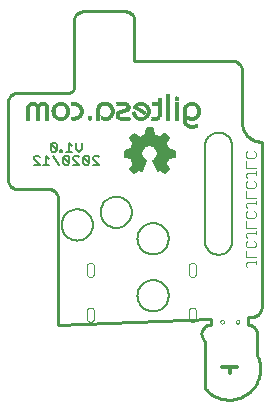
<source format=gbo>
G75*
G70*
%OFA0B0*%
%FSLAX24Y24*%
%IPPOS*%
%LPD*%
%AMOC8*
5,1,8,0,0,1.08239X$1,22.5*
%
%ADD10C,0.0050*%
%ADD11C,0.0060*%
%ADD12C,0.0100*%
%ADD13C,0.0000*%
%ADD14C,0.0030*%
%ADD15C,0.0004*%
%ADD16C,0.0120*%
%ADD17R,0.0062X0.0002*%
%ADD18R,0.0105X0.0002*%
%ADD19R,0.0133X0.0002*%
%ADD20R,0.0159X0.0002*%
%ADD21R,0.0179X0.0002*%
%ADD22R,0.0199X0.0002*%
%ADD23R,0.0215X0.0002*%
%ADD24R,0.0229X0.0002*%
%ADD25R,0.0246X0.0002*%
%ADD26R,0.0258X0.0002*%
%ADD27R,0.0272X0.0002*%
%ADD28R,0.0284X0.0002*%
%ADD29R,0.0296X0.0002*%
%ADD30R,0.0308X0.0002*%
%ADD31R,0.0320X0.0002*%
%ADD32R,0.0330X0.0002*%
%ADD33R,0.0340X0.0002*%
%ADD34R,0.0346X0.0002*%
%ADD35R,0.0350X0.0002*%
%ADD36R,0.0350X0.0002*%
%ADD37R,0.0354X0.0002*%
%ADD38R,0.0358X0.0002*%
%ADD39R,0.0360X0.0002*%
%ADD40R,0.0362X0.0002*%
%ADD41R,0.0366X0.0002*%
%ADD42R,0.0368X0.0002*%
%ADD43R,0.0368X0.0002*%
%ADD44R,0.0372X0.0002*%
%ADD45R,0.0374X0.0002*%
%ADD46R,0.0378X0.0002*%
%ADD47R,0.0378X0.0002*%
%ADD48R,0.0380X0.0002*%
%ADD49R,0.0382X0.0002*%
%ADD50R,0.0386X0.0002*%
%ADD51R,0.0386X0.0002*%
%ADD52R,0.0388X0.0002*%
%ADD53R,0.0390X0.0002*%
%ADD54R,0.0392X0.0002*%
%ADD55R,0.0392X0.0002*%
%ADD56R,0.0395X0.0002*%
%ADD57R,0.0397X0.0002*%
%ADD58R,0.0399X0.0002*%
%ADD59R,0.0399X0.0002*%
%ADD60R,0.0401X0.0002*%
%ADD61R,0.0403X0.0002*%
%ADD62R,0.0405X0.0002*%
%ADD63R,0.0405X0.0002*%
%ADD64R,0.0407X0.0002*%
%ADD65R,0.0409X0.0002*%
%ADD66R,0.0409X0.0002*%
%ADD67R,0.0411X0.0002*%
%ADD68R,0.0137X0.0002*%
%ADD69R,0.0213X0.0002*%
%ADD70R,0.0119X0.0002*%
%ADD71R,0.0197X0.0002*%
%ADD72R,0.0105X0.0002*%
%ADD73R,0.0189X0.0002*%
%ADD74R,0.0093X0.0002*%
%ADD75R,0.0181X0.0002*%
%ADD76R,0.0085X0.0002*%
%ADD77R,0.0175X0.0002*%
%ADD78R,0.0074X0.0002*%
%ADD79R,0.0167X0.0002*%
%ADD80R,0.0064X0.0002*%
%ADD81R,0.0163X0.0002*%
%ADD82R,0.0056X0.0002*%
%ADD83R,0.0159X0.0002*%
%ADD84R,0.0048X0.0002*%
%ADD85R,0.0155X0.0002*%
%ADD86R,0.0040X0.0002*%
%ADD87R,0.0151X0.0002*%
%ADD88R,0.0030X0.0002*%
%ADD89R,0.0149X0.0002*%
%ADD90R,0.0022X0.0002*%
%ADD91R,0.0145X0.0002*%
%ADD92R,0.0014X0.0002*%
%ADD93R,0.0143X0.0002*%
%ADD94R,0.0006X0.0002*%
%ADD95R,0.0139X0.0002*%
%ADD96R,0.0137X0.0002*%
%ADD97R,0.0133X0.0002*%
%ADD98R,0.0133X0.0002*%
%ADD99R,0.0129X0.0002*%
%ADD100R,0.0129X0.0002*%
%ADD101R,0.0127X0.0002*%
%ADD102R,0.0127X0.0002*%
%ADD103R,0.0125X0.0002*%
%ADD104R,0.0125X0.0002*%
%ADD105R,0.0123X0.0002*%
%ADD106R,0.0123X0.0002*%
%ADD107R,0.0121X0.0002*%
%ADD108R,0.0121X0.0002*%
%ADD109R,0.0119X0.0002*%
%ADD110R,0.0117X0.0002*%
%ADD111R,0.0115X0.0002*%
%ADD112R,0.0117X0.0002*%
%ADD113R,0.0115X0.0002*%
%ADD114R,0.0115X0.0002*%
%ADD115R,0.0113X0.0002*%
%ADD116R,0.0113X0.0002*%
%ADD117R,0.0113X0.0002*%
%ADD118R,0.0111X0.0002*%
%ADD119R,0.0111X0.0002*%
%ADD120R,0.0109X0.0002*%
%ADD121R,0.0109X0.0002*%
%ADD122R,0.0109X0.0002*%
%ADD123R,0.0107X0.0002*%
%ADD124R,0.0107X0.0002*%
%ADD125R,0.0107X0.0002*%
%ADD126R,0.0107X0.0002*%
%ADD127R,0.0105X0.0002*%
%ADD128R,0.0105X0.0002*%
%ADD129R,0.0105X0.0002*%
%ADD130R,0.0054X0.0002*%
%ADD131R,0.0062X0.0002*%
%ADD132R,0.0062X0.0002*%
%ADD133R,0.0085X0.0002*%
%ADD134R,0.0097X0.0002*%
%ADD135R,0.0093X0.0002*%
%ADD136R,0.0095X0.0002*%
%ADD137R,0.0020X0.0002*%
%ADD138R,0.0125X0.0002*%
%ADD139R,0.0107X0.0002*%
%ADD140R,0.0141X0.0002*%
%ADD141R,0.0133X0.0002*%
%ADD142R,0.0038X0.0002*%
%ADD143R,0.0137X0.0002*%
%ADD144R,0.0141X0.0002*%
%ADD145R,0.0157X0.0002*%
%ADD146R,0.0147X0.0002*%
%ADD147R,0.0050X0.0002*%
%ADD148R,0.0153X0.0002*%
%ADD149R,0.0173X0.0002*%
%ADD150R,0.0169X0.0002*%
%ADD151R,0.0169X0.0002*%
%ADD152R,0.0171X0.0002*%
%ADD153R,0.0185X0.0002*%
%ADD154R,0.0326X0.0002*%
%ADD155R,0.0171X0.0002*%
%ADD156R,0.0070X0.0002*%
%ADD157R,0.0131X0.0002*%
%ADD158R,0.0183X0.0002*%
%ADD159R,0.0183X0.0002*%
%ADD160R,0.0183X0.0002*%
%ADD161R,0.0199X0.0002*%
%ADD162R,0.0181X0.0002*%
%ADD163R,0.0074X0.0002*%
%ADD164R,0.0145X0.0002*%
%ADD165R,0.0195X0.0002*%
%ADD166R,0.0195X0.0002*%
%ADD167R,0.0193X0.0002*%
%ADD168R,0.0211X0.0002*%
%ADD169R,0.0352X0.0002*%
%ADD170R,0.0193X0.0002*%
%ADD171R,0.0083X0.0002*%
%ADD172R,0.0157X0.0002*%
%ADD173R,0.0207X0.0002*%
%ADD174R,0.0205X0.0002*%
%ADD175R,0.0201X0.0002*%
%ADD176R,0.0221X0.0002*%
%ADD177R,0.0360X0.0002*%
%ADD178R,0.0203X0.0002*%
%ADD179R,0.0087X0.0002*%
%ADD180R,0.0165X0.0002*%
%ADD181R,0.0217X0.0002*%
%ADD182R,0.0217X0.0002*%
%ADD183R,0.0207X0.0002*%
%ADD184R,0.0231X0.0002*%
%ADD185R,0.0366X0.0002*%
%ADD186R,0.0091X0.0002*%
%ADD187R,0.0175X0.0002*%
%ADD188R,0.0229X0.0002*%
%ADD189R,0.0225X0.0002*%
%ADD190R,0.0213X0.0002*%
%ADD191R,0.0242X0.0002*%
%ADD192R,0.0372X0.0002*%
%ADD193R,0.0221X0.0002*%
%ADD194R,0.0097X0.0002*%
%ADD195R,0.0238X0.0002*%
%ADD196R,0.0237X0.0002*%
%ADD197R,0.0252X0.0002*%
%ADD198R,0.0378X0.0002*%
%ADD199R,0.0101X0.0002*%
%ADD200R,0.0187X0.0002*%
%ADD201R,0.0248X0.0002*%
%ADD202R,0.0246X0.0002*%
%ADD203R,0.0223X0.0002*%
%ADD204R,0.0260X0.0002*%
%ADD205R,0.0384X0.0002*%
%ADD206R,0.0238X0.0002*%
%ADD207R,0.0254X0.0002*%
%ADD208R,0.0227X0.0002*%
%ADD209R,0.0270X0.0002*%
%ADD210R,0.0246X0.0002*%
%ADD211R,0.0266X0.0002*%
%ADD212R,0.0262X0.0002*%
%ADD213R,0.0231X0.0002*%
%ADD214R,0.0280X0.0002*%
%ADD215R,0.0252X0.0002*%
%ADD216R,0.0205X0.0002*%
%ADD217R,0.0274X0.0002*%
%ADD218R,0.0270X0.0002*%
%ADD219R,0.0235X0.0002*%
%ADD220R,0.0288X0.0002*%
%ADD221R,0.0399X0.0002*%
%ADD222R,0.0260X0.0002*%
%ADD223R,0.0282X0.0002*%
%ADD224R,0.0278X0.0002*%
%ADD225R,0.0296X0.0002*%
%ADD226R,0.0215X0.0002*%
%ADD227R,0.0290X0.0002*%
%ADD228R,0.0286X0.0002*%
%ADD229R,0.0241X0.0002*%
%ADD230R,0.0300X0.0002*%
%ADD231R,0.0405X0.0002*%
%ADD232R,0.0272X0.0002*%
%ADD233R,0.0121X0.0002*%
%ADD234R,0.0221X0.0002*%
%ADD235R,0.0298X0.0002*%
%ADD236R,0.0292X0.0002*%
%ADD237R,0.0244X0.0002*%
%ADD238R,0.0308X0.0002*%
%ADD239R,0.0123X0.0002*%
%ADD240R,0.0304X0.0002*%
%ADD241R,0.0294X0.0002*%
%ADD242R,0.0316X0.0002*%
%ADD243R,0.0411X0.0002*%
%ADD244R,0.0312X0.0002*%
%ADD245R,0.0250X0.0002*%
%ADD246R,0.0324X0.0002*%
%ADD247R,0.0415X0.0002*%
%ADD248R,0.0292X0.0002*%
%ADD249R,0.0233X0.0002*%
%ADD250R,0.0318X0.0002*%
%ADD251R,0.0302X0.0002*%
%ADD252R,0.0328X0.0002*%
%ADD253R,0.0417X0.0002*%
%ADD254R,0.0324X0.0002*%
%ADD255R,0.0256X0.0002*%
%ADD256R,0.0336X0.0002*%
%ADD257R,0.0421X0.0002*%
%ADD258R,0.0131X0.0002*%
%ADD259R,0.0330X0.0002*%
%ADD260R,0.0258X0.0002*%
%ADD261R,0.0340X0.0002*%
%ADD262R,0.0423X0.0002*%
%ADD263R,0.0135X0.0002*%
%ADD264R,0.0338X0.0002*%
%ADD265R,0.0310X0.0002*%
%ADD266R,0.0348X0.0002*%
%ADD267R,0.0425X0.0002*%
%ADD268R,0.0342X0.0002*%
%ADD269R,0.0314X0.0002*%
%ADD270R,0.0262X0.0002*%
%ADD271R,0.0429X0.0002*%
%ADD272R,0.0320X0.0002*%
%ADD273R,0.0316X0.0002*%
%ADD274R,0.0264X0.0002*%
%ADD275R,0.0360X0.0002*%
%ADD276R,0.0431X0.0002*%
%ADD277R,0.0324X0.0002*%
%ADD278R,0.0139X0.0002*%
%ADD279R,0.0256X0.0002*%
%ADD280R,0.0318X0.0002*%
%ADD281R,0.0266X0.0002*%
%ADD282R,0.0364X0.0002*%
%ADD283R,0.0433X0.0002*%
%ADD284R,0.0139X0.0002*%
%ADD285R,0.0360X0.0002*%
%ADD286R,0.0322X0.0002*%
%ADD287R,0.0268X0.0002*%
%ADD288R,0.0370X0.0002*%
%ADD289R,0.0435X0.0002*%
%ADD290R,0.0330X0.0002*%
%ADD291R,0.0376X0.0002*%
%ADD292R,0.0437X0.0002*%
%ADD293R,0.0332X0.0002*%
%ADD294R,0.0141X0.0002*%
%ADD295R,0.0326X0.0002*%
%ADD296R,0.0272X0.0002*%
%ADD297R,0.0380X0.0002*%
%ADD298R,0.0439X0.0002*%
%ADD299R,0.0334X0.0002*%
%ADD300R,0.0143X0.0002*%
%ADD301R,0.0268X0.0002*%
%ADD302R,0.0376X0.0002*%
%ADD303R,0.0274X0.0002*%
%ADD304R,0.0441X0.0002*%
%ADD305R,0.0382X0.0002*%
%ADD306R,0.0276X0.0002*%
%ADD307R,0.0391X0.0002*%
%ADD308R,0.0443X0.0002*%
%ADD309R,0.0340X0.0002*%
%ADD310R,0.0274X0.0002*%
%ADD311R,0.0334X0.0002*%
%ADD312R,0.0445X0.0002*%
%ADD313R,0.0342X0.0002*%
%ADD314R,0.0278X0.0002*%
%ADD315R,0.0401X0.0002*%
%ADD316R,0.0445X0.0002*%
%ADD317R,0.0344X0.0002*%
%ADD318R,0.0395X0.0002*%
%ADD319R,0.0280X0.0002*%
%ADD320R,0.0447X0.0002*%
%ADD321R,0.0409X0.0002*%
%ADD322R,0.0449X0.0002*%
%ADD323R,0.0348X0.0002*%
%ADD324R,0.0407X0.0002*%
%ADD325R,0.0344X0.0002*%
%ADD326R,0.0415X0.0002*%
%ADD327R,0.0451X0.0002*%
%ADD328R,0.0350X0.0002*%
%ADD329R,0.0411X0.0002*%
%ADD330R,0.0346X0.0002*%
%ADD331R,0.0284X0.0002*%
%ADD332R,0.0419X0.0002*%
%ADD333R,0.0451X0.0002*%
%ADD334R,0.0352X0.0002*%
%ADD335R,0.0290X0.0002*%
%ADD336R,0.0415X0.0002*%
%ADD337R,0.0286X0.0002*%
%ADD338R,0.0423X0.0002*%
%ADD339R,0.0453X0.0002*%
%ADD340R,0.0354X0.0002*%
%ADD341R,0.0292X0.0002*%
%ADD342R,0.0419X0.0002*%
%ADD343R,0.0427X0.0002*%
%ADD344R,0.0455X0.0002*%
%ADD345R,0.0356X0.0002*%
%ADD346R,0.0288X0.0002*%
%ADD347R,0.0431X0.0002*%
%ADD348R,0.0358X0.0002*%
%ADD349R,0.0296X0.0002*%
%ADD350R,0.0290X0.0002*%
%ADD351R,0.0435X0.0002*%
%ADD352R,0.0457X0.0002*%
%ADD353R,0.0300X0.0002*%
%ADD354R,0.0356X0.0002*%
%ADD355R,0.0290X0.0002*%
%ADD356R,0.0439X0.0002*%
%ADD357R,0.0457X0.0002*%
%ADD358R,0.0362X0.0002*%
%ADD359R,0.0302X0.0002*%
%ADD360R,0.0443X0.0002*%
%ADD361R,0.0459X0.0002*%
%ADD362R,0.0304X0.0002*%
%ADD363R,0.0447X0.0002*%
%ADD364R,0.0461X0.0002*%
%ADD365R,0.0306X0.0002*%
%ADD366R,0.0360X0.0002*%
%ADD367R,0.0294X0.0002*%
%ADD368R,0.0461X0.0002*%
%ADD369R,0.0368X0.0002*%
%ADD370R,0.0447X0.0002*%
%ADD371R,0.0463X0.0002*%
%ADD372R,0.0368X0.0002*%
%ADD373R,0.0457X0.0002*%
%ADD374R,0.0455X0.0002*%
%ADD375R,0.0372X0.0002*%
%ADD376R,0.0314X0.0002*%
%ADD377R,0.0203X0.0002*%
%ADD378R,0.0298X0.0002*%
%ADD379R,0.0201X0.0002*%
%ADD380R,0.0201X0.0002*%
%ADD381R,0.0465X0.0002*%
%ADD382R,0.0121X0.0002*%
%ADD383R,0.0316X0.0002*%
%ADD384R,0.0191X0.0002*%
%ADD385R,0.0298X0.0002*%
%ADD386R,0.0189X0.0002*%
%ADD387R,0.0465X0.0002*%
%ADD388R,0.0300X0.0002*%
%ADD389R,0.0181X0.0002*%
%ADD390R,0.0467X0.0002*%
%ADD391R,0.0103X0.0002*%
%ADD392R,0.0320X0.0002*%
%ADD393R,0.0177X0.0002*%
%ADD394R,0.0171X0.0002*%
%ADD395R,0.0079X0.0002*%
%ADD396R,0.0173X0.0002*%
%ADD397R,0.0169X0.0002*%
%ADD398R,0.0467X0.0002*%
%ADD399R,0.0171X0.0002*%
%ADD400R,0.0091X0.0002*%
%ADD401R,0.0324X0.0002*%
%ADD402R,0.0173X0.0002*%
%ADD403R,0.0072X0.0002*%
%ADD404R,0.0469X0.0002*%
%ADD405R,0.0163X0.0002*%
%ADD406R,0.0066X0.0002*%
%ADD407R,0.0165X0.0002*%
%ADD408R,0.0161X0.0002*%
%ADD409R,0.0149X0.0002*%
%ADD410R,0.0163X0.0002*%
%ADD411R,0.0081X0.0002*%
%ADD412R,0.0139X0.0002*%
%ADD413R,0.0076X0.0002*%
%ADD414R,0.0157X0.0002*%
%ADD415R,0.0058X0.0002*%
%ADD416R,0.0159X0.0002*%
%ADD417R,0.0155X0.0002*%
%ADD418R,0.0137X0.0002*%
%ADD419R,0.0159X0.0002*%
%ADD420R,0.0072X0.0002*%
%ADD421R,0.0195X0.0002*%
%ADD422R,0.0052X0.0002*%
%ADD423R,0.0127X0.0002*%
%ADD424R,0.0153X0.0002*%
%ADD425R,0.0155X0.0002*%
%ADD426R,0.0068X0.0002*%
%ADD427R,0.0189X0.0002*%
%ADD428R,0.0125X0.0002*%
%ADD429R,0.0151X0.0002*%
%ADD430R,0.0064X0.0002*%
%ADD431R,0.0044X0.0002*%
%ADD432R,0.0123X0.0002*%
%ADD433R,0.0103X0.0002*%
%ADD434R,0.0179X0.0002*%
%ADD435R,0.0147X0.0002*%
%ADD436R,0.0040X0.0002*%
%ADD437R,0.0151X0.0002*%
%ADD438R,0.0125X0.0002*%
%ADD439R,0.0099X0.0002*%
%ADD440R,0.0175X0.0002*%
%ADD441R,0.0145X0.0002*%
%ADD442R,0.0036X0.0002*%
%ADD443R,0.0056X0.0002*%
%ADD444R,0.0095X0.0002*%
%ADD445R,0.0032X0.0002*%
%ADD446R,0.0117X0.0002*%
%ADD447R,0.0052X0.0002*%
%ADD448R,0.0028X0.0002*%
%ADD449R,0.0115X0.0002*%
%ADD450R,0.0050X0.0002*%
%ADD451R,0.0141X0.0002*%
%ADD452R,0.0024X0.0002*%
%ADD453R,0.0117X0.0002*%
%ADD454R,0.0046X0.0002*%
%ADD455R,0.0119X0.0002*%
%ADD456R,0.0074X0.0002*%
%ADD457R,0.0143X0.0002*%
%ADD458R,0.0137X0.0002*%
%ADD459R,0.0016X0.0002*%
%ADD460R,0.0042X0.0002*%
%ADD461R,0.0135X0.0002*%
%ADD462R,0.0012X0.0002*%
%ADD463R,0.0038X0.0002*%
%ADD464R,0.0058X0.0002*%
%ADD465R,0.0010X0.0002*%
%ADD466R,0.0135X0.0002*%
%ADD467R,0.0115X0.0002*%
%ADD468R,0.0135X0.0002*%
%ADD469R,0.0036X0.0002*%
%ADD470R,0.0153X0.0002*%
%ADD471R,0.0034X0.0002*%
%ADD472R,0.0034X0.0002*%
%ADD473R,0.0002X0.0002*%
%ADD474R,0.0133X0.0002*%
%ADD475R,0.0030X0.0002*%
%ADD476R,0.0149X0.0002*%
%ADD477R,0.0129X0.0002*%
%ADD478R,0.0131X0.0002*%
%ADD479R,0.0028X0.0002*%
%ADD480R,0.0024X0.0002*%
%ADD481R,0.0022X0.0002*%
%ADD482R,0.0020X0.0002*%
%ADD483R,0.0018X0.0002*%
%ADD484R,0.0121X0.0002*%
%ADD485R,0.0012X0.0002*%
%ADD486R,0.0127X0.0002*%
%ADD487R,0.0010X0.0002*%
%ADD488R,0.0008X0.0002*%
%ADD489R,0.0006X0.0002*%
%ADD490R,0.0119X0.0002*%
%ADD491R,0.0004X0.0002*%
%ADD492R,0.0002X0.0002*%
%ADD493R,0.0117X0.0002*%
%ADD494R,0.0004X0.0002*%
%ADD495R,0.0111X0.0002*%
%ADD496R,0.0111X0.0002*%
%ADD497R,0.0018X0.0002*%
%ADD498R,0.0109X0.0002*%
%ADD499R,0.0022X0.0002*%
%ADD500R,0.0042X0.0002*%
%ADD501R,0.0046X0.0002*%
%ADD502R,0.0056X0.0002*%
%ADD503R,0.0161X0.0002*%
%ADD504R,0.0070X0.0002*%
%ADD505R,0.0109X0.0002*%
%ADD506R,0.0185X0.0002*%
%ADD507R,0.0089X0.0002*%
%ADD508R,0.0093X0.0002*%
%ADD509R,0.0099X0.0002*%
%ADD510R,0.0211X0.0002*%
%ADD511R,0.0231X0.0002*%
%ADD512R,0.0240X0.0002*%
%ADD513R,0.0149X0.0002*%
%ADD514R,0.0264X0.0002*%
%ADD515R,0.0268X0.0002*%
%ADD516R,0.0272X0.0002*%
%ADD517R,0.0167X0.0002*%
%ADD518R,0.0068X0.0002*%
%ADD519R,0.0284X0.0002*%
%ADD520R,0.0018X0.0002*%
%ADD521R,0.0185X0.0002*%
%ADD522R,0.0002X0.0002*%
%ADD523R,0.0197X0.0002*%
%ADD524R,0.0197X0.0002*%
%ADD525R,0.0310X0.0002*%
%ADD526R,0.0199X0.0002*%
%ADD527R,0.0310X0.0002*%
%ADD528R,0.0312X0.0002*%
%ADD529R,0.0312X0.0002*%
%ADD530R,0.0310X0.0002*%
%ADD531R,0.0306X0.0002*%
%ADD532R,0.0199X0.0002*%
%ADD533R,0.0197X0.0002*%
%ADD534R,0.0296X0.0002*%
%ADD535R,0.0254X0.0002*%
%ADD536R,0.0225X0.0002*%
%ADD537R,0.0219X0.0002*%
%ADD538R,0.0157X0.0002*%
%ADD539R,0.0107X0.0002*%
%ADD540R,0.0117X0.0002*%
%ADD541R,0.0197X0.0002*%
%ADD542R,0.0141X0.0002*%
%ADD543R,0.0111X0.0002*%
%ADD544R,0.0119X0.0002*%
%ADD545R,0.0111X0.0002*%
%ADD546R,0.0123X0.0002*%
%ADD547R,0.0197X0.0002*%
%ADD548R,0.0121X0.0002*%
%ADD549R,0.0119X0.0002*%
%ADD550R,0.0127X0.0002*%
%ADD551R,0.0193X0.0002*%
%ADD552R,0.0187X0.0002*%
%ADD553R,0.0131X0.0002*%
%ADD554R,0.0125X0.0002*%
%ADD555R,0.0123X0.0002*%
%ADD556R,0.0177X0.0002*%
%ADD557R,0.0127X0.0002*%
%ADD558R,0.0163X0.0002*%
%ADD559R,0.0135X0.0002*%
%ADD560R,0.0129X0.0002*%
%ADD561R,0.0143X0.0002*%
%ADD562R,0.0139X0.0002*%
%ADD563R,0.0135X0.0002*%
%ADD564R,0.0115X0.0002*%
%ADD565R,0.0129X0.0002*%
%ADD566R,0.0137X0.0002*%
%ADD567R,0.0131X0.0002*%
%ADD568R,0.0141X0.0002*%
%ADD569R,0.0153X0.0002*%
%ADD570R,0.0151X0.0002*%
%ADD571R,0.0155X0.0002*%
%ADD572R,0.0159X0.0002*%
%ADD573R,0.0161X0.0002*%
%ADD574R,0.0143X0.0002*%
%ADD575R,0.0147X0.0002*%
%ADD576R,0.0165X0.0002*%
%ADD577R,0.0167X0.0002*%
%ADD578R,0.0167X0.0002*%
%ADD579R,0.0153X0.0002*%
%ADD580R,0.0175X0.0002*%
%ADD581R,0.0149X0.0002*%
%ADD582R,0.0179X0.0002*%
%ADD583R,0.0153X0.0002*%
%ADD584R,0.0191X0.0002*%
%ADD585R,0.0161X0.0002*%
%ADD586R,0.0195X0.0002*%
%ADD587R,0.0199X0.0002*%
%ADD588R,0.0163X0.0002*%
%ADD589R,0.0207X0.0002*%
%ADD590R,0.0167X0.0002*%
%ADD591R,0.0173X0.0002*%
%ADD592R,0.0316X0.0002*%
%ADD593R,0.0171X0.0002*%
%ADD594R,0.0441X0.0002*%
%ADD595R,0.0177X0.0002*%
%ADD596R,0.0322X0.0002*%
%ADD597R,0.0173X0.0002*%
%ADD598R,0.0229X0.0002*%
%ADD599R,0.0441X0.0002*%
%ADD600R,0.0185X0.0002*%
%ADD601R,0.0320X0.0002*%
%ADD602R,0.0147X0.0002*%
%ADD603R,0.0240X0.0002*%
%ADD604R,0.0179X0.0002*%
%ADD605R,0.0264X0.0002*%
%ADD606R,0.0199X0.0002*%
%ADD607R,0.0201X0.0002*%
%ADD608R,0.0439X0.0002*%
%ADD609R,0.0205X0.0002*%
%ADD610R,0.0211X0.0002*%
%ADD611R,0.0201X0.0002*%
%ADD612R,0.0165X0.0002*%
%ADD613R,0.0286X0.0002*%
%ADD614R,0.0449X0.0002*%
%ADD615R,0.0437X0.0002*%
%ADD616R,0.0473X0.0002*%
%ADD617R,0.0314X0.0002*%
%ADD618R,0.0455X0.0002*%
%ADD619R,0.0702X0.0002*%
%ADD620R,0.0700X0.0002*%
%ADD621R,0.0698X0.0002*%
%ADD622R,0.0445X0.0002*%
%ADD623R,0.0435X0.0002*%
%ADD624R,0.0463X0.0002*%
%ADD625R,0.0308X0.0002*%
%ADD626R,0.0447X0.0002*%
%ADD627R,0.0694X0.0002*%
%ADD628R,0.0433X0.0002*%
%ADD629R,0.0459X0.0002*%
%ADD630R,0.0443X0.0002*%
%ADD631R,0.0694X0.0002*%
%ADD632R,0.0431X0.0002*%
%ADD633R,0.0690X0.0002*%
%ADD634R,0.0427X0.0002*%
%ADD635R,0.0686X0.0002*%
%ADD636R,0.0423X0.0002*%
%ADD637R,0.0429X0.0002*%
%ADD638R,0.0431X0.0002*%
%ADD639R,0.0449X0.0002*%
%ADD640R,0.0298X0.0002*%
%ADD641R,0.0686X0.0002*%
%ADD642R,0.0425X0.0002*%
%ADD643R,0.0429X0.0002*%
%ADD644R,0.0427X0.0002*%
%ADD645R,0.0682X0.0002*%
%ADD646R,0.0421X0.0002*%
%ADD647R,0.0441X0.0002*%
%ADD648R,0.0678X0.0002*%
%ADD649R,0.0676X0.0002*%
%ADD650R,0.0407X0.0002*%
%ADD651R,0.0413X0.0002*%
%ADD652R,0.0425X0.0002*%
%ADD653R,0.0433X0.0002*%
%ADD654R,0.0290X0.0002*%
%ADD655R,0.0415X0.0002*%
%ADD656R,0.0336X0.0002*%
%ADD657R,0.0336X0.0002*%
%ADD658R,0.0403X0.0002*%
%ADD659R,0.0423X0.0002*%
%ADD660R,0.0429X0.0002*%
%ADD661R,0.0286X0.0002*%
%ADD662R,0.0411X0.0002*%
%ADD663R,0.0332X0.0002*%
%ADD664R,0.0399X0.0002*%
%ADD665R,0.0328X0.0002*%
%ADD666R,0.0394X0.0002*%
%ADD667R,0.0390X0.0002*%
%ADD668R,0.0397X0.0002*%
%ADD669R,0.0419X0.0002*%
%ADD670R,0.0417X0.0002*%
%ADD671R,0.0278X0.0002*%
%ADD672R,0.0395X0.0002*%
%ADD673R,0.0324X0.0002*%
%ADD674R,0.0386X0.0002*%
%ADD675R,0.0417X0.0002*%
%ADD676R,0.0413X0.0002*%
%ADD677R,0.0276X0.0002*%
%ADD678R,0.0391X0.0002*%
%ADD679R,0.0382X0.0002*%
%ADD680R,0.0316X0.0002*%
%ADD681R,0.0413X0.0002*%
%ADD682R,0.0372X0.0002*%
%ADD683R,0.0396X0.0002*%
%ADD684R,0.0268X0.0002*%
%ADD685R,0.0376X0.0002*%
%ADD686R,0.0370X0.0002*%
%ADD687R,0.0304X0.0002*%
%ADD688R,0.0380X0.0002*%
%ADD689R,0.0352X0.0002*%
%ADD690R,0.0356X0.0002*%
%ADD691R,0.0403X0.0002*%
%ADD692R,0.0376X0.0002*%
%ADD693R,0.0256X0.0002*%
%ADD694R,0.0354X0.0002*%
%ADD695R,0.0294X0.0002*%
%ADD696R,0.0292X0.0002*%
%ADD697R,0.0350X0.0002*%
%ADD698R,0.0350X0.0002*%
%ADD699R,0.0288X0.0002*%
%ADD700R,0.0346X0.0002*%
%ADD701R,0.0364X0.0002*%
%ADD702R,0.0334X0.0002*%
%ADD703R,0.0280X0.0002*%
%ADD704R,0.0328X0.0002*%
%ADD705R,0.0334X0.0002*%
%ADD706R,0.0242X0.0002*%
%ADD707R,0.0330X0.0002*%
%ADD708R,0.0274X0.0002*%
%ADD709R,0.0276X0.0002*%
%ADD710R,0.0388X0.0002*%
%ADD711R,0.0237X0.0002*%
%ADD712R,0.0270X0.0002*%
%ADD713R,0.0270X0.0002*%
%ADD714R,0.0264X0.0002*%
%ADD715R,0.0304X0.0002*%
%ADD716R,0.0380X0.0002*%
%ADD717R,0.0326X0.0002*%
%ADD718R,0.0225X0.0002*%
%ADD719R,0.0254X0.0002*%
%ADD720R,0.0300X0.0002*%
%ADD721R,0.0298X0.0002*%
%ADD722R,0.0250X0.0002*%
%ADD723R,0.0248X0.0002*%
%ADD724R,0.0244X0.0002*%
%ADD725R,0.0274X0.0002*%
%ADD726R,0.0362X0.0002*%
%ADD727R,0.0296X0.0002*%
%ADD728R,0.0205X0.0002*%
%ADD729R,0.0229X0.0002*%
%ADD730R,0.0231X0.0002*%
%ADD731R,0.0266X0.0002*%
%ADD732R,0.0358X0.0002*%
%ADD733R,0.0223X0.0002*%
%ADD734R,0.0215X0.0002*%
%ADD735R,0.0209X0.0002*%
%ADD736R,0.0240X0.0002*%
%ADD737R,0.0244X0.0002*%
%ADD738R,0.0340X0.0002*%
%ADD739R,0.0262X0.0002*%
%ADD740R,0.0238X0.0002*%
%ADD741R,0.0229X0.0002*%
%ADD742R,0.0231X0.0002*%
%ADD743R,0.0229X0.0002*%
%ADD744R,0.0219X0.0002*%
%ADD745R,0.0223X0.0002*%
%ADD746R,0.0183X0.0002*%
%ADD747R,0.0215X0.0002*%
%ADD748R,0.0195X0.0002*%
%ADD749R,0.0203X0.0002*%
%ADD750R,0.0187X0.0002*%
%ADD751R,0.0169X0.0002*%
%ADD752R,0.0143X0.0002*%
%ADD753R,0.0155X0.0002*%
%ADD754R,0.0095X0.0002*%
%ADD755R,0.0078X0.0002*%
%ADD756R,0.0081X0.0002*%
%ADD757R,0.0072X0.0002*%
%ADD758R,0.0020X0.0002*%
%ADD759R,0.0050X0.0002*%
%ADD760R,0.0060X0.0002*%
%ADD761R,0.0066X0.0002*%
%ADD762R,0.0079X0.0002*%
%ADD763R,0.0089X0.0002*%
%ADD764R,0.0091X0.0002*%
%ADD765R,0.0095X0.0002*%
%ADD766R,0.0099X0.0002*%
%ADD767R,0.0103X0.0002*%
%ADD768R,0.0101X0.0002*%
%ADD769R,0.0087X0.0002*%
%ADD770R,0.0074X0.0002*%
%ADD771R,0.0062X0.0002*%
%ADD772R,0.0054X0.0002*%
%ADD773R,0.0044X0.0002*%
%ADD774R,0.0030X0.0002*%
D10*
X002377Y005976D02*
X002379Y006021D01*
X002385Y006066D01*
X002395Y006111D01*
X002408Y006154D01*
X002426Y006196D01*
X002447Y006236D01*
X002471Y006274D01*
X002499Y006310D01*
X002529Y006344D01*
X002563Y006374D01*
X002599Y006402D01*
X002637Y006426D01*
X002677Y006447D01*
X002719Y006465D01*
X002762Y006478D01*
X002807Y006488D01*
X002852Y006494D01*
X002897Y006496D01*
X002942Y006494D01*
X002987Y006488D01*
X003032Y006478D01*
X003075Y006465D01*
X003117Y006447D01*
X003157Y006426D01*
X003195Y006402D01*
X003231Y006374D01*
X003265Y006344D01*
X003295Y006310D01*
X003323Y006274D01*
X003347Y006236D01*
X003368Y006196D01*
X003386Y006154D01*
X003399Y006111D01*
X003409Y006066D01*
X003415Y006021D01*
X003417Y005976D01*
X003415Y005931D01*
X003409Y005886D01*
X003399Y005841D01*
X003386Y005798D01*
X003368Y005756D01*
X003347Y005716D01*
X003323Y005678D01*
X003295Y005642D01*
X003265Y005608D01*
X003231Y005578D01*
X003195Y005550D01*
X003157Y005526D01*
X003117Y005505D01*
X003075Y005487D01*
X003032Y005474D01*
X002987Y005464D01*
X002942Y005458D01*
X002897Y005456D01*
X002852Y005458D01*
X002807Y005464D01*
X002762Y005474D01*
X002719Y005487D01*
X002677Y005505D01*
X002637Y005526D01*
X002599Y005550D01*
X002563Y005578D01*
X002529Y005608D01*
X002499Y005642D01*
X002471Y005678D01*
X002447Y005716D01*
X002426Y005756D01*
X002408Y005798D01*
X002395Y005841D01*
X002385Y005886D01*
X002379Y005931D01*
X002377Y005976D01*
X003677Y006396D02*
X003679Y006441D01*
X003685Y006486D01*
X003695Y006531D01*
X003708Y006574D01*
X003726Y006616D01*
X003747Y006656D01*
X003771Y006694D01*
X003799Y006730D01*
X003829Y006764D01*
X003863Y006794D01*
X003899Y006822D01*
X003937Y006846D01*
X003977Y006867D01*
X004019Y006885D01*
X004062Y006898D01*
X004107Y006908D01*
X004152Y006914D01*
X004197Y006916D01*
X004242Y006914D01*
X004287Y006908D01*
X004332Y006898D01*
X004375Y006885D01*
X004417Y006867D01*
X004457Y006846D01*
X004495Y006822D01*
X004531Y006794D01*
X004565Y006764D01*
X004595Y006730D01*
X004623Y006694D01*
X004647Y006656D01*
X004668Y006616D01*
X004686Y006574D01*
X004699Y006531D01*
X004709Y006486D01*
X004715Y006441D01*
X004717Y006396D01*
X004715Y006351D01*
X004709Y006306D01*
X004699Y006261D01*
X004686Y006218D01*
X004668Y006176D01*
X004647Y006136D01*
X004623Y006098D01*
X004595Y006062D01*
X004565Y006028D01*
X004531Y005998D01*
X004495Y005970D01*
X004457Y005946D01*
X004417Y005925D01*
X004375Y005907D01*
X004332Y005894D01*
X004287Y005884D01*
X004242Y005878D01*
X004197Y005876D01*
X004152Y005878D01*
X004107Y005884D01*
X004062Y005894D01*
X004019Y005907D01*
X003977Y005925D01*
X003937Y005946D01*
X003899Y005970D01*
X003863Y005998D01*
X003829Y006028D01*
X003799Y006062D01*
X003771Y006098D01*
X003747Y006136D01*
X003726Y006176D01*
X003708Y006218D01*
X003695Y006261D01*
X003685Y006306D01*
X003679Y006351D01*
X003677Y006396D01*
X004907Y005516D02*
X004909Y005561D01*
X004915Y005606D01*
X004925Y005651D01*
X004938Y005694D01*
X004956Y005736D01*
X004977Y005776D01*
X005001Y005814D01*
X005029Y005850D01*
X005059Y005884D01*
X005093Y005914D01*
X005129Y005942D01*
X005167Y005966D01*
X005207Y005987D01*
X005249Y006005D01*
X005292Y006018D01*
X005337Y006028D01*
X005382Y006034D01*
X005427Y006036D01*
X005472Y006034D01*
X005517Y006028D01*
X005562Y006018D01*
X005605Y006005D01*
X005647Y005987D01*
X005687Y005966D01*
X005725Y005942D01*
X005761Y005914D01*
X005795Y005884D01*
X005825Y005850D01*
X005853Y005814D01*
X005877Y005776D01*
X005898Y005736D01*
X005916Y005694D01*
X005929Y005651D01*
X005939Y005606D01*
X005945Y005561D01*
X005947Y005516D01*
X005945Y005471D01*
X005939Y005426D01*
X005929Y005381D01*
X005916Y005338D01*
X005898Y005296D01*
X005877Y005256D01*
X005853Y005218D01*
X005825Y005182D01*
X005795Y005148D01*
X005761Y005118D01*
X005725Y005090D01*
X005687Y005066D01*
X005647Y005045D01*
X005605Y005027D01*
X005562Y005014D01*
X005517Y005004D01*
X005472Y004998D01*
X005427Y004996D01*
X005382Y004998D01*
X005337Y005004D01*
X005292Y005014D01*
X005249Y005027D01*
X005207Y005045D01*
X005167Y005066D01*
X005129Y005090D01*
X005093Y005118D01*
X005059Y005148D01*
X005029Y005182D01*
X005001Y005218D01*
X004977Y005256D01*
X004956Y005296D01*
X004938Y005338D01*
X004925Y005381D01*
X004915Y005426D01*
X004909Y005471D01*
X004907Y005516D01*
X004907Y003616D02*
X004909Y003661D01*
X004915Y003706D01*
X004925Y003751D01*
X004938Y003794D01*
X004956Y003836D01*
X004977Y003876D01*
X005001Y003914D01*
X005029Y003950D01*
X005059Y003984D01*
X005093Y004014D01*
X005129Y004042D01*
X005167Y004066D01*
X005207Y004087D01*
X005249Y004105D01*
X005292Y004118D01*
X005337Y004128D01*
X005382Y004134D01*
X005427Y004136D01*
X005472Y004134D01*
X005517Y004128D01*
X005562Y004118D01*
X005605Y004105D01*
X005647Y004087D01*
X005687Y004066D01*
X005725Y004042D01*
X005761Y004014D01*
X005795Y003984D01*
X005825Y003950D01*
X005853Y003914D01*
X005877Y003876D01*
X005898Y003836D01*
X005916Y003794D01*
X005929Y003751D01*
X005939Y003706D01*
X005945Y003661D01*
X005947Y003616D01*
X005945Y003571D01*
X005939Y003526D01*
X005929Y003481D01*
X005916Y003438D01*
X005898Y003396D01*
X005877Y003356D01*
X005853Y003318D01*
X005825Y003282D01*
X005795Y003248D01*
X005761Y003218D01*
X005725Y003190D01*
X005687Y003166D01*
X005647Y003145D01*
X005605Y003127D01*
X005562Y003114D01*
X005517Y003104D01*
X005472Y003098D01*
X005427Y003096D01*
X005382Y003098D01*
X005337Y003104D01*
X005292Y003114D01*
X005249Y003127D01*
X005207Y003145D01*
X005167Y003166D01*
X005129Y003190D01*
X005093Y003218D01*
X005059Y003248D01*
X005029Y003282D01*
X005001Y003318D01*
X004977Y003356D01*
X004956Y003396D01*
X004938Y003438D01*
X004925Y003481D01*
X004915Y003526D01*
X004909Y003571D01*
X004907Y003616D01*
X007158Y005436D02*
X007158Y008596D01*
X007160Y008637D01*
X007165Y008677D01*
X007174Y008717D01*
X007187Y008756D01*
X007203Y008793D01*
X007222Y008829D01*
X007245Y008863D01*
X007270Y008895D01*
X007299Y008925D01*
X007329Y008952D01*
X007362Y008976D01*
X007397Y008997D01*
X007434Y009014D01*
X007472Y009029D01*
X007512Y009040D01*
X007552Y009047D01*
X007593Y009051D01*
X007633Y009051D01*
X007674Y009047D01*
X007714Y009040D01*
X007754Y009029D01*
X007792Y009014D01*
X007829Y008997D01*
X007864Y008976D01*
X007897Y008952D01*
X007927Y008925D01*
X007956Y008895D01*
X007981Y008863D01*
X008004Y008829D01*
X008023Y008793D01*
X008039Y008756D01*
X008052Y008717D01*
X008061Y008677D01*
X008066Y008637D01*
X008068Y008596D01*
X008068Y005436D01*
X008066Y005395D01*
X008061Y005355D01*
X008052Y005315D01*
X008039Y005276D01*
X008023Y005239D01*
X008004Y005203D01*
X007981Y005169D01*
X007956Y005137D01*
X007927Y005107D01*
X007897Y005080D01*
X007864Y005056D01*
X007829Y005035D01*
X007792Y005018D01*
X007754Y005003D01*
X007714Y004992D01*
X007674Y004985D01*
X007633Y004981D01*
X007593Y004981D01*
X007552Y004985D01*
X007512Y004992D01*
X007472Y005003D01*
X007434Y005018D01*
X007397Y005035D01*
X007362Y005056D01*
X007329Y005080D01*
X007299Y005107D01*
X007270Y005137D01*
X007245Y005169D01*
X007222Y005203D01*
X007203Y005239D01*
X007187Y005276D01*
X007174Y005315D01*
X007165Y005355D01*
X007160Y005395D01*
X007158Y005436D01*
D11*
X005828Y007696D02*
X005968Y007836D01*
X005848Y008016D01*
X005811Y008028D02*
X005489Y008028D01*
X005524Y007970D02*
X005816Y007970D01*
X005798Y007996D02*
X005898Y008246D01*
X006098Y008296D01*
X006098Y008446D01*
X005898Y008446D01*
X005798Y008696D01*
X005948Y008896D01*
X005798Y008996D01*
X005648Y008846D01*
X005448Y008946D01*
X005398Y009146D01*
X005248Y009146D01*
X005198Y008946D01*
X004998Y008846D01*
X004798Y008996D01*
X004698Y008896D01*
X004798Y008696D01*
X004698Y008446D01*
X004498Y008446D01*
X004498Y008296D01*
X004748Y008246D01*
X004798Y007996D01*
X004698Y007846D01*
X004798Y007746D01*
X004948Y007846D01*
X005048Y007796D01*
X005148Y008096D01*
X004998Y008296D01*
X005048Y008546D01*
X005248Y008646D01*
X005448Y008646D01*
X005598Y008496D01*
X005878Y008496D01*
X005918Y008496D02*
X006148Y008456D01*
X006148Y008256D01*
X005928Y008216D01*
X005881Y008204D02*
X005598Y008204D01*
X005598Y008196D02*
X005448Y008096D01*
X005598Y007846D01*
X005648Y007846D01*
X005798Y007746D01*
X005898Y007846D01*
X005798Y007996D01*
X005835Y008087D02*
X005454Y008087D01*
X005428Y008116D02*
X005578Y007776D01*
X005648Y007816D01*
X005828Y007696D01*
X005846Y007794D02*
X005726Y007794D01*
X005855Y007911D02*
X005559Y007911D01*
X005595Y007853D02*
X005894Y007853D01*
X005858Y008145D02*
X005522Y008145D01*
X005598Y008196D02*
X005598Y008496D01*
X005598Y008438D02*
X006098Y008438D01*
X006098Y008379D02*
X005598Y008379D01*
X005598Y008321D02*
X006098Y008321D01*
X005963Y008262D02*
X005598Y008262D01*
X005926Y008200D02*
X005911Y008153D01*
X005893Y008107D01*
X005871Y008063D01*
X005846Y008021D01*
X005855Y008555D02*
X005540Y008555D01*
X005481Y008613D02*
X005832Y008613D01*
X005808Y008672D02*
X004789Y008672D01*
X004788Y008686D02*
X004648Y008876D01*
X004788Y009016D01*
X004988Y008886D01*
X004997Y008847D02*
X004723Y008847D01*
X004708Y008906D02*
X004919Y008906D01*
X004841Y008964D02*
X004766Y008964D01*
X004752Y008789D02*
X005868Y008789D01*
X005912Y008847D02*
X005649Y008847D01*
X005646Y008847D02*
X005000Y008847D01*
X005117Y008906D02*
X005529Y008906D01*
X005458Y008956D02*
X005408Y009196D01*
X005218Y009196D01*
X005168Y008956D01*
X005203Y008964D02*
X005444Y008964D01*
X005429Y009023D02*
X005218Y009023D01*
X005232Y009081D02*
X005415Y009081D01*
X005400Y009140D02*
X005247Y009140D01*
X005638Y008886D02*
X005828Y009016D01*
X005968Y008876D01*
X005838Y008686D01*
X005824Y008730D02*
X004781Y008730D01*
X004765Y008613D02*
X005182Y008613D01*
X005065Y008555D02*
X004742Y008555D01*
X004718Y008496D02*
X005038Y008496D01*
X005027Y008438D02*
X004498Y008438D01*
X004478Y008456D02*
X004478Y008256D01*
X004698Y008216D01*
X004668Y008262D02*
X005024Y008262D01*
X005003Y008321D02*
X004498Y008321D01*
X004498Y008379D02*
X005015Y008379D01*
X005068Y008204D02*
X004757Y008204D01*
X004769Y008145D02*
X005112Y008145D01*
X005145Y008087D02*
X004780Y008087D01*
X004792Y008028D02*
X005126Y008028D01*
X005106Y007970D02*
X004781Y007970D01*
X004778Y008016D02*
X004648Y007836D01*
X004788Y007696D01*
X004968Y007816D01*
X005048Y007776D01*
X005188Y008116D01*
X005087Y007911D02*
X004742Y007911D01*
X004703Y007853D02*
X005067Y007853D01*
X004870Y007794D02*
X004750Y007794D01*
X004698Y008496D02*
X004478Y008456D01*
X004696Y008497D02*
X004708Y008537D01*
X004723Y008576D01*
X004741Y008614D01*
X004761Y008650D01*
X004783Y008685D01*
X005188Y008116D02*
X005160Y008132D01*
X005133Y008151D01*
X005110Y008173D01*
X005089Y008198D01*
X005071Y008226D01*
X005056Y008255D01*
X005046Y008286D01*
X005038Y008317D01*
X005035Y008350D01*
X005036Y008382D01*
X005040Y008415D01*
X005049Y008446D01*
X005061Y008476D01*
X005076Y008505D01*
X005095Y008532D01*
X005117Y008556D01*
X005141Y008577D01*
X005168Y008596D01*
X005197Y008611D01*
X005228Y008622D01*
X005259Y008630D01*
X005292Y008634D01*
X005324Y008634D01*
X005357Y008630D01*
X005388Y008622D01*
X005419Y008611D01*
X005448Y008596D01*
X005475Y008577D01*
X005499Y008556D01*
X005521Y008532D01*
X005540Y008505D01*
X005555Y008476D01*
X005567Y008446D01*
X005576Y008415D01*
X005580Y008382D01*
X005581Y008350D01*
X005578Y008317D01*
X005570Y008286D01*
X005560Y008255D01*
X005545Y008226D01*
X005527Y008198D01*
X005506Y008173D01*
X005483Y008151D01*
X005456Y008132D01*
X005428Y008116D01*
X005636Y008882D02*
X005594Y008905D01*
X005551Y008924D01*
X005506Y008941D01*
X005460Y008953D01*
X005708Y008906D02*
X005934Y008906D01*
X005846Y008964D02*
X005766Y008964D01*
X004699Y008217D02*
X004709Y008175D01*
X004722Y008134D01*
X004738Y008094D01*
X004757Y008055D01*
X004779Y008018D01*
X004989Y008886D02*
X005032Y008909D01*
X005076Y008929D01*
X005122Y008945D01*
X005168Y008957D01*
X005839Y008686D02*
X005860Y008651D01*
X005879Y008614D01*
X005895Y008577D01*
X005909Y008538D01*
X005920Y008498D01*
X003631Y008236D02*
X003581Y008287D01*
X003481Y008287D01*
X003431Y008236D01*
X003431Y008186D01*
X003631Y007986D01*
X003431Y007986D01*
X003300Y008036D02*
X003300Y008236D01*
X003250Y008287D01*
X003150Y008287D01*
X003100Y008236D01*
X003300Y008036D01*
X003250Y007986D01*
X003150Y007986D01*
X003100Y008036D01*
X003100Y008236D01*
X002968Y008236D02*
X002918Y008287D01*
X002818Y008287D01*
X002768Y008236D01*
X002768Y008186D01*
X002968Y007986D01*
X002768Y007986D01*
X002637Y008036D02*
X002637Y008236D01*
X002587Y008287D01*
X002487Y008287D01*
X002437Y008236D01*
X002637Y008036D01*
X002587Y007986D01*
X002487Y007986D01*
X002437Y008036D01*
X002437Y008236D01*
X002388Y008416D02*
X002338Y008416D01*
X002338Y008466D01*
X002388Y008466D01*
X002388Y008416D01*
X002519Y008416D02*
X002720Y008416D01*
X002620Y008416D02*
X002620Y008717D01*
X002720Y008616D01*
X002851Y008516D02*
X002851Y008717D01*
X003051Y008717D02*
X003051Y008516D01*
X002951Y008416D01*
X002851Y008516D01*
X002305Y007986D02*
X002105Y008287D01*
X002072Y008416D02*
X002172Y008416D01*
X002222Y008466D01*
X002022Y008666D01*
X002022Y008466D01*
X002072Y008416D01*
X002222Y008466D02*
X002222Y008666D01*
X002172Y008717D01*
X002072Y008717D01*
X002022Y008666D01*
X001874Y008287D02*
X001874Y007986D01*
X001974Y007986D02*
X001774Y007986D01*
X001642Y007986D02*
X001442Y008186D01*
X001442Y008236D01*
X001492Y008287D01*
X001592Y008287D01*
X001642Y008236D01*
X001874Y008287D02*
X001974Y008186D01*
X001642Y007986D02*
X001442Y007986D01*
D12*
X002254Y002646D02*
X007364Y002832D01*
X007364Y002646D01*
X007330Y002647D01*
X007296Y002644D01*
X007262Y002637D01*
X007229Y002626D01*
X007198Y002611D01*
X007169Y002593D01*
X007142Y002572D01*
X007117Y002548D01*
X007096Y002522D01*
X007077Y002493D01*
X007062Y002462D01*
X007050Y002430D01*
X007043Y002396D01*
X007039Y002362D01*
X007038Y002328D01*
X007042Y002293D01*
X007050Y002260D01*
X007061Y002228D01*
X007076Y002197D01*
X007095Y002168D01*
X007116Y002141D01*
X007141Y002117D01*
X007168Y002096D01*
X007167Y002095D02*
X007167Y000520D01*
X007209Y000473D01*
X007254Y000428D01*
X007302Y000387D01*
X007352Y000348D01*
X007405Y000312D01*
X007459Y000280D01*
X007516Y000251D01*
X007574Y000225D01*
X007633Y000203D01*
X007694Y000185D01*
X007756Y000170D01*
X007819Y000160D01*
X007882Y000153D01*
X007945Y000150D01*
X008009Y000151D01*
X008072Y000156D01*
X008135Y000165D01*
X008197Y000177D01*
X008258Y000194D01*
X008318Y000214D01*
X008377Y000237D01*
X008435Y000265D01*
X008490Y000295D01*
X008544Y000329D01*
X008595Y000367D01*
X008644Y000407D01*
X008690Y000450D01*
X008734Y000496D01*
X008775Y000545D01*
X008813Y000596D01*
X008847Y000649D01*
X008878Y000705D01*
X008906Y000762D01*
X008930Y000820D01*
X008951Y000880D01*
X008968Y000942D01*
X008981Y001004D01*
X008990Y001066D01*
X008995Y001130D01*
X008997Y001193D01*
X008995Y001257D01*
X008988Y001320D01*
X008978Y001382D01*
X008964Y001444D01*
X008947Y001505D01*
X008925Y001565D01*
X008900Y001623D01*
X008900Y002331D01*
X008898Y002364D01*
X008893Y002396D01*
X008885Y002428D01*
X008873Y002459D01*
X008858Y002488D01*
X008840Y002516D01*
X008819Y002542D01*
X008796Y002565D01*
X008770Y002586D01*
X008742Y002604D01*
X008713Y002619D01*
X008682Y002631D01*
X008650Y002639D01*
X008618Y002644D01*
X008585Y002646D01*
X008585Y002901D01*
X008663Y002901D01*
X008663Y002900D02*
X008702Y002902D01*
X008740Y002908D01*
X008777Y002917D01*
X008814Y002930D01*
X008849Y002947D01*
X008882Y002966D01*
X008913Y002989D01*
X008942Y003015D01*
X008968Y003044D01*
X008991Y003075D01*
X009010Y003108D01*
X009027Y003143D01*
X009040Y003180D01*
X009049Y003217D01*
X009055Y003255D01*
X009057Y003294D01*
X009057Y008752D01*
X009057Y008751D02*
X009008Y008752D01*
X008960Y008756D01*
X008912Y008763D01*
X008864Y008774D01*
X008818Y008789D01*
X008773Y008807D01*
X008729Y008828D01*
X008687Y008853D01*
X008647Y008881D01*
X008610Y008911D01*
X008574Y008945D01*
X008541Y008981D01*
X008511Y009019D01*
X008484Y009059D01*
X008460Y009101D01*
X008439Y009145D01*
X008422Y009191D01*
X008408Y009237D01*
X008397Y009285D01*
X008391Y009333D01*
X008387Y009381D01*
X008388Y009382D02*
X008388Y011101D01*
X008073Y011456D02*
X004804Y011456D01*
X004804Y012782D01*
X004802Y012815D01*
X004797Y012847D01*
X004789Y012879D01*
X004777Y012910D01*
X004762Y012939D01*
X004744Y012967D01*
X004723Y012993D01*
X004700Y013016D01*
X004674Y013037D01*
X004646Y013055D01*
X004617Y013070D01*
X004586Y013082D01*
X004554Y013090D01*
X004522Y013095D01*
X004489Y013097D01*
X003107Y013097D01*
X003074Y013095D01*
X003042Y013090D01*
X003010Y013082D01*
X002979Y013070D01*
X002950Y013055D01*
X002922Y013037D01*
X002896Y013016D01*
X002873Y012993D01*
X002852Y012967D01*
X002834Y012939D01*
X002819Y012910D01*
X002807Y012879D01*
X002799Y012847D01*
X002794Y012815D01*
X002792Y012782D01*
X002792Y010573D01*
X002790Y010547D01*
X002785Y010522D01*
X002777Y010498D01*
X002766Y010474D01*
X002751Y010453D01*
X002734Y010434D01*
X002715Y010417D01*
X002693Y010402D01*
X002670Y010391D01*
X002646Y010383D01*
X002621Y010378D01*
X002595Y010376D01*
X002595Y010377D02*
X000904Y010377D01*
X000871Y010375D01*
X000839Y010370D01*
X000807Y010362D01*
X000776Y010350D01*
X000747Y010335D01*
X000719Y010317D01*
X000693Y010296D01*
X000670Y010273D01*
X000649Y010247D01*
X000631Y010219D01*
X000616Y010190D01*
X000604Y010159D01*
X000596Y010127D01*
X000591Y010095D01*
X000589Y010062D01*
X000589Y007489D01*
X000591Y007456D01*
X000596Y007424D01*
X000604Y007392D01*
X000616Y007361D01*
X000631Y007331D01*
X000649Y007304D01*
X000670Y007278D01*
X000693Y007255D01*
X000719Y007234D01*
X000747Y007216D01*
X000776Y007201D01*
X000807Y007189D01*
X000839Y007181D01*
X000871Y007176D01*
X000904Y007174D01*
X001899Y007174D01*
X001900Y007174D02*
X001933Y007176D01*
X001966Y007175D01*
X001999Y007170D01*
X002031Y007162D01*
X002062Y007151D01*
X002092Y007137D01*
X002120Y007119D01*
X002146Y007099D01*
X002170Y007076D01*
X002192Y007050D01*
X002210Y007023D01*
X002226Y006994D01*
X002239Y006963D01*
X002248Y006931D01*
X002254Y006898D01*
X002254Y002646D01*
X008387Y011101D02*
X008388Y011136D01*
X008384Y011171D01*
X008377Y011206D01*
X008367Y011239D01*
X008352Y011271D01*
X008335Y011302D01*
X008315Y011330D01*
X008291Y011356D01*
X008265Y011380D01*
X008237Y011401D01*
X008207Y011419D01*
X008175Y011433D01*
X008142Y011444D01*
X008108Y011452D01*
X008073Y011455D01*
D13*
X008180Y002746D02*
X008182Y002761D01*
X008187Y002775D01*
X008196Y002787D01*
X008208Y002797D01*
X008221Y002803D01*
X008236Y002806D01*
X008251Y002805D01*
X008266Y002800D01*
X008278Y002792D01*
X008289Y002781D01*
X008296Y002768D01*
X008300Y002754D01*
X008300Y002738D01*
X008296Y002724D01*
X008289Y002711D01*
X008278Y002700D01*
X008266Y002692D01*
X008251Y002687D01*
X008236Y002686D01*
X008221Y002689D01*
X008208Y002695D01*
X008196Y002705D01*
X008187Y002717D01*
X008182Y002731D01*
X008180Y002746D01*
X007670Y002746D02*
X007672Y002761D01*
X007677Y002775D01*
X007686Y002787D01*
X007698Y002797D01*
X007711Y002803D01*
X007726Y002806D01*
X007741Y002805D01*
X007756Y002800D01*
X007768Y002792D01*
X007779Y002781D01*
X007786Y002768D01*
X007790Y002754D01*
X007790Y002738D01*
X007786Y002724D01*
X007779Y002711D01*
X007768Y002700D01*
X007756Y002692D01*
X007741Y002687D01*
X007726Y002686D01*
X007711Y002689D01*
X007698Y002695D01*
X007686Y002705D01*
X007677Y002717D01*
X007672Y002731D01*
X007670Y002746D01*
D14*
X008570Y004561D02*
X008515Y004616D01*
X008515Y004671D01*
X008570Y004726D01*
X008845Y004726D01*
X008845Y004671D02*
X008845Y004781D01*
X008845Y004893D02*
X008515Y004893D01*
X008515Y005113D01*
X008570Y005224D02*
X008515Y005279D01*
X008515Y005389D01*
X008570Y005444D01*
X008570Y005556D02*
X008515Y005611D01*
X008515Y005666D01*
X008570Y005721D01*
X008845Y005721D01*
X008845Y005666D02*
X008845Y005776D01*
X008845Y005887D02*
X008515Y005887D01*
X008515Y006107D01*
X008570Y006219D02*
X008515Y006274D01*
X008515Y006384D01*
X008570Y006439D01*
X008570Y006550D02*
X008515Y006605D01*
X008515Y006660D01*
X008570Y006715D01*
X008845Y006715D01*
X008845Y006660D02*
X008845Y006770D01*
X008845Y006882D02*
X008515Y006882D01*
X008515Y007102D01*
X008570Y007213D02*
X008515Y007268D01*
X008515Y007378D01*
X008570Y007433D01*
X008570Y007545D02*
X008515Y007600D01*
X008515Y007655D01*
X008570Y007710D01*
X008845Y007710D01*
X008845Y007655D02*
X008845Y007765D01*
X008845Y007876D02*
X008515Y007876D01*
X008515Y008096D01*
X008570Y008208D02*
X008515Y008263D01*
X008515Y008373D01*
X008570Y008428D01*
X008790Y008428D02*
X008845Y008373D01*
X008845Y008263D01*
X008790Y008208D01*
X008570Y008208D01*
X008790Y007433D02*
X008845Y007378D01*
X008845Y007268D01*
X008790Y007213D01*
X008570Y007213D01*
X008790Y006439D02*
X008845Y006384D01*
X008845Y006274D01*
X008790Y006219D01*
X008570Y006219D01*
X008790Y005444D02*
X008845Y005389D01*
X008845Y005279D01*
X008790Y005224D01*
X008570Y005224D01*
D15*
X006855Y004600D02*
X006855Y004356D01*
X006853Y004336D01*
X006848Y004316D01*
X006839Y004297D01*
X006827Y004280D01*
X006813Y004266D01*
X006796Y004254D01*
X006777Y004245D01*
X006757Y004240D01*
X006737Y004238D01*
X006717Y004240D01*
X006697Y004245D01*
X006678Y004254D01*
X006661Y004266D01*
X006647Y004280D01*
X006635Y004297D01*
X006626Y004316D01*
X006621Y004336D01*
X006619Y004356D01*
X006619Y004600D01*
X006621Y004620D01*
X006626Y004640D01*
X006635Y004659D01*
X006647Y004676D01*
X006661Y004690D01*
X006678Y004702D01*
X006697Y004711D01*
X006717Y004716D01*
X006737Y004718D01*
X006757Y004716D01*
X006777Y004711D01*
X006796Y004702D01*
X006813Y004690D01*
X006827Y004676D01*
X006839Y004659D01*
X006848Y004640D01*
X006853Y004620D01*
X006855Y004600D01*
X006855Y003104D02*
X006855Y002860D01*
X006853Y002840D01*
X006848Y002820D01*
X006839Y002801D01*
X006827Y002784D01*
X006813Y002770D01*
X006796Y002758D01*
X006777Y002749D01*
X006757Y002744D01*
X006737Y002742D01*
X006717Y002744D01*
X006697Y002749D01*
X006678Y002758D01*
X006661Y002770D01*
X006647Y002784D01*
X006635Y002801D01*
X006626Y002820D01*
X006621Y002840D01*
X006619Y002860D01*
X006619Y003104D01*
X006621Y003124D01*
X006626Y003144D01*
X006635Y003163D01*
X006647Y003180D01*
X006661Y003194D01*
X006678Y003206D01*
X006697Y003215D01*
X006717Y003220D01*
X006737Y003222D01*
X006757Y003220D01*
X006777Y003215D01*
X006796Y003206D01*
X006813Y003194D01*
X006827Y003180D01*
X006839Y003163D01*
X006848Y003144D01*
X006853Y003124D01*
X006855Y003104D01*
X003454Y003104D02*
X003454Y002860D01*
X003452Y002840D01*
X003447Y002820D01*
X003438Y002801D01*
X003426Y002784D01*
X003412Y002770D01*
X003395Y002758D01*
X003376Y002749D01*
X003356Y002744D01*
X003336Y002742D01*
X003316Y002744D01*
X003296Y002749D01*
X003277Y002758D01*
X003260Y002770D01*
X003246Y002784D01*
X003234Y002801D01*
X003225Y002820D01*
X003220Y002840D01*
X003218Y002860D01*
X003218Y003104D01*
X003220Y003124D01*
X003225Y003144D01*
X003234Y003163D01*
X003246Y003180D01*
X003260Y003194D01*
X003277Y003206D01*
X003296Y003215D01*
X003316Y003220D01*
X003336Y003222D01*
X003356Y003220D01*
X003376Y003215D01*
X003395Y003206D01*
X003412Y003194D01*
X003426Y003180D01*
X003438Y003163D01*
X003447Y003144D01*
X003452Y003124D01*
X003454Y003104D01*
X003454Y004356D02*
X003454Y004600D01*
X003452Y004620D01*
X003447Y004640D01*
X003438Y004659D01*
X003426Y004676D01*
X003412Y004690D01*
X003395Y004702D01*
X003376Y004711D01*
X003356Y004716D01*
X003336Y004718D01*
X003316Y004716D01*
X003296Y004711D01*
X003277Y004702D01*
X003260Y004690D01*
X003246Y004676D01*
X003234Y004659D01*
X003225Y004640D01*
X003220Y004620D01*
X003218Y004600D01*
X003218Y004356D01*
X003220Y004336D01*
X003225Y004316D01*
X003234Y004297D01*
X003246Y004280D01*
X003260Y004266D01*
X003277Y004254D01*
X003296Y004245D01*
X003316Y004240D01*
X003336Y004238D01*
X003356Y004240D01*
X003376Y004245D01*
X003395Y004254D01*
X003412Y004266D01*
X003426Y004280D01*
X003438Y004297D01*
X003447Y004316D01*
X003452Y004336D01*
X003454Y004356D01*
D16*
X007737Y001246D02*
X007987Y001246D01*
X007987Y001046D01*
X007987Y001246D02*
X008237Y001246D01*
D17*
X006730Y009178D03*
D18*
X006731Y009180D03*
X006490Y009394D03*
X006490Y009396D03*
X006488Y009402D03*
X006488Y009404D03*
X003326Y009468D03*
D19*
X002549Y009893D03*
X002154Y009893D03*
X005232Y009893D03*
X006526Y009893D03*
X006733Y009183D03*
D20*
X006734Y009185D03*
X006873Y009559D03*
X005034Y010036D03*
X004869Y009559D03*
X004005Y009923D03*
X003850Y009452D03*
X002979Y009581D03*
D21*
X003985Y009935D03*
X004291Y009676D03*
X006736Y009187D03*
D22*
X006736Y009189D03*
X005090Y009730D03*
X005054Y009750D03*
X005036Y009760D03*
X005003Y009778D03*
X004963Y009800D03*
X004945Y009810D03*
X004931Y009819D03*
X004909Y009831D03*
X004891Y009841D03*
X004877Y009849D03*
X004859Y009859D03*
X002812Y009470D03*
D23*
X006738Y009191D03*
D24*
X006739Y009193D03*
X004529Y009800D03*
X002827Y010004D03*
X002827Y009482D03*
D25*
X006739Y009195D03*
D26*
X006741Y009197D03*
X006713Y010018D03*
X004509Y009790D03*
X004350Y009706D03*
X002841Y009499D03*
X002841Y009988D03*
X002352Y010018D03*
X002352Y009468D03*
D27*
X006742Y009199D03*
D28*
X006742Y009201D03*
X004484Y009778D03*
X003854Y009482D03*
X002854Y009517D03*
X002854Y009970D03*
D29*
X004386Y009724D03*
X006744Y009203D03*
D30*
X006744Y009205D03*
X006728Y009490D03*
X006714Y010004D03*
X004454Y009762D03*
X004450Y009760D03*
X004408Y009736D03*
X003854Y009490D03*
D31*
X006747Y009207D03*
D32*
X006748Y009209D03*
D33*
X006749Y009211D03*
X004496Y009456D03*
D34*
X004391Y010020D03*
X003865Y009515D03*
X006748Y009213D03*
D35*
X006746Y009215D03*
D36*
X006743Y009217D03*
X002352Y009494D03*
D37*
X002352Y009497D03*
X006741Y009219D03*
X006752Y009529D03*
D38*
X006754Y009533D03*
X006739Y009221D03*
X003831Y009996D03*
D39*
X006738Y009223D03*
D40*
X006735Y009225D03*
X006715Y009986D03*
D41*
X006715Y009984D03*
X006733Y009227D03*
D42*
X006732Y009229D03*
D43*
X006730Y009231D03*
D44*
X006728Y009233D03*
X004404Y010010D03*
D45*
X006727Y009235D03*
D46*
X006725Y009237D03*
D47*
X006723Y009239D03*
X005035Y009982D03*
D48*
X006722Y009241D03*
D49*
X006721Y009243D03*
D50*
X006719Y009245D03*
X005033Y009507D03*
X005035Y009978D03*
X004411Y010002D03*
X003831Y009986D03*
X002352Y009978D03*
X002352Y009509D03*
D51*
X006717Y009247D03*
D52*
X006716Y009249D03*
X004472Y009470D03*
D53*
X006715Y009251D03*
D54*
X006714Y009253D03*
X005036Y009976D03*
X004470Y009472D03*
X003832Y009984D03*
D55*
X004414Y009998D03*
X006712Y009255D03*
D56*
X006711Y009257D03*
D57*
X006710Y009259D03*
X005034Y009511D03*
D58*
X006709Y009261D03*
D59*
X006707Y009263D03*
D60*
X006706Y009265D03*
X005036Y009972D03*
X004466Y009476D03*
X003832Y009980D03*
X002353Y009972D03*
X002353Y009515D03*
D61*
X006705Y009267D03*
D62*
X006704Y009269D03*
D63*
X006702Y009271D03*
D64*
X006701Y009273D03*
D65*
X006700Y009275D03*
D66*
X006698Y009277D03*
X005036Y009967D03*
X004462Y009480D03*
X004422Y009984D03*
D67*
X004423Y009982D03*
X006697Y009279D03*
D68*
X006834Y009281D03*
X006898Y009579D03*
X006898Y009907D03*
X006536Y009313D03*
X004843Y009581D03*
X003326Y009539D03*
X003004Y009605D03*
X003004Y009881D03*
D69*
X002931Y009929D03*
X002931Y009557D03*
X004542Y009806D03*
X006599Y009281D03*
D70*
X006515Y009340D03*
X006501Y009851D03*
X006712Y010040D03*
X006209Y010137D03*
X006209Y010189D03*
X006843Y009283D03*
X005261Y009639D03*
X005261Y009641D03*
X005259Y009637D03*
X005259Y009849D03*
X004802Y009658D03*
X004802Y009656D03*
X004607Y009857D03*
X004253Y009575D03*
X004051Y009623D03*
X004063Y009841D03*
X004059Y009849D03*
X004059Y009851D03*
X003325Y009557D03*
X003325Y009476D03*
X003031Y009649D03*
X003033Y009654D03*
X003033Y009656D03*
X003035Y009827D03*
X003033Y009831D03*
X003033Y009833D03*
X003031Y009835D03*
X003029Y009841D03*
X002578Y009843D03*
X002576Y009849D03*
X002580Y009647D03*
X002578Y009641D03*
X002576Y009639D03*
X002576Y009637D03*
X002129Y009635D03*
X002127Y009639D03*
X002127Y009641D03*
X002125Y009645D03*
X002123Y009649D03*
X002125Y009841D03*
X002125Y009843D03*
X002129Y009851D03*
X001890Y009899D03*
X001580Y009865D03*
X001580Y009859D03*
X001270Y009899D03*
X001268Y009897D03*
D71*
X004862Y009857D03*
X004906Y009833D03*
X004916Y009827D03*
X004924Y009823D03*
X004938Y009815D03*
X004960Y009802D03*
X004974Y009794D03*
X004978Y009792D03*
X004988Y009786D03*
X004992Y009784D03*
X004996Y009782D03*
X005006Y009776D03*
X005010Y009774D03*
X005021Y009768D03*
X005025Y009766D03*
X005039Y009758D03*
X005051Y009752D03*
X005061Y009746D03*
X005069Y009742D03*
X005075Y009738D03*
X005083Y009734D03*
X006589Y009283D03*
D72*
X006488Y009406D03*
X006848Y009285D03*
D73*
X006582Y009285D03*
D74*
X006854Y009287D03*
D75*
X006576Y009287D03*
X004849Y009869D03*
X002802Y010022D03*
D76*
X004801Y009714D03*
X005123Y009680D03*
X006617Y009551D03*
X006858Y009289D03*
D77*
X006571Y009289D03*
X001749Y010028D03*
D78*
X006863Y009291D03*
D79*
X006867Y009555D03*
X006567Y009291D03*
X004881Y009931D03*
X004575Y009825D03*
X003995Y009929D03*
X002506Y009931D03*
X002198Y009931D03*
X002198Y009555D03*
X002506Y009555D03*
D80*
X006866Y009293D03*
D81*
X006563Y009293D03*
X002973Y009577D03*
D82*
X006870Y009295D03*
D83*
X006559Y009295D03*
X006557Y009925D03*
X005199Y009925D03*
X004873Y009925D03*
X002516Y009925D03*
X002188Y009925D03*
D84*
X006599Y009565D03*
X006874Y009297D03*
D85*
X006879Y009563D03*
X006557Y009297D03*
X006553Y009921D03*
X005205Y009921D03*
X005104Y009710D03*
X005205Y009565D03*
X004007Y009921D03*
X002518Y009923D03*
X002186Y009923D03*
X002186Y009563D03*
X002518Y009563D03*
X001749Y010032D03*
X001411Y010032D03*
D86*
X006878Y009299D03*
D87*
X006553Y009299D03*
X005207Y009567D03*
X004273Y009664D03*
X002985Y009899D03*
X001580Y009899D03*
X001300Y009937D03*
D88*
X006881Y009301D03*
D89*
X006550Y009301D03*
X004858Y009911D03*
D90*
X006885Y009303D03*
D91*
X006548Y009303D03*
X005218Y009909D03*
X004020Y009909D03*
X002992Y009893D03*
X002784Y010030D03*
X001865Y009933D03*
X001295Y009933D03*
D92*
X003699Y009607D03*
X003699Y009605D03*
X005142Y009649D03*
X006889Y009305D03*
D93*
X006891Y009573D03*
X006545Y009305D03*
X006543Y009307D03*
X006537Y009907D03*
X004015Y009575D03*
X003325Y009527D03*
X003325Y009525D03*
X003325Y009523D03*
X003325Y009519D03*
X003325Y009517D03*
X003325Y009515D03*
X003325Y009511D03*
X003325Y009509D03*
X003325Y009507D03*
X002997Y009597D03*
X002536Y009579D03*
X002536Y009907D03*
D94*
X006577Y009587D03*
X006893Y009307D03*
D95*
X006541Y009309D03*
X006893Y009911D03*
X002540Y009903D03*
D96*
X006538Y009311D03*
X006896Y009909D03*
D97*
X006907Y009587D03*
X006534Y009315D03*
X006524Y009891D03*
X005234Y009891D03*
X005234Y009595D03*
X004835Y009591D03*
X004598Y009843D03*
X004262Y009563D03*
X004028Y009589D03*
X004036Y009889D03*
X003833Y010040D03*
X003636Y009899D03*
X003634Y009897D03*
X003010Y009873D03*
X003008Y009875D03*
X003010Y009613D03*
X003008Y009611D03*
X002156Y009591D03*
X001875Y009923D03*
X001285Y009923D03*
X001283Y009921D03*
D98*
X002547Y009895D03*
X006532Y009317D03*
X006905Y009585D03*
D99*
X006530Y009319D03*
X006520Y009885D03*
X006210Y010159D03*
X006210Y010167D03*
X005238Y009885D03*
X004600Y009845D03*
X002555Y009885D03*
X001879Y009917D03*
D100*
X002146Y009881D03*
X002144Y009607D03*
X002146Y009605D03*
X002557Y009605D03*
X002559Y009607D03*
X002557Y009881D03*
X003014Y009867D03*
X003016Y009865D03*
X003016Y009621D03*
X003014Y009619D03*
X003630Y009891D03*
X004042Y009881D03*
X004046Y009875D03*
X004036Y009599D03*
X004034Y009597D03*
X004260Y009565D03*
X004258Y009649D03*
X004598Y009923D03*
X004825Y009607D03*
X004827Y009603D03*
X005240Y009603D03*
X005240Y009883D03*
X006210Y010157D03*
X006210Y010161D03*
X006210Y010165D03*
X006518Y009883D03*
X006518Y009881D03*
X006907Y009897D03*
X006913Y009595D03*
X006528Y009321D03*
D101*
X006527Y009323D03*
X006513Y009875D03*
X006912Y009891D03*
X005245Y009875D03*
X005245Y009611D03*
X005243Y009607D03*
X004826Y009605D03*
X004820Y009615D03*
X004818Y009619D03*
X004599Y009921D03*
X004255Y009645D03*
X004039Y009603D03*
X003325Y009551D03*
X003325Y009484D03*
X003325Y009482D03*
X003019Y009627D03*
X003017Y009623D03*
X003019Y009859D03*
X001882Y009913D03*
X001882Y009915D03*
X001278Y009915D03*
D102*
X002560Y009609D03*
X003019Y009625D03*
X003017Y009863D03*
X004037Y009601D03*
X004601Y009847D03*
X004824Y009609D03*
X005243Y009609D03*
X005243Y009879D03*
X006511Y009871D03*
X006914Y009887D03*
X006525Y009325D03*
D103*
X006524Y009327D03*
X006510Y009869D03*
X006915Y009885D03*
X004050Y009869D03*
X002138Y009869D03*
X001275Y009909D03*
D104*
X001277Y009913D03*
X002136Y009865D03*
X002140Y009873D03*
X002136Y009621D03*
X002140Y009615D03*
X002140Y009613D03*
X003020Y009629D03*
X003022Y009631D03*
X003024Y009635D03*
X003024Y009851D03*
X003020Y009857D03*
X003624Y009883D03*
X004050Y009867D03*
X004052Y009865D03*
X004044Y009611D03*
X004042Y009607D03*
X004040Y009605D03*
X004602Y009849D03*
X004813Y009629D03*
X004817Y009621D03*
X005246Y009613D03*
X005248Y009615D03*
X005250Y009619D03*
X005250Y009867D03*
X005246Y009873D03*
X006512Y009873D03*
X006913Y009889D03*
X006917Y009883D03*
X006917Y009599D03*
X006915Y009597D03*
X006522Y009329D03*
D105*
X006521Y009331D03*
X006507Y009865D03*
X006509Y009867D03*
X005251Y009865D03*
X005253Y009623D03*
X005251Y009621D03*
X004816Y009623D03*
X004814Y009627D03*
X004812Y009631D03*
X004810Y009635D03*
X004810Y009637D03*
X004253Y009641D03*
X004055Y009859D03*
X003623Y009881D03*
X003325Y009555D03*
X003027Y009641D03*
X003025Y009637D03*
X003025Y009849D03*
X002568Y009865D03*
X002568Y009623D03*
X002568Y009621D03*
X002137Y009619D03*
X002135Y009623D03*
X002133Y009627D03*
X002133Y009859D03*
X002137Y009867D03*
D106*
X001580Y009871D03*
X006519Y009333D03*
X006918Y009601D03*
X006920Y009879D03*
D107*
X006502Y009853D03*
X006518Y009335D03*
X005258Y009853D03*
X002130Y009853D03*
X001889Y009901D03*
X001271Y009901D03*
D108*
X001887Y009905D03*
X002128Y009849D03*
X002128Y009637D03*
X002130Y009631D03*
X002575Y009635D03*
X002575Y009851D03*
X003028Y009843D03*
X003030Y009647D03*
X003030Y009645D03*
X004048Y009619D03*
X004050Y009621D03*
X004254Y009573D03*
X004803Y009654D03*
X004805Y009649D03*
X004805Y009647D03*
X004807Y009645D03*
X004809Y009639D03*
X005035Y009446D03*
X005113Y009696D03*
X005254Y009627D03*
X005256Y009629D03*
X005256Y009631D03*
X005258Y009635D03*
X005258Y009851D03*
X005256Y009857D03*
X005254Y009859D03*
X006210Y010185D03*
X006504Y009859D03*
X006504Y009857D03*
X006500Y009849D03*
X006923Y009873D03*
X006516Y009337D03*
D109*
X006513Y009342D03*
X006499Y009847D03*
X006209Y010139D03*
X006209Y010187D03*
X005633Y009569D03*
X005261Y009847D03*
X004802Y009660D03*
X004804Y009651D03*
X004051Y009625D03*
X004061Y009847D03*
X003617Y009871D03*
X003035Y009660D03*
X002578Y009643D03*
X002574Y009633D03*
X002580Y009839D03*
X002576Y009847D03*
X002127Y009847D03*
X002125Y009643D03*
X001580Y009863D03*
X001268Y009895D03*
D110*
X001267Y009893D03*
X002581Y009837D03*
X003612Y009861D03*
X003616Y009869D03*
X004064Y009837D03*
X004608Y009861D03*
X004606Y009909D03*
X006210Y010135D03*
X006498Y009845D03*
X006512Y009344D03*
X006937Y009845D03*
X006933Y009853D03*
D111*
X006938Y009843D03*
X006938Y009841D03*
X006938Y009635D03*
X006936Y009631D03*
X006934Y009629D03*
X006934Y009627D03*
X006932Y009623D03*
X006489Y009817D03*
X006489Y009819D03*
X006493Y009831D03*
X006209Y010133D03*
X006209Y010193D03*
X006511Y009346D03*
X005273Y009674D03*
X005271Y009672D03*
X005271Y009670D03*
X005269Y009664D03*
X005269Y009662D03*
X005267Y009658D03*
X005273Y009678D03*
X005275Y009686D03*
X005277Y009696D03*
X005277Y009790D03*
X005275Y009800D03*
X005275Y009802D03*
X005273Y009808D03*
X005273Y009810D03*
X005271Y009815D03*
X005271Y009817D03*
X005271Y009819D03*
X005269Y009823D03*
X005269Y009825D03*
X004792Y009696D03*
X004792Y009694D03*
X004794Y009688D03*
X004794Y009686D03*
X004796Y009678D03*
X004609Y009865D03*
X004609Y009897D03*
X004609Y009899D03*
X004607Y009905D03*
X004247Y009627D03*
X004063Y009649D03*
X004061Y009645D03*
X004059Y009641D03*
X004059Y009639D03*
X004057Y009635D03*
X004069Y009823D03*
X004069Y009825D03*
X004067Y009831D03*
X004065Y009835D03*
X003848Y009446D03*
X003611Y009859D03*
X003325Y009474D03*
X003041Y009678D03*
X003041Y009680D03*
X003043Y009686D03*
X003043Y009688D03*
X003045Y009694D03*
X003045Y009696D03*
X003045Y009790D03*
X003045Y009792D03*
X003043Y009798D03*
X003043Y009800D03*
X003043Y009802D03*
X003041Y009806D03*
X003041Y009808D03*
X003041Y009810D03*
X002592Y009798D03*
X002590Y009806D03*
X002590Y009808D03*
X002588Y009815D03*
X002588Y009817D03*
X002586Y009819D03*
X002586Y009823D03*
X002584Y009827D03*
X002582Y009833D03*
X002592Y009690D03*
X002592Y009688D03*
X002590Y009682D03*
X002590Y009680D03*
X002590Y009678D03*
X002588Y009674D03*
X002588Y009672D03*
X002588Y009670D03*
X002586Y009666D03*
X002586Y009664D03*
X002582Y009654D03*
X002117Y009666D03*
X002117Y009670D03*
X002115Y009672D03*
X002115Y009674D03*
X002113Y009682D03*
X002111Y009694D03*
X002111Y009792D03*
X002113Y009802D03*
X002115Y009810D03*
X002115Y009815D03*
X002117Y009817D03*
X002117Y009819D03*
X001896Y009883D03*
X001580Y009851D03*
X001580Y009849D03*
X001262Y009881D03*
D112*
X001267Y009891D03*
X001579Y009857D03*
X002122Y009835D03*
X002122Y009833D03*
X002122Y009654D03*
X002124Y009647D03*
X002352Y009446D03*
X002579Y009645D03*
X002581Y009649D03*
X002583Y009656D03*
X002583Y009658D03*
X002585Y009662D03*
X002585Y009825D03*
X002583Y009831D03*
X002581Y009835D03*
X002579Y009841D03*
X002352Y010040D03*
X003036Y009825D03*
X003036Y009823D03*
X003036Y009664D03*
X003036Y009662D03*
X003034Y009658D03*
X003326Y009559D03*
X003614Y009865D03*
X003614Y009867D03*
X004062Y009843D03*
X004066Y009833D03*
X004058Y009637D03*
X004608Y009859D03*
X004606Y009907D03*
X004795Y009682D03*
X004795Y009680D03*
X005115Y009694D03*
X005270Y009666D03*
X005268Y009827D03*
X005262Y009843D03*
X005634Y009571D03*
X006494Y009833D03*
X006494Y009835D03*
X006496Y009841D03*
X006498Y009843D03*
X006510Y009348D03*
X006931Y009621D03*
X006935Y009849D03*
X006935Y009851D03*
X006931Y009857D03*
D113*
X006936Y009847D03*
X006493Y009829D03*
X006509Y009350D03*
X005271Y009668D03*
X005273Y009676D03*
X005275Y009684D03*
X005273Y009813D03*
X005267Y009829D03*
X004792Y009692D03*
X004794Y009684D03*
X004609Y009863D03*
X004247Y009625D03*
X004247Y009593D03*
X004061Y009643D03*
X004067Y009829D03*
X003613Y009863D03*
X003609Y009855D03*
X003325Y009561D03*
X003041Y009676D03*
X003043Y009684D03*
X002586Y009668D03*
X002584Y009660D03*
X002592Y009796D03*
X002590Y009804D03*
X002588Y009813D03*
X002586Y009821D03*
X002117Y009821D03*
X002115Y009813D03*
X002113Y009804D03*
X002113Y009684D03*
X002115Y009676D03*
X002117Y009668D03*
X001580Y009855D03*
X001262Y009879D03*
D114*
X001580Y009853D03*
X001896Y009885D03*
X001898Y009877D03*
X004609Y009901D03*
X006209Y010191D03*
X006495Y009837D03*
X006507Y009352D03*
X006940Y009837D03*
D115*
X006941Y009835D03*
X006941Y009833D03*
X006943Y009831D03*
X006943Y009827D03*
X006945Y009823D03*
X006943Y009647D03*
X006941Y009641D03*
X006939Y009639D03*
X006939Y009637D03*
X006484Y009794D03*
X006486Y009806D03*
X006486Y009808D03*
X006488Y009810D03*
X006488Y009815D03*
X006506Y009356D03*
X006506Y009354D03*
X005640Y009581D03*
X005274Y009680D03*
X005274Y009682D03*
X005276Y009688D03*
X005276Y009690D03*
X005276Y009694D03*
X005278Y009698D03*
X005278Y009702D03*
X005278Y009704D03*
X005278Y009706D03*
X005280Y009712D03*
X005280Y009714D03*
X005280Y009718D03*
X005280Y009720D03*
X005280Y009722D03*
X005280Y009726D03*
X005280Y009728D03*
X005280Y009730D03*
X005280Y009734D03*
X005280Y009752D03*
X005280Y009754D03*
X005280Y009758D03*
X005280Y009760D03*
X005280Y009762D03*
X005280Y009766D03*
X005280Y009768D03*
X005280Y009770D03*
X005280Y009774D03*
X005278Y009778D03*
X005278Y009782D03*
X005278Y009784D03*
X005278Y009786D03*
X005276Y009792D03*
X005276Y009794D03*
X005276Y009798D03*
X005274Y009806D03*
X004791Y009702D03*
X004791Y009698D03*
X004793Y009690D03*
X004789Y009710D03*
X004610Y009867D03*
X004610Y009873D03*
X004610Y009889D03*
X004610Y009891D03*
X004246Y009623D03*
X004246Y009621D03*
X004246Y009619D03*
X004246Y009615D03*
X004246Y009613D03*
X004246Y009611D03*
X004246Y009607D03*
X004246Y009605D03*
X004246Y009603D03*
X004246Y009599D03*
X004246Y009597D03*
X004246Y009595D03*
X004248Y009591D03*
X004248Y009589D03*
X004066Y009658D03*
X004064Y009654D03*
X004062Y009647D03*
X004073Y009810D03*
X004073Y009815D03*
X004070Y009817D03*
X004070Y009819D03*
X004068Y009827D03*
X003610Y009857D03*
X003608Y009851D03*
X003048Y009776D03*
X003048Y009774D03*
X003048Y009770D03*
X003048Y009768D03*
X003048Y009766D03*
X003048Y009762D03*
X003048Y009760D03*
X003046Y009782D03*
X003046Y009784D03*
X003046Y009786D03*
X003044Y009794D03*
X003048Y009726D03*
X003048Y009722D03*
X003048Y009720D03*
X003048Y009718D03*
X003048Y009714D03*
X003048Y009712D03*
X003048Y009710D03*
X003046Y009706D03*
X003046Y009704D03*
X003046Y009702D03*
X003046Y009698D03*
X003044Y009690D03*
X003042Y009682D03*
X002597Y009722D03*
X002597Y009726D03*
X002597Y009728D03*
X002597Y009730D03*
X002597Y009734D03*
X002597Y009736D03*
X002597Y009738D03*
X002597Y009742D03*
X002597Y009744D03*
X002597Y009746D03*
X002597Y009750D03*
X002597Y009752D03*
X002597Y009754D03*
X002597Y009758D03*
X002597Y009760D03*
X002597Y009762D03*
X002595Y009774D03*
X002595Y009776D03*
X002595Y009778D03*
X002595Y009782D03*
X002595Y009784D03*
X002593Y009786D03*
X002593Y009790D03*
X002593Y009792D03*
X002593Y009794D03*
X002591Y009800D03*
X002591Y009802D03*
X002589Y009810D03*
X002595Y009714D03*
X002595Y009712D03*
X002595Y009710D03*
X002595Y009706D03*
X002595Y009704D03*
X002595Y009702D03*
X002593Y009698D03*
X002593Y009696D03*
X002593Y009694D03*
X002591Y009686D03*
X002114Y009680D03*
X002114Y009678D03*
X002112Y009686D03*
X002112Y009688D03*
X002112Y009690D03*
X002110Y009696D03*
X002110Y009698D03*
X002110Y009702D03*
X002110Y009704D03*
X002108Y009710D03*
X002108Y009712D03*
X002108Y009714D03*
X002108Y009718D03*
X002108Y009720D03*
X002108Y009722D03*
X002108Y009762D03*
X002108Y009766D03*
X002108Y009768D03*
X002108Y009770D03*
X002108Y009774D03*
X002108Y009776D03*
X002108Y009778D03*
X002110Y009782D03*
X002110Y009784D03*
X002110Y009786D03*
X002110Y009790D03*
X002112Y009794D03*
X002112Y009798D03*
X002112Y009800D03*
X002114Y009806D03*
X002114Y009808D03*
X001899Y009873D03*
X001899Y009875D03*
X001897Y009881D03*
X001261Y009875D03*
X001261Y009873D03*
X001259Y009867D03*
X001259Y009865D03*
D116*
X001579Y009847D03*
X001897Y009879D03*
X001899Y009871D03*
X001901Y009863D03*
X002112Y009796D03*
X002110Y009788D03*
X002108Y009772D03*
X002108Y009764D03*
X002108Y009724D03*
X002108Y009716D03*
X002108Y009708D03*
X002110Y009700D03*
X002112Y009692D03*
X002589Y009676D03*
X002591Y009684D03*
X002593Y009692D03*
X002593Y009700D03*
X002595Y009708D03*
X002597Y009724D03*
X002597Y009732D03*
X002597Y009740D03*
X002597Y009748D03*
X002597Y009756D03*
X002597Y009764D03*
X002595Y009772D03*
X002595Y009780D03*
X002593Y009788D03*
X003042Y009804D03*
X003044Y009796D03*
X003046Y009788D03*
X003046Y009780D03*
X003048Y009772D03*
X003048Y009764D03*
X003048Y009724D03*
X003048Y009716D03*
X003046Y009700D03*
X003044Y009692D03*
X003606Y009847D03*
X004070Y009821D03*
X004073Y009813D03*
X004064Y009651D03*
X004246Y009617D03*
X004246Y009609D03*
X004246Y009601D03*
X004610Y009871D03*
X004610Y009887D03*
X004610Y009895D03*
X004789Y009708D03*
X004791Y009700D03*
X005276Y009692D03*
X005278Y009700D03*
X005278Y009708D03*
X005280Y009716D03*
X005280Y009724D03*
X005280Y009732D03*
X005280Y009756D03*
X005280Y009764D03*
X005280Y009772D03*
X005278Y009780D03*
X005278Y009788D03*
X005276Y009796D03*
X005274Y009804D03*
X005638Y009577D03*
X006210Y010131D03*
X006490Y009821D03*
X006488Y009813D03*
X006486Y009804D03*
X006484Y009796D03*
X006504Y009358D03*
X006937Y009633D03*
X006941Y009643D03*
X006945Y009821D03*
X006943Y009829D03*
X006939Y009839D03*
D117*
X006504Y009360D03*
X004610Y009869D03*
X004610Y009893D03*
X003608Y009853D03*
X001579Y009845D03*
X001261Y009877D03*
D118*
X001258Y009859D03*
X001258Y009857D03*
X001580Y009843D03*
X001580Y009841D03*
X001580Y009835D03*
X001580Y009833D03*
X001580Y009831D03*
X001900Y009865D03*
X001900Y009867D03*
X001902Y009859D03*
X001902Y009857D03*
X002107Y009760D03*
X002107Y009758D03*
X002107Y009754D03*
X002107Y009752D03*
X002107Y009750D03*
X002107Y009746D03*
X002107Y009744D03*
X002107Y009742D03*
X002107Y009738D03*
X002107Y009736D03*
X002107Y009734D03*
X002107Y009730D03*
X002107Y009728D03*
X002107Y009726D03*
X002109Y009706D03*
X002596Y009718D03*
X002596Y009720D03*
X002596Y009766D03*
X002596Y009768D03*
X002596Y009770D03*
X003047Y009778D03*
X003049Y009758D03*
X003049Y009754D03*
X003049Y009752D03*
X003049Y009750D03*
X003049Y009746D03*
X003049Y009744D03*
X003049Y009742D03*
X003049Y009738D03*
X003049Y009736D03*
X003049Y009734D03*
X003049Y009730D03*
X003049Y009728D03*
X003325Y009563D03*
X003607Y009849D03*
X003747Y009547D03*
X004065Y009656D03*
X004067Y009662D03*
X004069Y009666D03*
X004078Y009786D03*
X004076Y009798D03*
X004076Y009800D03*
X004076Y009802D03*
X004074Y009806D03*
X004074Y009808D03*
X004611Y009875D03*
X004611Y009881D03*
X004611Y009883D03*
X004790Y009706D03*
X004790Y009704D03*
X005279Y009710D03*
X005279Y009776D03*
X005641Y009583D03*
X005639Y009579D03*
X006209Y010129D03*
X006485Y009802D03*
X006485Y009800D03*
X006485Y009798D03*
X006483Y009792D03*
X006483Y009790D03*
X006483Y009786D03*
X006483Y009784D03*
X006481Y009776D03*
X006481Y009774D03*
X006499Y009370D03*
X006501Y009364D03*
X006503Y009362D03*
X006942Y009645D03*
X006946Y009656D03*
X006948Y009662D03*
X006952Y009794D03*
X006950Y009802D03*
X006950Y009806D03*
X006948Y009808D03*
X006948Y009810D03*
X006948Y009815D03*
X006946Y009817D03*
X006946Y009819D03*
D119*
X006948Y009813D03*
X006950Y009804D03*
X006952Y009796D03*
X006630Y009545D03*
X006501Y009366D03*
X006481Y009772D03*
X006483Y009788D03*
X006209Y010195D03*
X005116Y009692D03*
X004611Y009879D03*
X004078Y009788D03*
X004076Y009796D03*
X004074Y009804D03*
X004069Y009668D03*
X004067Y009660D03*
X003325Y009472D03*
X003047Y009708D03*
X003049Y009732D03*
X003049Y009740D03*
X003049Y009748D03*
X003049Y009756D03*
X002596Y009716D03*
X002107Y009732D03*
X002107Y009740D03*
X002107Y009748D03*
X002107Y009756D03*
X002109Y009780D03*
X001902Y009855D03*
X001580Y009839D03*
X001260Y009871D03*
X001258Y009863D03*
X001258Y009855D03*
D120*
X001257Y009853D03*
X001257Y009845D03*
X001903Y009845D03*
X001903Y009837D03*
X006496Y009376D03*
X006500Y009368D03*
D121*
X006498Y009372D03*
X006496Y009378D03*
X006480Y009742D03*
X006480Y009744D03*
X006480Y009746D03*
X006480Y009750D03*
X006480Y009752D03*
X006480Y009754D03*
X006480Y009758D03*
X006480Y009760D03*
X006480Y009762D03*
X006480Y009766D03*
X006480Y009768D03*
X006480Y009770D03*
X006482Y009778D03*
X006482Y009782D03*
X006210Y010197D03*
X005645Y009591D03*
X005645Y009589D03*
X005643Y009587D03*
X005117Y009690D03*
X004081Y009736D03*
X004081Y009738D03*
X004081Y009742D03*
X004081Y009744D03*
X004081Y009746D03*
X004081Y009750D03*
X004081Y009752D03*
X004081Y009754D03*
X004081Y009758D03*
X004081Y009760D03*
X004081Y009762D03*
X004079Y009774D03*
X004079Y009776D03*
X004079Y009778D03*
X004079Y009782D03*
X004079Y009784D03*
X004077Y009790D03*
X004077Y009792D03*
X004077Y009794D03*
X004079Y009710D03*
X004077Y009698D03*
X004077Y009696D03*
X004077Y009694D03*
X004075Y009688D03*
X004075Y009686D03*
X004068Y009664D03*
X003595Y009786D03*
X003595Y009790D03*
X003598Y009810D03*
X003600Y009823D03*
X003600Y009825D03*
X003600Y009827D03*
X003326Y009470D03*
X001903Y009831D03*
X001903Y009833D03*
X001903Y009835D03*
X001903Y009841D03*
X001903Y009843D03*
X001903Y009849D03*
X001903Y009851D03*
X001579Y009827D03*
X001579Y009825D03*
X001257Y009841D03*
X001257Y009843D03*
X001257Y009849D03*
X001257Y009851D03*
X006947Y009658D03*
X006949Y009664D03*
X006949Y009666D03*
X006951Y009672D03*
X006951Y009674D03*
X006953Y009682D03*
X006955Y009694D03*
X006957Y009710D03*
X006957Y009712D03*
X006957Y009750D03*
X006957Y009752D03*
X006957Y009754D03*
X006957Y009758D03*
X006957Y009760D03*
X006957Y009762D03*
X006955Y009770D03*
X006955Y009774D03*
X006955Y009776D03*
X006955Y009778D03*
X006955Y009782D03*
X006953Y009784D03*
X006953Y009786D03*
X006953Y009790D03*
X006953Y009792D03*
X006951Y009798D03*
X006951Y009800D03*
D122*
X006953Y009788D03*
X006955Y009780D03*
X006955Y009772D03*
X006957Y009756D03*
X006953Y009684D03*
X006951Y009676D03*
X006949Y009668D03*
X006947Y009660D03*
X006480Y009748D03*
X006480Y009756D03*
X006480Y009764D03*
X006482Y009780D03*
X006494Y009382D03*
X006498Y009374D03*
X005643Y009585D03*
X005645Y009593D03*
X005647Y009601D03*
X004081Y009740D03*
X004081Y009748D03*
X004081Y009756D03*
X004079Y009772D03*
X004079Y009780D03*
X004075Y009684D03*
X003595Y009788D03*
X003598Y009813D03*
X003600Y009821D03*
X001903Y009839D03*
X001903Y009847D03*
X001579Y009829D03*
X001257Y009839D03*
X001257Y009847D03*
D123*
X001256Y009835D03*
X001256Y009833D03*
X001256Y009831D03*
X001256Y009827D03*
X001256Y009825D03*
X001256Y009823D03*
X001256Y009819D03*
X001256Y009817D03*
X001256Y009815D03*
X001256Y009810D03*
X001256Y009808D03*
X001256Y009806D03*
X001256Y009802D03*
X001256Y009800D03*
X001256Y009798D03*
X001256Y009794D03*
X001256Y009792D03*
X001256Y009790D03*
X001256Y009786D03*
X001256Y009784D03*
X001256Y009782D03*
X001256Y009778D03*
X001256Y009776D03*
X001256Y009774D03*
X001256Y009770D03*
X001256Y009768D03*
X001256Y009766D03*
X001256Y009762D03*
X001256Y009760D03*
X001256Y009758D03*
X001256Y009754D03*
X001256Y009752D03*
X001256Y009750D03*
X001256Y009746D03*
X001256Y009744D03*
X001256Y009742D03*
X001256Y009738D03*
X001256Y009736D03*
X001256Y009734D03*
X001256Y009730D03*
X001256Y009728D03*
X001256Y009726D03*
X001256Y009722D03*
X001256Y009720D03*
X001256Y009718D03*
X001256Y009714D03*
X001256Y009712D03*
X001256Y009710D03*
X001256Y009706D03*
X001256Y009704D03*
X001256Y009702D03*
X001256Y009698D03*
X001256Y009696D03*
X001256Y009694D03*
X001256Y009690D03*
X001256Y009688D03*
X001256Y009686D03*
X001256Y009682D03*
X001256Y009680D03*
X001256Y009678D03*
X001256Y009674D03*
X001256Y009672D03*
X001256Y009670D03*
X001256Y009666D03*
X001256Y009664D03*
X001256Y009662D03*
X001256Y009658D03*
X001256Y009656D03*
X001256Y009654D03*
X001256Y009649D03*
X001256Y009647D03*
X001256Y009645D03*
X001256Y009641D03*
X001256Y009639D03*
X001256Y009637D03*
X001256Y009635D03*
X001256Y009631D03*
X001256Y009629D03*
X001256Y009627D03*
X001256Y009623D03*
X001256Y009621D03*
X001256Y009619D03*
X001256Y009615D03*
X001256Y009613D03*
X001256Y009611D03*
X001256Y009607D03*
X001256Y009605D03*
X001256Y009603D03*
X001256Y009599D03*
X001256Y009597D03*
X001256Y009595D03*
X001256Y009591D03*
X001256Y009589D03*
X001256Y009587D03*
X001256Y009583D03*
X001256Y009581D03*
X001256Y009579D03*
X001256Y009575D03*
X001256Y009573D03*
X001256Y009571D03*
X001256Y009567D03*
X001256Y009565D03*
X001256Y009563D03*
X001256Y009559D03*
X001256Y009557D03*
X001256Y009555D03*
X001256Y009551D03*
X001256Y009549D03*
X001256Y009547D03*
X001256Y009543D03*
X001256Y009541D03*
X001256Y009539D03*
X001256Y009535D03*
X001256Y009533D03*
X001256Y009531D03*
X001256Y009527D03*
X001256Y009525D03*
X001256Y009523D03*
X001256Y009519D03*
X001256Y009517D03*
X001256Y009515D03*
X001256Y009511D03*
X001256Y009509D03*
X001256Y009507D03*
X001256Y009503D03*
X001256Y009501D03*
X001256Y009499D03*
X001256Y009494D03*
X001256Y009492D03*
X001256Y009490D03*
X001256Y009486D03*
X001256Y009484D03*
X001256Y009482D03*
X001256Y009478D03*
X001256Y009476D03*
X001256Y009474D03*
X001256Y009470D03*
X001256Y009468D03*
X001256Y009466D03*
X001256Y009462D03*
X001256Y009460D03*
X001256Y009458D03*
X001256Y009454D03*
X001580Y009454D03*
X001580Y009458D03*
X001580Y009460D03*
X001580Y009462D03*
X001580Y009466D03*
X001580Y009468D03*
X001580Y009470D03*
X001580Y009474D03*
X001580Y009476D03*
X001580Y009478D03*
X001580Y009482D03*
X001580Y009484D03*
X001580Y009486D03*
X001580Y009490D03*
X001580Y009492D03*
X001580Y009494D03*
X001580Y009499D03*
X001580Y009501D03*
X001580Y009503D03*
X001580Y009507D03*
X001580Y009509D03*
X001580Y009511D03*
X001580Y009515D03*
X001580Y009517D03*
X001580Y009519D03*
X001580Y009523D03*
X001580Y009525D03*
X001580Y009527D03*
X001580Y009531D03*
X001580Y009533D03*
X001580Y009535D03*
X001580Y009539D03*
X001580Y009541D03*
X001580Y009543D03*
X001580Y009547D03*
X001580Y009549D03*
X001580Y009551D03*
X001580Y009555D03*
X001580Y009557D03*
X001580Y009559D03*
X001580Y009563D03*
X001580Y009565D03*
X001580Y009567D03*
X001580Y009571D03*
X001580Y009573D03*
X001580Y009575D03*
X001580Y009579D03*
X001580Y009581D03*
X001580Y009583D03*
X001580Y009587D03*
X001580Y009589D03*
X001580Y009591D03*
X001580Y009595D03*
X001580Y009597D03*
X001580Y009599D03*
X001580Y009603D03*
X001580Y009605D03*
X001580Y009607D03*
X001580Y009611D03*
X001580Y009613D03*
X001580Y009615D03*
X001580Y009619D03*
X001580Y009621D03*
X001580Y009623D03*
X001580Y009627D03*
X001580Y009629D03*
X001580Y009631D03*
X001580Y009635D03*
X001580Y009637D03*
X001580Y009639D03*
X001580Y009641D03*
X001580Y009645D03*
X001580Y009647D03*
X001580Y009649D03*
X001580Y009654D03*
X001580Y009656D03*
X001580Y009658D03*
X001580Y009662D03*
X001580Y009664D03*
X001580Y009666D03*
X001580Y009670D03*
X001580Y009672D03*
X001580Y009674D03*
X001580Y009678D03*
X001580Y009680D03*
X001580Y009682D03*
X001580Y009686D03*
X001580Y009688D03*
X001580Y009690D03*
X001580Y009694D03*
X001580Y009696D03*
X001580Y009698D03*
X001580Y009702D03*
X001580Y009704D03*
X001580Y009706D03*
X001580Y009710D03*
X001580Y009712D03*
X001580Y009714D03*
X001580Y009718D03*
X001580Y009720D03*
X001580Y009722D03*
X001580Y009726D03*
X001580Y009728D03*
X001580Y009730D03*
X001580Y009734D03*
X001580Y009736D03*
X001580Y009738D03*
X001580Y009742D03*
X001580Y009744D03*
X001580Y009746D03*
X001580Y009750D03*
X001580Y009752D03*
X001580Y009754D03*
X001580Y009758D03*
X001580Y009760D03*
X001580Y009762D03*
X001580Y009766D03*
X001580Y009768D03*
X001580Y009770D03*
X001580Y009774D03*
X001580Y009776D03*
X001580Y009778D03*
X001580Y009782D03*
X001580Y009784D03*
X001580Y009786D03*
X001580Y009790D03*
X001580Y009792D03*
X001580Y009794D03*
X001580Y009798D03*
X001580Y009800D03*
X001580Y009802D03*
X001580Y009806D03*
X001580Y009808D03*
X001580Y009810D03*
X001580Y009815D03*
X001580Y009817D03*
X001580Y009819D03*
X001580Y009823D03*
X001904Y009823D03*
X001904Y009825D03*
X001904Y009827D03*
X001904Y009819D03*
X001904Y009817D03*
X001904Y009815D03*
X001904Y009810D03*
X001904Y009808D03*
X001904Y009806D03*
X001904Y009802D03*
X001904Y009800D03*
X001904Y009798D03*
X001904Y009794D03*
X001904Y009792D03*
X001904Y009790D03*
X001904Y009786D03*
X001904Y009784D03*
X001904Y009782D03*
X001904Y009778D03*
X001904Y009776D03*
X001904Y009774D03*
X001904Y009770D03*
X001904Y009768D03*
X001904Y009766D03*
X001904Y009762D03*
X001904Y009760D03*
X001904Y009758D03*
X001904Y009754D03*
X001904Y009752D03*
X001904Y009750D03*
X001904Y009746D03*
X001904Y009744D03*
X001904Y009742D03*
X001904Y009738D03*
X001904Y009736D03*
X001904Y009734D03*
X001904Y009730D03*
X001904Y009728D03*
X001904Y009726D03*
X001904Y009722D03*
X001904Y009720D03*
X001904Y009718D03*
X001904Y009714D03*
X001904Y009712D03*
X001904Y009710D03*
X001904Y009706D03*
X001904Y009704D03*
X001904Y009702D03*
X001904Y009698D03*
X001904Y009696D03*
X001904Y009694D03*
X001904Y009690D03*
X001904Y009688D03*
X001904Y009686D03*
X001904Y009682D03*
X001904Y009680D03*
X001904Y009678D03*
X001904Y009674D03*
X001904Y009672D03*
X001904Y009670D03*
X001904Y009666D03*
X001904Y009664D03*
X001904Y009662D03*
X001904Y009658D03*
X001904Y009656D03*
X001904Y009654D03*
X001904Y009649D03*
X001904Y009647D03*
X001904Y009645D03*
X001904Y009641D03*
X001904Y009639D03*
X001904Y009637D03*
X001904Y009635D03*
X001904Y009631D03*
X001904Y009629D03*
X001904Y009627D03*
X001904Y009623D03*
X001904Y009621D03*
X001904Y009619D03*
X001904Y009615D03*
X001904Y009613D03*
X001904Y009611D03*
X001904Y009607D03*
X001904Y009605D03*
X001904Y009603D03*
X001904Y009599D03*
X001904Y009597D03*
X001904Y009595D03*
X001904Y009591D03*
X001904Y009589D03*
X001904Y009587D03*
X001904Y009583D03*
X001904Y009581D03*
X001904Y009579D03*
X001904Y009575D03*
X001904Y009573D03*
X001904Y009571D03*
X001904Y009567D03*
X001904Y009565D03*
X001904Y009563D03*
X001904Y009559D03*
X001904Y009557D03*
X001904Y009555D03*
X001904Y009551D03*
X001904Y009549D03*
X001904Y009547D03*
X001904Y009543D03*
X001904Y009541D03*
X001904Y009539D03*
X001904Y009535D03*
X001904Y009533D03*
X001904Y009531D03*
X001904Y009527D03*
X001904Y009525D03*
X001904Y009523D03*
X001904Y009519D03*
X001904Y009517D03*
X001904Y009515D03*
X001904Y009511D03*
X001904Y009509D03*
X001904Y009507D03*
X001904Y009503D03*
X001904Y009501D03*
X001904Y009499D03*
X001904Y009494D03*
X001904Y009492D03*
X001904Y009490D03*
X001904Y009486D03*
X001904Y009484D03*
X001904Y009482D03*
X001904Y009478D03*
X001904Y009476D03*
X001904Y009474D03*
X001904Y009470D03*
X001904Y009468D03*
X001904Y009466D03*
X001904Y009462D03*
X001904Y009460D03*
X001904Y009458D03*
X001904Y009454D03*
X003325Y009565D03*
X003594Y009565D03*
X003594Y009567D03*
X003594Y009571D03*
X003594Y009573D03*
X003594Y009575D03*
X003594Y009579D03*
X003594Y009581D03*
X003594Y009583D03*
X003594Y009587D03*
X003594Y009589D03*
X003594Y009591D03*
X003594Y009595D03*
X003594Y009597D03*
X003594Y009599D03*
X003594Y009603D03*
X003594Y009605D03*
X003594Y009607D03*
X003594Y009611D03*
X003594Y009613D03*
X003594Y009615D03*
X003594Y009619D03*
X003594Y009621D03*
X003594Y009623D03*
X003594Y009627D03*
X003594Y009629D03*
X003594Y009631D03*
X003594Y009635D03*
X003594Y009637D03*
X003594Y009639D03*
X003594Y009641D03*
X003594Y009645D03*
X003594Y009647D03*
X003594Y009649D03*
X003594Y009654D03*
X003594Y009656D03*
X003594Y009658D03*
X003594Y009662D03*
X003594Y009664D03*
X003594Y009666D03*
X003594Y009670D03*
X003594Y009672D03*
X003594Y009674D03*
X003594Y009678D03*
X003594Y009680D03*
X003594Y009682D03*
X003594Y009686D03*
X003594Y009688D03*
X003594Y009690D03*
X003594Y009694D03*
X003594Y009696D03*
X003594Y009698D03*
X003594Y009702D03*
X003594Y009704D03*
X003594Y009706D03*
X003594Y009710D03*
X003594Y009712D03*
X003594Y009714D03*
X003594Y009718D03*
X003594Y009720D03*
X003594Y009722D03*
X003594Y009726D03*
X003594Y009728D03*
X003594Y009730D03*
X003594Y009734D03*
X003594Y009736D03*
X003594Y009738D03*
X003594Y009742D03*
X003594Y009744D03*
X003594Y009746D03*
X003594Y009750D03*
X003594Y009752D03*
X003594Y009754D03*
X003594Y009758D03*
X003594Y009760D03*
X003594Y009762D03*
X003594Y009766D03*
X003594Y009768D03*
X003594Y009770D03*
X003594Y009774D03*
X003594Y009776D03*
X003594Y009778D03*
X003594Y009782D03*
X003594Y009784D03*
X003596Y009792D03*
X003596Y009794D03*
X003596Y009798D03*
X003596Y009800D03*
X003596Y009802D03*
X003596Y009806D03*
X003596Y009808D03*
X003599Y009815D03*
X003599Y009817D03*
X003599Y009819D03*
X003594Y009563D03*
X003594Y009559D03*
X003594Y009557D03*
X003594Y009555D03*
X003594Y009551D03*
X003594Y009549D03*
X003594Y009547D03*
X003594Y009543D03*
X003594Y009541D03*
X003594Y009539D03*
X003594Y009535D03*
X003594Y009533D03*
X003594Y009531D03*
X003594Y009527D03*
X003594Y009525D03*
X003594Y009523D03*
X003594Y009519D03*
X003594Y009517D03*
X003594Y009515D03*
X003594Y009511D03*
X003594Y009509D03*
X003594Y009507D03*
X003594Y009503D03*
X003594Y009501D03*
X003594Y009499D03*
X003594Y009494D03*
X003594Y009492D03*
X003594Y009490D03*
X003594Y009486D03*
X003594Y009484D03*
X003594Y009482D03*
X003594Y009478D03*
X003594Y009476D03*
X003594Y009474D03*
X003594Y009470D03*
X003594Y009468D03*
X003594Y009466D03*
X003594Y009462D03*
X003594Y009460D03*
X003594Y009458D03*
X003594Y009454D03*
X004076Y009690D03*
X004078Y009702D03*
X004078Y009704D03*
X004078Y009706D03*
X004080Y009712D03*
X004080Y009714D03*
X004080Y009718D03*
X004080Y009720D03*
X004080Y009722D03*
X004080Y009726D03*
X004080Y009728D03*
X004080Y009730D03*
X004080Y009734D03*
X004080Y009766D03*
X004080Y009768D03*
X004080Y009770D03*
X005650Y009770D03*
X005650Y009768D03*
X005650Y009766D03*
X005650Y009762D03*
X005650Y009760D03*
X005650Y009758D03*
X005650Y009754D03*
X005650Y009752D03*
X005650Y009750D03*
X005650Y009746D03*
X005650Y009744D03*
X005650Y009742D03*
X005650Y009738D03*
X005650Y009736D03*
X005650Y009734D03*
X005650Y009730D03*
X005650Y009728D03*
X005650Y009726D03*
X005650Y009722D03*
X005650Y009720D03*
X005650Y009718D03*
X005650Y009714D03*
X005650Y009712D03*
X005650Y009710D03*
X005650Y009706D03*
X005650Y009704D03*
X005650Y009702D03*
X005650Y009698D03*
X005650Y009696D03*
X005650Y009694D03*
X005650Y009690D03*
X005650Y009688D03*
X005650Y009686D03*
X005650Y009682D03*
X005650Y009680D03*
X005650Y009678D03*
X005650Y009674D03*
X005650Y009672D03*
X005650Y009670D03*
X005650Y009666D03*
X005650Y009664D03*
X005650Y009662D03*
X005650Y009658D03*
X005650Y009656D03*
X005650Y009654D03*
X005650Y009649D03*
X005650Y009647D03*
X005650Y009645D03*
X005650Y009641D03*
X005650Y009639D03*
X005650Y009637D03*
X005650Y009635D03*
X005650Y009631D03*
X005650Y009629D03*
X005650Y009627D03*
X005650Y009623D03*
X005650Y009621D03*
X005648Y009619D03*
X005648Y009615D03*
X005648Y009613D03*
X005648Y009611D03*
X005648Y009607D03*
X005648Y009605D03*
X005648Y009603D03*
X005646Y009599D03*
X005646Y009597D03*
X005646Y009595D03*
X005650Y009774D03*
X005650Y009776D03*
X005650Y009778D03*
X005650Y009782D03*
X005650Y009784D03*
X005650Y009786D03*
X005650Y009790D03*
X005650Y009792D03*
X005650Y009794D03*
X005650Y009798D03*
X005650Y009800D03*
X005650Y009802D03*
X005650Y009806D03*
X005650Y009808D03*
X005650Y009810D03*
X005650Y009815D03*
X005650Y009817D03*
X005650Y009819D03*
X005650Y009823D03*
X005650Y009825D03*
X005650Y009827D03*
X005650Y009831D03*
X005650Y009833D03*
X005650Y009835D03*
X005650Y009841D03*
X005650Y009843D03*
X005650Y009849D03*
X005650Y009851D03*
X005650Y009857D03*
X005650Y009859D03*
X005650Y009865D03*
X005650Y009867D03*
X005650Y009873D03*
X005650Y009875D03*
X005650Y009881D03*
X005650Y009883D03*
X005650Y009889D03*
X005650Y009891D03*
X005650Y009897D03*
X005650Y009899D03*
X005650Y009905D03*
X005650Y009907D03*
X005650Y009913D03*
X005650Y009915D03*
X005650Y009921D03*
X005650Y009923D03*
X005650Y009929D03*
X005650Y010036D03*
X005650Y010040D03*
X005650Y010044D03*
X005650Y010048D03*
X005650Y010052D03*
X005650Y010056D03*
X005650Y010060D03*
X005650Y010064D03*
X005650Y010068D03*
X005650Y010072D03*
X005650Y010076D03*
X005650Y010080D03*
X005650Y010084D03*
X005650Y010088D03*
X005650Y010092D03*
X005650Y010096D03*
X005650Y010100D03*
X005650Y010104D03*
X005650Y010108D03*
X005650Y010112D03*
X005650Y010116D03*
X005650Y010120D03*
X005650Y010124D03*
X005650Y010129D03*
X005650Y010133D03*
X005650Y010137D03*
X005650Y010141D03*
X005650Y010145D03*
X005650Y010149D03*
X005650Y010153D03*
X005650Y010157D03*
X005650Y010161D03*
X005650Y010165D03*
X005650Y010169D03*
X005650Y010173D03*
X005650Y010177D03*
X006209Y010124D03*
X006209Y010032D03*
X006209Y010028D03*
X006209Y010026D03*
X006209Y010020D03*
X006209Y010018D03*
X006209Y010012D03*
X006209Y010010D03*
X006209Y010004D03*
X006209Y010002D03*
X006209Y009996D03*
X006209Y009994D03*
X006209Y009988D03*
X006209Y009986D03*
X006209Y009980D03*
X006209Y009978D03*
X006209Y009972D03*
X006209Y009970D03*
X006209Y009963D03*
X006209Y009961D03*
X006209Y009955D03*
X006209Y009953D03*
X006209Y009947D03*
X006209Y009945D03*
X006209Y009939D03*
X006209Y009937D03*
X006209Y009931D03*
X006209Y009929D03*
X006209Y009923D03*
X006209Y009921D03*
X006209Y009915D03*
X006209Y009913D03*
X006209Y009907D03*
X006209Y009905D03*
X006209Y009899D03*
X006209Y009897D03*
X006209Y009891D03*
X006209Y009889D03*
X006209Y009883D03*
X006209Y009881D03*
X006209Y009875D03*
X006209Y009873D03*
X006209Y009867D03*
X006209Y009865D03*
X006209Y009859D03*
X006209Y009857D03*
X006209Y009851D03*
X006209Y009849D03*
X006209Y009843D03*
X006209Y009841D03*
X006209Y009835D03*
X006209Y009833D03*
X006209Y009831D03*
X006209Y009827D03*
X006209Y009825D03*
X006209Y009823D03*
X006209Y009819D03*
X006209Y009817D03*
X006209Y009815D03*
X006209Y009810D03*
X006209Y009808D03*
X006209Y009806D03*
X006209Y009802D03*
X006209Y009800D03*
X006209Y009798D03*
X006209Y009794D03*
X006209Y009792D03*
X006209Y009790D03*
X006209Y009786D03*
X006209Y009784D03*
X006209Y009782D03*
X006209Y009778D03*
X006209Y009776D03*
X006209Y009774D03*
X006209Y009770D03*
X006209Y009768D03*
X006209Y009766D03*
X006209Y009762D03*
X006209Y009760D03*
X006209Y009758D03*
X006209Y009754D03*
X006209Y009752D03*
X006209Y009750D03*
X006209Y009746D03*
X006209Y009744D03*
X006209Y009742D03*
X006209Y009738D03*
X006209Y009736D03*
X006209Y009734D03*
X006209Y009730D03*
X006209Y009728D03*
X006209Y009726D03*
X006209Y009722D03*
X006209Y009720D03*
X006209Y009718D03*
X006209Y009714D03*
X006209Y009712D03*
X006209Y009710D03*
X006209Y009706D03*
X006209Y009704D03*
X006209Y009702D03*
X006209Y009698D03*
X006209Y009696D03*
X006209Y009694D03*
X006209Y009690D03*
X006209Y009688D03*
X006209Y009686D03*
X006209Y009682D03*
X006209Y009680D03*
X006209Y009678D03*
X006209Y009674D03*
X006209Y009672D03*
X006209Y009670D03*
X006209Y009666D03*
X006209Y009664D03*
X006209Y009662D03*
X006209Y009658D03*
X006209Y009656D03*
X006209Y009654D03*
X006209Y009649D03*
X006209Y009647D03*
X006209Y009645D03*
X006209Y009641D03*
X006209Y009639D03*
X006209Y009637D03*
X006209Y009635D03*
X006209Y009631D03*
X006209Y009629D03*
X006209Y009627D03*
X006209Y009623D03*
X006209Y009621D03*
X006209Y009619D03*
X006209Y009615D03*
X006209Y009613D03*
X006209Y009611D03*
X006209Y009607D03*
X006209Y009605D03*
X006209Y009603D03*
X006209Y009599D03*
X006209Y009597D03*
X006209Y009595D03*
X006209Y009591D03*
X006209Y009589D03*
X006209Y009587D03*
X006209Y009583D03*
X006209Y009581D03*
X006209Y009579D03*
X006209Y009575D03*
X006209Y009573D03*
X006209Y009571D03*
X006209Y009567D03*
X006209Y009565D03*
X006209Y009563D03*
X006209Y009559D03*
X006209Y009557D03*
X006209Y009555D03*
X006209Y009551D03*
X006209Y009549D03*
X006209Y009547D03*
X006209Y009543D03*
X006209Y009541D03*
X006209Y009539D03*
X006209Y009535D03*
X006209Y009533D03*
X006209Y009531D03*
X006209Y009527D03*
X006209Y009525D03*
X006209Y009523D03*
X006209Y009519D03*
X006209Y009517D03*
X006209Y009515D03*
X006209Y009511D03*
X006209Y009509D03*
X006209Y009507D03*
X006209Y009503D03*
X006209Y009501D03*
X006209Y009499D03*
X006209Y009494D03*
X006209Y009492D03*
X006209Y009490D03*
X006209Y009486D03*
X006209Y009484D03*
X006209Y009482D03*
X006209Y009478D03*
X006209Y009476D03*
X006209Y009474D03*
X006209Y009470D03*
X006209Y009468D03*
X006209Y009466D03*
X006209Y009462D03*
X006209Y009460D03*
X006209Y009458D03*
X006209Y009454D03*
X006479Y009474D03*
X006479Y009476D03*
X006479Y009478D03*
X006479Y009482D03*
X006479Y009484D03*
X006479Y009486D03*
X006479Y009490D03*
X006479Y009492D03*
X006479Y009494D03*
X006479Y009499D03*
X006479Y009501D03*
X006479Y009503D03*
X006479Y009507D03*
X006479Y009509D03*
X006479Y009511D03*
X006479Y009515D03*
X006479Y009517D03*
X006479Y009519D03*
X006479Y009523D03*
X006479Y009525D03*
X006479Y009527D03*
X006479Y009531D03*
X006479Y009533D03*
X006479Y009535D03*
X006479Y009539D03*
X006479Y009541D03*
X006479Y009543D03*
X006479Y009547D03*
X006479Y009549D03*
X006479Y009551D03*
X006479Y009555D03*
X006479Y009557D03*
X006479Y009559D03*
X006479Y009563D03*
X006479Y009565D03*
X006479Y009567D03*
X006479Y009571D03*
X006479Y009573D03*
X006479Y009575D03*
X006479Y009579D03*
X006479Y009581D03*
X006479Y009583D03*
X006479Y009587D03*
X006479Y009589D03*
X006479Y009591D03*
X006479Y009595D03*
X006479Y009597D03*
X006479Y009599D03*
X006479Y009603D03*
X006479Y009605D03*
X006479Y009607D03*
X006479Y009611D03*
X006479Y009613D03*
X006479Y009615D03*
X006479Y009619D03*
X006479Y009621D03*
X006479Y009623D03*
X006479Y009627D03*
X006479Y009629D03*
X006479Y009631D03*
X006479Y009635D03*
X006479Y009637D03*
X006479Y009639D03*
X006479Y009641D03*
X006479Y009645D03*
X006479Y009647D03*
X006479Y009649D03*
X006479Y009654D03*
X006479Y009656D03*
X006479Y009658D03*
X006479Y009662D03*
X006479Y009664D03*
X006479Y009666D03*
X006479Y009670D03*
X006479Y009672D03*
X006479Y009674D03*
X006479Y009678D03*
X006479Y009680D03*
X006479Y009682D03*
X006479Y009686D03*
X006479Y009688D03*
X006479Y009690D03*
X006479Y009694D03*
X006479Y009696D03*
X006479Y009698D03*
X006479Y009702D03*
X006479Y009704D03*
X006479Y009706D03*
X006479Y009710D03*
X006479Y009712D03*
X006479Y009714D03*
X006479Y009718D03*
X006479Y009720D03*
X006479Y009722D03*
X006479Y009726D03*
X006479Y009728D03*
X006479Y009730D03*
X006479Y009734D03*
X006479Y009736D03*
X006479Y009738D03*
X006481Y009454D03*
X006481Y009452D03*
X006481Y009450D03*
X006481Y009446D03*
X006495Y009380D03*
X006950Y009670D03*
X006952Y009678D03*
X006952Y009680D03*
X006954Y009686D03*
X006954Y009688D03*
X006954Y009690D03*
X006956Y009696D03*
X006956Y009698D03*
X006956Y009702D03*
X006956Y009704D03*
X006956Y009706D03*
X006956Y009766D03*
X006956Y009768D03*
D124*
X006489Y009400D03*
X006491Y009392D03*
X006493Y009384D03*
X005909Y009837D03*
X005909Y009845D03*
X005909Y009853D03*
X005909Y009861D03*
X005909Y009869D03*
X005909Y009877D03*
X005909Y009885D03*
X005909Y009893D03*
X005909Y009901D03*
X005909Y009909D03*
X005909Y009917D03*
X005909Y009925D03*
X005909Y009933D03*
X005909Y009941D03*
X005909Y009949D03*
X005909Y009957D03*
X005909Y009965D03*
X005909Y009974D03*
X005909Y009982D03*
X005909Y009990D03*
X005909Y009998D03*
X005909Y010006D03*
X005909Y010014D03*
X005909Y010022D03*
X005909Y010030D03*
X005909Y010038D03*
X005909Y010046D03*
X005909Y010054D03*
X005909Y010062D03*
X005909Y010070D03*
X005909Y010078D03*
X005909Y010086D03*
X005909Y010094D03*
X005909Y010102D03*
X005909Y010110D03*
X005909Y010118D03*
X005909Y010127D03*
X005909Y010135D03*
X005909Y010143D03*
X005909Y010151D03*
X005909Y010159D03*
X005909Y010167D03*
X005909Y010175D03*
X005909Y010183D03*
X005909Y010191D03*
X005909Y010199D03*
X005909Y010207D03*
X005909Y010215D03*
X005909Y010223D03*
X005909Y010231D03*
X005909Y010239D03*
X005909Y010247D03*
X005909Y010255D03*
X005909Y010263D03*
X005909Y010271D03*
X005909Y010279D03*
X005909Y010288D03*
X005909Y010296D03*
D125*
X005909Y010298D03*
X005909Y010292D03*
X005909Y010290D03*
X005909Y010284D03*
X005909Y010281D03*
X005909Y010275D03*
X005909Y010273D03*
X005909Y010267D03*
X005909Y010265D03*
X005909Y010259D03*
X005909Y010257D03*
X005909Y010251D03*
X005909Y010249D03*
X005909Y010243D03*
X005909Y010241D03*
X005909Y010235D03*
X005909Y010233D03*
X005909Y010229D03*
X005909Y010225D03*
X005909Y010221D03*
X005909Y010217D03*
X005909Y010213D03*
X005909Y010209D03*
X005909Y010205D03*
X005909Y010201D03*
X005909Y010197D03*
X005909Y010193D03*
X005909Y010189D03*
X005909Y010185D03*
X005909Y010181D03*
X005909Y010177D03*
X005909Y010173D03*
X005909Y010169D03*
X005909Y010165D03*
X005909Y010161D03*
X005909Y010157D03*
X005909Y010153D03*
X005909Y010149D03*
X005909Y010145D03*
X005909Y010141D03*
X005909Y010137D03*
X005909Y010133D03*
X005909Y010129D03*
X005909Y010124D03*
X005909Y010120D03*
X005909Y010116D03*
X005909Y010112D03*
X005909Y010108D03*
X005909Y010104D03*
X005909Y010100D03*
X005909Y010096D03*
X005909Y010092D03*
X005909Y010088D03*
X005909Y010084D03*
X005909Y010080D03*
X005909Y010076D03*
X005909Y010072D03*
X005909Y010068D03*
X005909Y010064D03*
X005909Y010060D03*
X005909Y010056D03*
X005909Y010052D03*
X005909Y010048D03*
X005909Y010044D03*
X005909Y010040D03*
X005909Y010036D03*
X005909Y010032D03*
X005909Y010028D03*
X005909Y010026D03*
X005909Y010020D03*
X005909Y010018D03*
X005909Y010012D03*
X005909Y010010D03*
X005909Y010004D03*
X005909Y010002D03*
X005909Y009996D03*
X005909Y009994D03*
X005909Y009988D03*
X005909Y009986D03*
X005909Y009980D03*
X005909Y009978D03*
X005909Y009972D03*
X005909Y009970D03*
X005909Y009963D03*
X005909Y009961D03*
X005909Y009955D03*
X005909Y009953D03*
X005909Y009947D03*
X005909Y009945D03*
X005909Y009939D03*
X005909Y009937D03*
X005909Y009931D03*
X005909Y009929D03*
X005909Y009923D03*
X005909Y009921D03*
X005909Y009915D03*
X005909Y009913D03*
X005909Y009907D03*
X005909Y009905D03*
X005909Y009899D03*
X005909Y009897D03*
X005909Y009891D03*
X005909Y009889D03*
X005909Y009883D03*
X005909Y009881D03*
X005909Y009875D03*
X005909Y009873D03*
X005909Y009867D03*
X005909Y009865D03*
X005909Y009859D03*
X005909Y009857D03*
X005909Y009851D03*
X005909Y009849D03*
X005909Y009843D03*
X005909Y009841D03*
X005909Y009835D03*
X005909Y009833D03*
X005909Y009831D03*
X005909Y009827D03*
X005909Y009825D03*
X005909Y009823D03*
X005909Y009819D03*
X005909Y009817D03*
X005909Y009815D03*
X005909Y009810D03*
X005909Y009808D03*
X005909Y009806D03*
X005909Y009802D03*
X005909Y009800D03*
X005909Y009798D03*
X005909Y009794D03*
X005909Y009792D03*
X005909Y009790D03*
X005909Y009786D03*
X005909Y009784D03*
X005909Y009782D03*
X005909Y009778D03*
X005909Y009776D03*
X005909Y009774D03*
X005909Y009770D03*
X005909Y009768D03*
X005909Y009766D03*
X005909Y009762D03*
X005909Y009760D03*
X005909Y009758D03*
X005909Y009754D03*
X005909Y009752D03*
X005909Y009750D03*
X005909Y009746D03*
X005909Y009744D03*
X005909Y009742D03*
X005909Y009738D03*
X005909Y009736D03*
X005909Y009734D03*
X005909Y009730D03*
X005909Y009728D03*
X005909Y009726D03*
X005909Y009722D03*
X005909Y009720D03*
X005909Y009718D03*
X005909Y009714D03*
X005909Y009712D03*
X005909Y009710D03*
X005909Y009706D03*
X005909Y009704D03*
X005909Y009702D03*
X005909Y009698D03*
X005909Y009696D03*
X005909Y009694D03*
X005909Y009690D03*
X005909Y009688D03*
X005909Y009686D03*
X005909Y009682D03*
X005909Y009680D03*
X005909Y009678D03*
X005909Y009674D03*
X005909Y009672D03*
X005909Y009670D03*
X005909Y009666D03*
X005909Y009664D03*
X005909Y009662D03*
X005909Y009658D03*
X005909Y009656D03*
X005909Y009654D03*
X005909Y009649D03*
X005909Y009647D03*
X005909Y009645D03*
X005909Y009641D03*
X005909Y009639D03*
X005909Y009637D03*
X005909Y009635D03*
X005909Y009631D03*
X005909Y009629D03*
X005909Y009627D03*
X005909Y009623D03*
X005909Y009621D03*
X005909Y009619D03*
X005909Y009615D03*
X005909Y009613D03*
X005909Y009611D03*
X005909Y009607D03*
X005909Y009605D03*
X005909Y009603D03*
X005909Y009599D03*
X005909Y009597D03*
X005909Y009595D03*
X005909Y009591D03*
X005909Y009589D03*
X005909Y009587D03*
X005909Y009583D03*
X005909Y009581D03*
X005909Y009579D03*
X005909Y009575D03*
X005909Y009573D03*
X005909Y009571D03*
X005909Y009567D03*
X005909Y009565D03*
X005909Y009563D03*
X005909Y009559D03*
X005909Y009557D03*
X005909Y009555D03*
X005909Y009551D03*
X005909Y009549D03*
X005909Y009547D03*
X005909Y009543D03*
X005909Y009541D03*
X005909Y009539D03*
X005909Y009535D03*
X005909Y009533D03*
X005909Y009531D03*
X005909Y009527D03*
X005909Y009525D03*
X005909Y009523D03*
X005909Y009519D03*
X005909Y009517D03*
X005909Y009515D03*
X005909Y009511D03*
X005909Y009509D03*
X005909Y009507D03*
X005909Y009503D03*
X005909Y009501D03*
X005909Y009499D03*
X005909Y009494D03*
X005909Y009492D03*
X005909Y009490D03*
X005909Y009486D03*
X005909Y009484D03*
X005909Y009482D03*
X005909Y009478D03*
X005909Y009476D03*
X005909Y009474D03*
X005909Y009470D03*
X005909Y009468D03*
X005909Y009466D03*
X005909Y009462D03*
X005909Y009460D03*
X005909Y009458D03*
X005909Y009454D03*
X006493Y009388D03*
X006493Y009386D03*
X006718Y009446D03*
X006958Y009714D03*
X006958Y009718D03*
X006958Y009720D03*
X006958Y009722D03*
X006958Y009726D03*
X006958Y009728D03*
X006958Y009730D03*
X006958Y009734D03*
X006958Y009736D03*
X006958Y009738D03*
X006958Y009742D03*
X006958Y009744D03*
X006958Y009746D03*
X004074Y009682D03*
D126*
X003832Y010042D03*
X005909Y010042D03*
X005909Y010050D03*
X005909Y010058D03*
X005909Y010066D03*
X005909Y010074D03*
X005909Y010082D03*
X005909Y010090D03*
X005909Y010098D03*
X005909Y010106D03*
X005909Y010114D03*
X005909Y010122D03*
X005909Y010131D03*
X005909Y010139D03*
X005909Y010147D03*
X005909Y010155D03*
X005909Y010163D03*
X005909Y010171D03*
X005909Y010179D03*
X005909Y010187D03*
X005909Y010195D03*
X005909Y010203D03*
X005909Y010211D03*
X005909Y010219D03*
X005909Y010227D03*
X005909Y010237D03*
X005909Y010245D03*
X005909Y010253D03*
X005909Y010261D03*
X005909Y010269D03*
X005909Y010277D03*
X005909Y010286D03*
X005909Y010294D03*
X005909Y010034D03*
X005909Y010024D03*
X005909Y010016D03*
X005909Y010008D03*
X005909Y010000D03*
X005909Y009992D03*
X005909Y009984D03*
X005909Y009976D03*
X005909Y009967D03*
X005909Y009959D03*
X005909Y009951D03*
X005909Y009943D03*
X005909Y009935D03*
X005909Y009927D03*
X005909Y009919D03*
X005909Y009911D03*
X005909Y009903D03*
X005909Y009895D03*
X005909Y009887D03*
X005909Y009879D03*
X005909Y009871D03*
X005909Y009863D03*
X005909Y009855D03*
X005909Y009847D03*
X005909Y009839D03*
X005909Y009829D03*
X005909Y009821D03*
X005909Y009813D03*
X005909Y009804D03*
X005909Y009796D03*
X005909Y009788D03*
X005909Y009780D03*
X005909Y009772D03*
X005909Y009764D03*
X005909Y009756D03*
X005909Y009748D03*
X005909Y009740D03*
X005909Y009732D03*
X005909Y009724D03*
X005909Y009716D03*
X005909Y009708D03*
X005909Y009700D03*
X005909Y009692D03*
X005909Y009684D03*
X005909Y009676D03*
X005909Y009668D03*
X005909Y009660D03*
X005909Y009651D03*
X005909Y009643D03*
X005909Y009633D03*
X005909Y009625D03*
X005909Y009617D03*
X005909Y009609D03*
X005909Y009601D03*
X005909Y009593D03*
X005909Y009585D03*
X005909Y009577D03*
X005909Y009569D03*
X005909Y009561D03*
X005909Y009553D03*
X005909Y009545D03*
X005909Y009537D03*
X005909Y009529D03*
X005909Y009521D03*
X005909Y009513D03*
X005909Y009505D03*
X005909Y009497D03*
X005909Y009488D03*
X005909Y009480D03*
X005909Y009472D03*
X005909Y009464D03*
X005909Y009456D03*
X006489Y009398D03*
X006491Y009390D03*
X006958Y009716D03*
X006958Y009724D03*
X006958Y009732D03*
X006958Y009740D03*
X006958Y009748D03*
D127*
X006482Y009440D03*
X006482Y009432D03*
X006484Y009424D03*
X006486Y009416D03*
X006486Y009408D03*
D128*
X006486Y009410D03*
X006486Y009412D03*
X006484Y009418D03*
X006484Y009420D03*
X006484Y009426D03*
X006484Y009428D03*
X006482Y009434D03*
X006482Y009436D03*
X006482Y009442D03*
X006482Y009444D03*
X006480Y009458D03*
X006480Y009460D03*
X006480Y009462D03*
X006480Y009466D03*
X006480Y009468D03*
X006480Y009470D03*
D129*
X006480Y009464D03*
X006480Y009456D03*
X006482Y009438D03*
X006482Y009430D03*
X006484Y009422D03*
X006486Y009414D03*
D130*
X006716Y009442D03*
X001749Y010044D03*
D131*
X003325Y009452D03*
X003723Y009567D03*
X003848Y009442D03*
X005036Y009442D03*
X005130Y009670D03*
X006606Y009559D03*
X006712Y010044D03*
D132*
X002353Y010044D03*
X002353Y009442D03*
D133*
X003734Y009555D03*
X006717Y009444D03*
D134*
X005035Y009444D03*
X003740Y009551D03*
D135*
X003849Y009444D03*
D136*
X002353Y009444D03*
D137*
X003326Y009446D03*
X006584Y009579D03*
D138*
X006719Y009448D03*
X005248Y009871D03*
X004815Y009625D03*
X004819Y009617D03*
X004254Y009643D03*
X004042Y009609D03*
X003326Y009553D03*
X003022Y009855D03*
X002140Y009871D03*
X002138Y009617D03*
X001883Y009911D03*
X001275Y009911D03*
D139*
X001256Y009829D03*
X001256Y009821D03*
X001256Y009813D03*
X001256Y009804D03*
X001256Y009796D03*
X001256Y009788D03*
X001256Y009780D03*
X001256Y009772D03*
X001256Y009764D03*
X001256Y009756D03*
X001256Y009748D03*
X001256Y009740D03*
X001256Y009732D03*
X001256Y009724D03*
X001256Y009716D03*
X001256Y009708D03*
X001256Y009700D03*
X001256Y009692D03*
X001256Y009684D03*
X001256Y009676D03*
X001256Y009668D03*
X001256Y009660D03*
X001256Y009651D03*
X001256Y009643D03*
X001256Y009633D03*
X001256Y009625D03*
X001256Y009617D03*
X001256Y009609D03*
X001256Y009601D03*
X001256Y009593D03*
X001256Y009585D03*
X001256Y009577D03*
X001256Y009569D03*
X001256Y009561D03*
X001256Y009553D03*
X001256Y009545D03*
X001256Y009537D03*
X001256Y009529D03*
X001256Y009521D03*
X001256Y009513D03*
X001256Y009505D03*
X001256Y009497D03*
X001256Y009488D03*
X001256Y009480D03*
X001256Y009472D03*
X001256Y009464D03*
X001256Y009456D03*
X001580Y009456D03*
X001580Y009464D03*
X001580Y009472D03*
X001580Y009480D03*
X001580Y009488D03*
X001580Y009497D03*
X001580Y009505D03*
X001580Y009513D03*
X001580Y009521D03*
X001580Y009529D03*
X001580Y009537D03*
X001580Y009545D03*
X001580Y009553D03*
X001580Y009561D03*
X001580Y009569D03*
X001580Y009577D03*
X001580Y009585D03*
X001580Y009593D03*
X001580Y009601D03*
X001580Y009609D03*
X001580Y009617D03*
X001580Y009625D03*
X001580Y009633D03*
X001580Y009643D03*
X001580Y009651D03*
X001580Y009660D03*
X001580Y009668D03*
X001580Y009676D03*
X001580Y009684D03*
X001580Y009692D03*
X001580Y009700D03*
X001580Y009708D03*
X001580Y009716D03*
X001580Y009724D03*
X001580Y009732D03*
X001580Y009740D03*
X001580Y009748D03*
X001580Y009756D03*
X001580Y009764D03*
X001580Y009772D03*
X001580Y009780D03*
X001580Y009788D03*
X001580Y009796D03*
X001580Y009804D03*
X001580Y009813D03*
X001580Y009821D03*
X001904Y009821D03*
X001904Y009829D03*
X001904Y009813D03*
X001904Y009804D03*
X001904Y009796D03*
X001904Y009788D03*
X001904Y009780D03*
X001904Y009772D03*
X001904Y009764D03*
X001904Y009756D03*
X001904Y009748D03*
X001904Y009740D03*
X001904Y009732D03*
X001904Y009724D03*
X001904Y009716D03*
X001904Y009708D03*
X001904Y009700D03*
X001904Y009692D03*
X001904Y009684D03*
X001904Y009676D03*
X001904Y009668D03*
X001904Y009660D03*
X001904Y009651D03*
X001904Y009643D03*
X001904Y009633D03*
X001904Y009625D03*
X001904Y009617D03*
X001904Y009609D03*
X001904Y009601D03*
X001904Y009593D03*
X001904Y009585D03*
X001904Y009577D03*
X001904Y009569D03*
X001904Y009561D03*
X001904Y009553D03*
X001904Y009545D03*
X001904Y009537D03*
X001904Y009529D03*
X001904Y009521D03*
X001904Y009513D03*
X001904Y009505D03*
X001904Y009497D03*
X001904Y009488D03*
X001904Y009480D03*
X001904Y009472D03*
X001904Y009464D03*
X001904Y009456D03*
X003594Y009456D03*
X003594Y009464D03*
X003594Y009472D03*
X003594Y009480D03*
X003594Y009488D03*
X003594Y009497D03*
X003594Y009505D03*
X003594Y009513D03*
X003594Y009521D03*
X003594Y009529D03*
X003594Y009537D03*
X003594Y009545D03*
X003594Y009553D03*
X003594Y009561D03*
X003594Y009569D03*
X003594Y009577D03*
X003594Y009585D03*
X003594Y009593D03*
X003594Y009601D03*
X003594Y009609D03*
X003594Y009617D03*
X003594Y009625D03*
X003594Y009633D03*
X003594Y009643D03*
X003594Y009651D03*
X003594Y009660D03*
X003594Y009668D03*
X003594Y009676D03*
X003594Y009684D03*
X003594Y009692D03*
X003594Y009700D03*
X003594Y009708D03*
X003594Y009716D03*
X003594Y009724D03*
X003594Y009732D03*
X003594Y009740D03*
X003594Y009748D03*
X003594Y009756D03*
X003594Y009764D03*
X003594Y009772D03*
X003594Y009780D03*
X003596Y009796D03*
X003596Y009804D03*
X004080Y009764D03*
X004080Y009732D03*
X004080Y009724D03*
X004080Y009716D03*
X004078Y009708D03*
X004078Y009700D03*
X004076Y009692D03*
X005648Y009617D03*
X005648Y009609D03*
X005650Y009625D03*
X005650Y009633D03*
X005650Y009643D03*
X005650Y009651D03*
X005650Y009660D03*
X005650Y009668D03*
X005650Y009676D03*
X005650Y009684D03*
X005650Y009692D03*
X005650Y009700D03*
X005650Y009708D03*
X005650Y009716D03*
X005650Y009724D03*
X005650Y009732D03*
X005650Y009740D03*
X005650Y009748D03*
X005650Y009756D03*
X005650Y009764D03*
X005650Y009772D03*
X005650Y009780D03*
X005650Y009788D03*
X005650Y009796D03*
X005650Y009804D03*
X005650Y009813D03*
X005650Y009821D03*
X005650Y009829D03*
X005650Y009839D03*
X005650Y009847D03*
X005650Y009855D03*
X005650Y009863D03*
X005650Y009871D03*
X005650Y009879D03*
X005650Y009887D03*
X005650Y009895D03*
X005650Y009903D03*
X005650Y009911D03*
X005650Y009919D03*
X005650Y009927D03*
X005650Y010034D03*
X005650Y010042D03*
X005650Y010050D03*
X005650Y010058D03*
X005650Y010066D03*
X005650Y010074D03*
X005650Y010082D03*
X005650Y010090D03*
X005650Y010098D03*
X005650Y010106D03*
X005650Y010114D03*
X005650Y010122D03*
X005650Y010131D03*
X005650Y010139D03*
X005650Y010147D03*
X005650Y010155D03*
X005650Y010163D03*
X005650Y010171D03*
X006209Y010024D03*
X006209Y010016D03*
X006209Y010008D03*
X006209Y010000D03*
X006209Y009992D03*
X006209Y009984D03*
X006209Y009976D03*
X006209Y009967D03*
X006209Y009959D03*
X006209Y009951D03*
X006209Y009943D03*
X006209Y009935D03*
X006209Y009927D03*
X006209Y009919D03*
X006209Y009911D03*
X006209Y009903D03*
X006209Y009895D03*
X006209Y009887D03*
X006209Y009879D03*
X006209Y009871D03*
X006209Y009863D03*
X006209Y009855D03*
X006209Y009847D03*
X006209Y009839D03*
X006209Y009829D03*
X006209Y009821D03*
X006209Y009813D03*
X006209Y009804D03*
X006209Y009796D03*
X006209Y009788D03*
X006209Y009780D03*
X006209Y009772D03*
X006209Y009764D03*
X006209Y009756D03*
X006209Y009748D03*
X006209Y009740D03*
X006209Y009732D03*
X006209Y009724D03*
X006209Y009716D03*
X006209Y009708D03*
X006209Y009700D03*
X006209Y009692D03*
X006209Y009684D03*
X006209Y009676D03*
X006209Y009668D03*
X006209Y009660D03*
X006209Y009651D03*
X006209Y009643D03*
X006209Y009633D03*
X006209Y009625D03*
X006209Y009617D03*
X006209Y009609D03*
X006209Y009601D03*
X006209Y009593D03*
X006209Y009585D03*
X006209Y009577D03*
X006209Y009569D03*
X006209Y009561D03*
X006209Y009553D03*
X006209Y009545D03*
X006209Y009537D03*
X006209Y009529D03*
X006209Y009521D03*
X006209Y009513D03*
X006209Y009505D03*
X006209Y009497D03*
X006209Y009488D03*
X006209Y009480D03*
X006209Y009472D03*
X006209Y009464D03*
X006209Y009456D03*
X006479Y009472D03*
X006479Y009480D03*
X006479Y009488D03*
X006479Y009497D03*
X006479Y009505D03*
X006479Y009513D03*
X006479Y009521D03*
X006479Y009529D03*
X006479Y009537D03*
X006479Y009545D03*
X006479Y009553D03*
X006479Y009561D03*
X006479Y009569D03*
X006479Y009577D03*
X006479Y009585D03*
X006479Y009593D03*
X006479Y009601D03*
X006479Y009609D03*
X006479Y009617D03*
X006479Y009625D03*
X006479Y009633D03*
X006479Y009643D03*
X006479Y009651D03*
X006479Y009660D03*
X006479Y009668D03*
X006479Y009676D03*
X006479Y009684D03*
X006479Y009692D03*
X006479Y009700D03*
X006479Y009708D03*
X006479Y009716D03*
X006479Y009724D03*
X006479Y009732D03*
X006479Y009740D03*
X006481Y009448D03*
X006954Y009692D03*
X006956Y009700D03*
X006956Y009708D03*
X006956Y009764D03*
D140*
X006534Y009903D03*
X005035Y009448D03*
X004018Y009577D03*
X004026Y009903D03*
X002998Y009887D03*
X003000Y009601D03*
D141*
X003326Y009545D03*
X003849Y009448D03*
X004260Y009651D03*
X004038Y009887D03*
X005232Y009593D03*
X005624Y009561D03*
X002549Y009593D03*
X002154Y009593D03*
X002156Y009895D03*
D142*
X003325Y009448D03*
X005136Y009660D03*
D143*
X005226Y009585D03*
X004594Y009839D03*
X004032Y009895D03*
X002352Y009448D03*
X001871Y009927D03*
X001289Y009927D03*
D144*
X004024Y009905D03*
X004266Y009658D03*
X004845Y009899D03*
X006719Y009450D03*
X006894Y009575D03*
D145*
X006719Y009452D03*
X006554Y009923D03*
X006713Y010036D03*
X005202Y009923D03*
X005103Y009712D03*
X005202Y009563D03*
X005035Y009450D03*
X004276Y009666D03*
X002978Y009905D03*
D146*
X002530Y009913D03*
X002528Y009915D03*
X002530Y009573D03*
X002528Y009571D03*
X002175Y009571D03*
X002173Y009573D03*
X002173Y009913D03*
X002175Y009915D03*
X001580Y009897D03*
X003649Y009913D03*
X004011Y009571D03*
X003850Y009450D03*
X004587Y009833D03*
X004587Y009929D03*
X004840Y009883D03*
X004859Y009567D03*
X005615Y009557D03*
X006543Y009913D03*
X006883Y009921D03*
D147*
X003325Y009450D03*
D148*
X002986Y009587D03*
X002352Y009450D03*
X002352Y010036D03*
X004584Y009831D03*
X004841Y009881D03*
D149*
X005099Y009718D03*
X005035Y009452D03*
X004288Y009674D03*
X003674Y009931D03*
D150*
X002968Y009573D03*
X002352Y009452D03*
X005190Y009555D03*
X005190Y009931D03*
X006566Y009931D03*
D151*
X006719Y009454D03*
X004572Y009823D03*
X004284Y009672D03*
X003990Y009555D03*
X003670Y009929D03*
D152*
X003832Y010036D03*
X003993Y009931D03*
X004846Y009873D03*
X005472Y009454D03*
D153*
X005035Y009454D03*
X004562Y009817D03*
X006713Y010032D03*
D154*
X004503Y009454D03*
X004380Y010026D03*
X002875Y009555D03*
X001748Y009972D03*
D155*
X001580Y009913D03*
X002964Y009915D03*
X002964Y009571D03*
X003850Y009454D03*
D156*
X003325Y009454D03*
D157*
X003325Y009486D03*
X003325Y009547D03*
X003325Y009549D03*
X003011Y009615D03*
X002777Y009454D03*
X002554Y009599D03*
X002552Y009597D03*
X002550Y009595D03*
X002556Y009603D03*
X002556Y009883D03*
X002552Y009889D03*
X002550Y009891D03*
X002777Y010032D03*
X002153Y009891D03*
X002151Y009889D03*
X002147Y009883D03*
X001876Y009921D03*
X001749Y010036D03*
X001580Y009881D03*
X001411Y010036D03*
X002147Y009603D03*
X002149Y009599D03*
X002151Y009597D03*
X002153Y009595D03*
X004033Y009595D03*
X004041Y009883D03*
X004830Y009599D03*
X004832Y009597D03*
X004832Y009595D03*
X005235Y009597D03*
X005237Y009599D03*
X005235Y009889D03*
X006523Y009889D03*
X006906Y009899D03*
X006910Y009591D03*
X006908Y009589D03*
D158*
X006855Y009549D03*
X006851Y009939D03*
X006577Y009937D03*
X005177Y009937D03*
X005177Y009549D03*
X002954Y009565D03*
X002494Y009549D03*
X002353Y009454D03*
X002210Y009549D03*
X002210Y009937D03*
X002353Y010032D03*
X002494Y009937D03*
D159*
X006720Y009456D03*
D160*
X005478Y009456D03*
X001580Y009919D03*
D161*
X004305Y009684D03*
X004985Y009788D03*
X004999Y009780D03*
X005034Y009456D03*
D162*
X003851Y009456D03*
X002802Y009464D03*
D163*
X003325Y009456D03*
X005126Y009676D03*
D164*
X005218Y009577D03*
X005216Y009911D03*
X004855Y009569D03*
X004268Y009660D03*
X004018Y009911D03*
X003648Y009911D03*
X002992Y009593D03*
X002784Y009456D03*
X002170Y009911D03*
X001579Y009895D03*
X006542Y009911D03*
D165*
X002353Y009456D03*
D166*
X001580Y009923D03*
X003975Y009939D03*
X004301Y009682D03*
X005092Y009728D03*
X006720Y009458D03*
D167*
X005483Y009458D03*
D168*
X005034Y009458D03*
X005034Y010028D03*
X003852Y009462D03*
X002818Y009474D03*
X002818Y010012D03*
D169*
X004394Y010018D03*
X004490Y009458D03*
X005034Y009494D03*
X006751Y009527D03*
D170*
X003851Y009458D03*
X002809Y009468D03*
X002809Y010018D03*
D171*
X003325Y009458D03*
X006209Y010112D03*
X006209Y010213D03*
D172*
X002790Y010028D03*
X002790Y009458D03*
X001854Y009939D03*
X001305Y009939D03*
D173*
X002353Y010028D03*
X002353Y009458D03*
X004547Y009808D03*
D174*
X006719Y009460D03*
D175*
X005488Y009460D03*
D176*
X005035Y009460D03*
D177*
X004486Y009460D03*
X006755Y009535D03*
D178*
X004551Y009810D03*
X004309Y009686D03*
X003852Y009460D03*
X002938Y009559D03*
D179*
X003325Y009575D03*
X003325Y009460D03*
D180*
X002970Y009575D03*
X002794Y009460D03*
X002509Y009557D03*
X002195Y009557D03*
X002195Y009929D03*
X002509Y009929D03*
X002794Y010026D03*
X004282Y009670D03*
X004845Y009875D03*
X004876Y009555D03*
D181*
X005496Y009466D03*
X002352Y009460D03*
X002352Y010026D03*
D182*
X001748Y010018D03*
X006719Y009462D03*
D183*
X005491Y009462D03*
D184*
X005034Y009462D03*
D185*
X005035Y009986D03*
X004483Y009462D03*
X003875Y009535D03*
X002352Y009501D03*
X002352Y009986D03*
X006758Y009543D03*
D186*
X006620Y009549D03*
X003325Y009573D03*
X003325Y009462D03*
D187*
X002799Y009462D03*
X003983Y009551D03*
X004883Y009551D03*
X006859Y009551D03*
X001580Y009915D03*
X001411Y010028D03*
D188*
X002352Y009462D03*
X003853Y009466D03*
D189*
X002825Y009480D03*
X006719Y009464D03*
D190*
X005494Y009464D03*
D191*
X005035Y009464D03*
X004521Y009796D03*
X002833Y009488D03*
D192*
X004480Y009464D03*
X005036Y009984D03*
D193*
X004320Y009692D03*
X003853Y009464D03*
X002823Y010008D03*
D194*
X003326Y009464D03*
X006711Y010042D03*
D195*
X002352Y009464D03*
D196*
X002831Y009486D03*
X001748Y010012D03*
X004525Y009798D03*
X005506Y009476D03*
X006719Y009466D03*
D197*
X005513Y009486D03*
X005034Y009466D03*
X005034Y010020D03*
X002838Y009494D03*
X001580Y009937D03*
D198*
X004477Y009466D03*
X006715Y009980D03*
D199*
X006625Y009547D03*
X004793Y009712D03*
X003326Y009466D03*
X001410Y010040D03*
D200*
X002805Y010020D03*
X002805Y009466D03*
X003981Y009937D03*
X005034Y010032D03*
D201*
X005511Y009482D03*
X004516Y009794D03*
X004341Y009702D03*
X002836Y009492D03*
X002836Y009994D03*
X002353Y010020D03*
X002353Y009466D03*
X006714Y010020D03*
D202*
X006719Y009468D03*
D203*
X005499Y009468D03*
D204*
X005517Y009492D03*
X005034Y009468D03*
X005034Y010018D03*
X001749Y010004D03*
X001411Y010004D03*
D205*
X004474Y009468D03*
D206*
X003853Y009468D03*
D207*
X004346Y009704D03*
X006719Y009470D03*
D208*
X005501Y009470D03*
X004325Y009694D03*
X003832Y010028D03*
D209*
X005035Y009470D03*
D210*
X003853Y009470D03*
X002835Y009490D03*
X002835Y009996D03*
D211*
X002352Y009470D03*
X003853Y009476D03*
D212*
X006719Y009472D03*
D213*
X005503Y009472D03*
D214*
X005034Y009472D03*
X004488Y009780D03*
X004369Y009716D03*
X003854Y009480D03*
X002852Y009513D03*
D215*
X002838Y009992D03*
X003854Y009472D03*
D216*
X002815Y009472D03*
D217*
X002352Y009472D03*
D218*
X002847Y009980D03*
X003831Y010020D03*
X005522Y009503D03*
X006719Y009474D03*
D219*
X005505Y009474D03*
X001411Y010012D03*
D220*
X002856Y009519D03*
X004377Y009720D03*
X004480Y009776D03*
X005034Y009474D03*
X006714Y010010D03*
D221*
X004467Y009474D03*
X004417Y009994D03*
D222*
X003854Y009474D03*
D223*
X002853Y009515D03*
X002853Y009972D03*
X002352Y010012D03*
X002352Y009474D03*
X005528Y009517D03*
X005528Y009519D03*
D224*
X006719Y009476D03*
D225*
X005034Y009476D03*
D226*
X004317Y009690D03*
X002820Y009476D03*
X002820Y010010D03*
X001580Y009929D03*
D227*
X002352Y010010D03*
X002352Y009476D03*
D228*
X004360Y010032D03*
X005035Y010012D03*
X006719Y009478D03*
D229*
X005508Y009478D03*
X001748Y010010D03*
D230*
X005034Y009478D03*
D231*
X005034Y009515D03*
X005036Y009970D03*
X004464Y009478D03*
X004420Y009988D03*
X003832Y009978D03*
D232*
X003854Y009478D03*
X004496Y009784D03*
X002848Y009507D03*
D233*
X003026Y009639D03*
X003326Y009478D03*
X003618Y009873D03*
X004056Y009857D03*
X004252Y009639D03*
X004604Y009851D03*
X004604Y009915D03*
X002571Y009859D03*
X002571Y009857D03*
X002573Y009631D03*
X002571Y009629D03*
X002571Y009627D03*
X002132Y009629D03*
X002132Y009857D03*
X006925Y009611D03*
X006927Y009867D03*
D234*
X002823Y009478D03*
X001579Y009931D03*
D235*
X002352Y009478D03*
X003855Y009486D03*
X004389Y009726D03*
X004469Y009770D03*
X006723Y009484D03*
D236*
X006720Y009480D03*
D237*
X005509Y009480D03*
X004337Y009700D03*
D238*
X005034Y009480D03*
X002866Y009537D03*
D239*
X003023Y009633D03*
X003325Y009480D03*
X003621Y009879D03*
X004053Y009863D03*
X004601Y009919D03*
X004812Y009633D03*
X005249Y009617D03*
X005253Y009625D03*
X005253Y009863D03*
X006507Y009863D03*
X002568Y009863D03*
X002570Y009625D03*
X002135Y009863D03*
D240*
X002353Y009480D03*
X001411Y009984D03*
X003854Y009488D03*
X004400Y009732D03*
X006726Y009488D03*
D241*
X006721Y009482D03*
X005534Y009539D03*
X005035Y010010D03*
X002859Y009961D03*
X002859Y009525D03*
D242*
X003854Y009492D03*
X005034Y009482D03*
X005545Y009937D03*
X005545Y009939D03*
X005545Y009945D03*
X005545Y009947D03*
X005545Y009953D03*
X005545Y009955D03*
X005545Y009961D03*
X005545Y009963D03*
X005545Y009970D03*
X005545Y009972D03*
X005545Y009978D03*
X005545Y009980D03*
X005545Y009986D03*
X005545Y009988D03*
X005545Y009994D03*
X005545Y009996D03*
X005545Y010002D03*
X005545Y010004D03*
X005545Y010010D03*
X005545Y010012D03*
X005545Y010018D03*
X005545Y010020D03*
X005545Y010026D03*
X005545Y010028D03*
X005545Y010032D03*
D243*
X004461Y009482D03*
X006715Y009963D03*
D244*
X004440Y009754D03*
X004436Y009752D03*
X004432Y009750D03*
X004422Y009744D03*
X002868Y009945D03*
X002868Y009541D03*
X002353Y009482D03*
D245*
X005512Y009484D03*
D246*
X005034Y009484D03*
X006736Y009503D03*
X002874Y009931D03*
X001411Y009972D03*
D247*
X004425Y009978D03*
X004459Y009484D03*
X006715Y009961D03*
D248*
X003854Y009484D03*
D249*
X002829Y009484D03*
X002829Y010002D03*
D250*
X002871Y009939D03*
X002871Y009547D03*
X002352Y009484D03*
X002352Y010002D03*
D251*
X004397Y009730D03*
X004465Y009768D03*
X006725Y009486D03*
D252*
X005034Y009486D03*
X003856Y009499D03*
D253*
X004458Y009486D03*
X005036Y009963D03*
D254*
X002353Y009486D03*
D255*
X005515Y009488D03*
D256*
X005034Y009488D03*
X006742Y009513D03*
D257*
X004456Y009488D03*
D258*
X004828Y009601D03*
X004834Y009593D03*
X005110Y009700D03*
X005237Y009887D03*
X006521Y009887D03*
X003633Y009895D03*
X003325Y009488D03*
X003013Y009617D03*
X003011Y009871D03*
X002554Y009887D03*
X002149Y009887D03*
X001878Y009919D03*
X001580Y009879D03*
X002149Y009601D03*
D259*
X002352Y009488D03*
D260*
X005516Y009490D03*
D261*
X005034Y009490D03*
X003832Y010002D03*
X006714Y009994D03*
X006744Y009517D03*
D262*
X004455Y009490D03*
X004429Y009970D03*
D263*
X004261Y009654D03*
X004027Y009587D03*
X004035Y009891D03*
X003325Y009543D03*
X003325Y009541D03*
X003325Y009494D03*
X003325Y009492D03*
X003325Y009490D03*
X003005Y009607D03*
X005229Y009589D03*
X005231Y009591D03*
X005229Y009897D03*
X006529Y009897D03*
X006899Y009905D03*
D264*
X006743Y009515D03*
X005035Y009996D03*
X003861Y009507D03*
X002352Y009490D03*
X002352Y009996D03*
D265*
X002352Y010004D03*
X002867Y009947D03*
X002867Y009539D03*
X004419Y009742D03*
X004447Y009758D03*
X006729Y009492D03*
D266*
X005034Y009492D03*
D267*
X004454Y009492D03*
X003832Y009970D03*
D268*
X002352Y009994D03*
X002352Y009492D03*
D269*
X006731Y009494D03*
D270*
X005518Y009494D03*
X002843Y009501D03*
X002843Y009986D03*
D271*
X004452Y009494D03*
D272*
X003854Y009494D03*
D273*
X006732Y009497D03*
D274*
X005519Y009497D03*
X004504Y009788D03*
X002844Y009984D03*
D275*
X003872Y009529D03*
X005034Y009497D03*
D276*
X004451Y009497D03*
X002352Y009529D03*
D277*
X002353Y010000D03*
X003854Y009497D03*
D278*
X003325Y009497D03*
X003325Y009537D03*
X002542Y009585D03*
X002161Y009585D03*
X002163Y009903D03*
X004838Y009887D03*
X004842Y009895D03*
X005223Y009903D03*
D279*
X002840Y009497D03*
D280*
X006733Y009499D03*
D281*
X005520Y009499D03*
X002845Y009503D03*
X001748Y010002D03*
D282*
X003874Y009533D03*
X005034Y009499D03*
X006757Y009541D03*
D283*
X005036Y009955D03*
X004434Y009953D03*
X004450Y009499D03*
D284*
X004029Y009899D03*
X003641Y009905D03*
X003325Y009535D03*
X003325Y009533D03*
X003325Y009501D03*
X003325Y009499D03*
X003001Y009603D03*
X003001Y009883D03*
X002163Y009583D03*
X001870Y009929D03*
X001580Y009891D03*
X001580Y009889D03*
X001290Y009929D03*
X005108Y009704D03*
X005223Y009583D03*
D285*
X002353Y009499D03*
X002353Y009988D03*
D286*
X002873Y009551D03*
X005035Y010002D03*
X006735Y009501D03*
D287*
X005521Y009501D03*
D288*
X005033Y009501D03*
X003877Y009541D03*
X002352Y009503D03*
D289*
X002352Y009531D03*
X002352Y009955D03*
X004435Y009947D03*
X004449Y009501D03*
D290*
X003857Y009501D03*
X006739Y009507D03*
D291*
X005034Y009503D03*
D292*
X005036Y009953D03*
X004436Y009945D03*
X004448Y009503D03*
X003832Y009963D03*
D293*
X003858Y009503D03*
X006740Y009509D03*
D294*
X006892Y009913D03*
X006890Y009915D03*
X006536Y009905D03*
X005222Y009905D03*
X005220Y009907D03*
X005222Y009581D03*
X005220Y009579D03*
X004851Y009573D03*
X004849Y009575D03*
X004268Y009559D03*
X004020Y009579D03*
X003644Y009907D03*
X003326Y009531D03*
X003326Y009503D03*
X002998Y009599D03*
X002996Y009889D03*
X001867Y009931D03*
X001293Y009931D03*
D295*
X005035Y010000D03*
X006737Y009505D03*
D296*
X005523Y009505D03*
D297*
X005034Y009505D03*
D298*
X004447Y009505D03*
D299*
X004385Y010024D03*
X003859Y009505D03*
D300*
X003325Y009505D03*
X003325Y009513D03*
X003325Y009521D03*
X003325Y009529D03*
X002534Y009577D03*
X002532Y009911D03*
X002169Y009577D03*
X001411Y010034D03*
X004850Y009903D03*
D301*
X002846Y009505D03*
D302*
X002353Y009505D03*
X004406Y010008D03*
D303*
X005524Y009507D03*
D304*
X004446Y009507D03*
D305*
X002352Y009507D03*
X002352Y009980D03*
D306*
X002850Y009511D03*
X004365Y009714D03*
X004492Y009782D03*
X005525Y009511D03*
X005525Y009509D03*
D307*
X005033Y009509D03*
X002352Y009511D03*
D308*
X004445Y009509D03*
X006715Y009947D03*
D309*
X003862Y009509D03*
D310*
X002849Y009509D03*
X002849Y009978D03*
D311*
X006741Y009511D03*
D312*
X006716Y009945D03*
X004444Y009511D03*
D313*
X003863Y009511D03*
D314*
X005526Y009513D03*
D315*
X005034Y009513D03*
X004418Y009992D03*
D316*
X004444Y009513D03*
X003832Y009959D03*
D317*
X003864Y009513D03*
D318*
X002352Y009513D03*
D319*
X005527Y009515D03*
X006714Y010012D03*
D320*
X004443Y009515D03*
D321*
X005034Y009517D03*
D322*
X005036Y009947D03*
X004442Y009517D03*
D323*
X003866Y009517D03*
X006749Y009523D03*
D324*
X004421Y009986D03*
X002352Y009970D03*
X002352Y009517D03*
D325*
X006746Y009519D03*
D326*
X005033Y009519D03*
D327*
X004441Y009519D03*
X002352Y009539D03*
X002352Y009947D03*
D328*
X003867Y009519D03*
X006750Y009525D03*
D329*
X002352Y009519D03*
D330*
X003831Y010000D03*
X006715Y009992D03*
X006748Y009521D03*
D331*
X005529Y009521D03*
D332*
X005033Y009521D03*
X006715Y009959D03*
D333*
X005033Y009537D03*
X004441Y009521D03*
D334*
X003868Y009521D03*
D335*
X002857Y009521D03*
D336*
X002352Y009521D03*
D337*
X005530Y009523D03*
X005530Y009525D03*
D338*
X005033Y009523D03*
X002352Y009525D03*
X002352Y009961D03*
D339*
X003832Y009955D03*
X004440Y009523D03*
X005034Y009539D03*
X005036Y009945D03*
D340*
X003869Y009523D03*
D341*
X004381Y009722D03*
X004476Y009774D03*
X005533Y009535D03*
X005533Y009533D03*
X002858Y009523D03*
X002858Y009963D03*
D342*
X002352Y009963D03*
X002352Y009523D03*
D343*
X002352Y009527D03*
X005033Y009525D03*
D344*
X004439Y009525D03*
X004439Y009527D03*
D345*
X003870Y009525D03*
D346*
X005531Y009527D03*
D347*
X005033Y009527D03*
X004433Y009955D03*
D348*
X003871Y009527D03*
D349*
X002860Y009527D03*
X001411Y009988D03*
X005535Y009543D03*
X005535Y009541D03*
D350*
X005532Y009529D03*
D351*
X005033Y009529D03*
X006715Y009951D03*
D352*
X005036Y009943D03*
X004438Y009529D03*
D353*
X005537Y009553D03*
X002862Y009529D03*
D354*
X006714Y009988D03*
X006753Y009531D03*
D355*
X005532Y009531D03*
D356*
X005033Y009531D03*
X004439Y009931D03*
X004437Y009937D03*
X004437Y009939D03*
X002352Y009953D03*
X002352Y009533D03*
D357*
X003832Y009953D03*
X004438Y009531D03*
D358*
X003873Y009531D03*
X005035Y009988D03*
X006756Y009539D03*
D359*
X004461Y009766D03*
X002863Y009531D03*
X001748Y009986D03*
D360*
X002352Y009535D03*
X005033Y009533D03*
D361*
X004437Y009533D03*
D362*
X003832Y010012D03*
X002864Y009953D03*
X002864Y009533D03*
D363*
X005033Y009535D03*
D364*
X005034Y009543D03*
X004436Y009535D03*
D365*
X004405Y009734D03*
X002865Y009535D03*
D366*
X006755Y009537D03*
D367*
X005534Y009537D03*
D368*
X004436Y009537D03*
D369*
X003876Y009537D03*
D370*
X002352Y009537D03*
D371*
X004435Y009539D03*
X004435Y009541D03*
X004435Y009543D03*
D372*
X004402Y010012D03*
X003876Y009539D03*
D373*
X005034Y009541D03*
D374*
X002352Y009543D03*
X002352Y009541D03*
X002352Y009945D03*
D375*
X003878Y009543D03*
D376*
X002869Y009543D03*
X005035Y010004D03*
X005546Y009931D03*
D377*
X006841Y009545D03*
X002938Y009927D03*
D378*
X005536Y009545D03*
D379*
X005165Y009545D03*
D380*
X004902Y009545D03*
X003966Y009545D03*
X002480Y009545D03*
X002223Y009545D03*
D381*
X004434Y009545D03*
D382*
X004606Y009855D03*
X004056Y009855D03*
X003752Y009545D03*
X003026Y009847D03*
X002573Y009855D03*
X002134Y009625D03*
X006925Y009871D03*
D383*
X005545Y009935D03*
X005545Y009943D03*
X005545Y009951D03*
X005545Y009959D03*
X005545Y009967D03*
X005545Y009976D03*
X005545Y009984D03*
X005545Y009992D03*
X005545Y010000D03*
X005545Y010008D03*
X005545Y010016D03*
X005545Y010024D03*
X002870Y009545D03*
D384*
X002487Y009547D03*
X002216Y009547D03*
X002216Y009939D03*
X002487Y009939D03*
X003687Y009937D03*
X003973Y009547D03*
X004559Y009815D03*
X005094Y009726D03*
X005173Y009547D03*
X005173Y009939D03*
X006849Y009547D03*
D385*
X005536Y009547D03*
X001748Y009988D03*
D386*
X004298Y009680D03*
X004851Y009865D03*
X004894Y009547D03*
D387*
X004434Y009547D03*
X003832Y009947D03*
D388*
X004394Y009728D03*
X005537Y009551D03*
X005537Y009549D03*
X005539Y009555D03*
X002862Y009955D03*
X001411Y009986D03*
D389*
X002953Y009921D03*
X003978Y009549D03*
X004566Y009819D03*
X004888Y009549D03*
X005097Y009722D03*
D390*
X004433Y009551D03*
X004433Y009549D03*
D391*
X003743Y009549D03*
X006209Y010201D03*
D392*
X002872Y009937D03*
X002872Y009549D03*
D393*
X002499Y009551D03*
X002205Y009551D03*
X005097Y009720D03*
X005182Y009551D03*
X006856Y009937D03*
D394*
X006861Y009935D03*
X006863Y009553D03*
D395*
X006614Y009553D03*
X003325Y009577D03*
D396*
X002798Y010024D03*
X002201Y009553D03*
X005186Y009553D03*
D397*
X004880Y009553D03*
D398*
X004433Y009553D03*
D399*
X003987Y009553D03*
X006712Y010034D03*
D400*
X003737Y009553D03*
D401*
X002874Y009553D03*
X006714Y010000D03*
D402*
X002503Y009553D03*
D403*
X006611Y009555D03*
D404*
X004432Y009555D03*
X003832Y009945D03*
D405*
X006871Y009557D03*
D406*
X006608Y009557D03*
X003325Y009581D03*
D407*
X005194Y009557D03*
X005194Y009929D03*
D408*
X005196Y009559D03*
X004872Y009557D03*
X004578Y009827D03*
X003996Y009559D03*
X002976Y009579D03*
X002976Y009907D03*
X002513Y009559D03*
X002191Y009559D03*
X006868Y009931D03*
D409*
X006884Y009567D03*
X006546Y009915D03*
X005212Y009915D03*
X005212Y009571D03*
X004860Y009913D03*
X004270Y009662D03*
X004272Y009557D03*
X004016Y009913D03*
X004014Y009915D03*
X002988Y009897D03*
X002988Y009589D03*
D410*
X003993Y009557D03*
X004879Y009929D03*
X005102Y009714D03*
D411*
X005125Y009678D03*
X003732Y009557D03*
D412*
X004021Y009581D03*
X004023Y009583D03*
X004263Y009656D03*
X004846Y009579D03*
X004844Y009897D03*
X005621Y009559D03*
X002540Y009583D03*
X002538Y009581D03*
X002538Y009905D03*
X002165Y009905D03*
X002165Y009581D03*
D413*
X003730Y009559D03*
D414*
X004843Y009879D03*
X006876Y009561D03*
D415*
X006604Y009561D03*
X003721Y009569D03*
D416*
X002516Y009561D03*
X002188Y009561D03*
X005199Y009561D03*
D417*
X004867Y009561D03*
X004009Y009919D03*
X006875Y009927D03*
D418*
X004592Y009927D03*
X004264Y009561D03*
X003640Y009903D03*
D419*
X003999Y009561D03*
D420*
X003728Y009561D03*
D421*
X002944Y009561D03*
D422*
X004817Y009718D03*
X005133Y009666D03*
X006601Y009563D03*
D423*
X006209Y010149D03*
X006209Y010153D03*
X006209Y010169D03*
X006209Y010173D03*
X006209Y010177D03*
X005627Y009563D03*
X005241Y009605D03*
X005112Y009698D03*
X005241Y009881D03*
X004822Y009613D03*
X004822Y009611D03*
X004257Y009647D03*
X004047Y009873D03*
X001580Y009875D03*
D424*
X001858Y009937D03*
X002181Y009567D03*
X002183Y009565D03*
X002521Y009565D03*
X002523Y009567D03*
X002521Y009921D03*
X002183Y009921D03*
X004004Y009565D03*
X004864Y009563D03*
X006882Y009565D03*
D425*
X004869Y009921D03*
X004001Y009563D03*
X003659Y009921D03*
X002981Y009583D03*
D426*
X003726Y009563D03*
D427*
X002949Y009563D03*
X002949Y009923D03*
X006582Y009939D03*
D428*
X006919Y009603D03*
X005630Y009565D03*
X004258Y009567D03*
X002563Y009613D03*
X002563Y009615D03*
X002561Y009611D03*
X002563Y009873D03*
X002561Y009875D03*
X002142Y009875D03*
X002142Y009611D03*
X001579Y009873D03*
D429*
X004007Y009567D03*
X004861Y009565D03*
D430*
X005129Y009672D03*
X005035Y010044D03*
X003724Y009565D03*
D431*
X003714Y009579D03*
X006597Y009567D03*
D432*
X006920Y009605D03*
X006922Y009607D03*
X006922Y009875D03*
X006918Y009881D03*
X006209Y010141D03*
X006209Y010145D03*
X006209Y010181D03*
X005631Y009567D03*
X005034Y010040D03*
X004808Y009641D03*
X004255Y009571D03*
X004047Y009615D03*
X004045Y009613D03*
X002566Y009619D03*
X002566Y009867D03*
X001886Y009907D03*
X001580Y009867D03*
X001274Y009907D03*
X001272Y009905D03*
D433*
X003325Y009567D03*
X005118Y009688D03*
D434*
X002958Y009567D03*
D435*
X002989Y009895D03*
X004009Y009569D03*
X001298Y009935D03*
X006885Y009919D03*
X006887Y009569D03*
D436*
X006595Y009569D03*
D437*
X005209Y009569D03*
X005207Y009919D03*
X002526Y009569D03*
X002177Y009569D03*
D438*
X002565Y009617D03*
X002563Y009871D03*
X004048Y009871D03*
X004256Y009569D03*
X006210Y010179D03*
D439*
X005034Y010042D03*
X003325Y009569D03*
D440*
X002960Y009569D03*
X004569Y009821D03*
X004889Y009935D03*
X005034Y010034D03*
D441*
X005214Y009913D03*
X005107Y009706D03*
X005216Y009575D03*
X005214Y009573D03*
X004853Y009571D03*
X004851Y009905D03*
X004853Y009907D03*
X004590Y009835D03*
X004022Y009907D03*
X004014Y009573D03*
X002994Y009595D03*
X002994Y009891D03*
X002533Y009575D03*
X002170Y009575D03*
X006890Y009571D03*
D442*
X006593Y009571D03*
X004825Y009720D03*
D443*
X003720Y009571D03*
D444*
X003325Y009571D03*
D445*
X003708Y009589D03*
X005137Y009658D03*
X006591Y009573D03*
D446*
X006929Y009619D03*
X005636Y009573D03*
X005266Y009654D03*
X005266Y009656D03*
X005264Y009649D03*
X005264Y009647D03*
X005266Y009831D03*
X005266Y009833D03*
X005266Y009835D03*
X004797Y009674D03*
X004797Y009672D03*
X004799Y009666D03*
X004250Y009635D03*
X004248Y009631D03*
X004248Y009629D03*
X004250Y009581D03*
X004054Y009629D03*
X003040Y009674D03*
X003038Y009666D03*
X003038Y009819D03*
X002120Y009831D03*
X002118Y009823D03*
X002118Y009664D03*
X002120Y009658D03*
X002120Y009656D03*
X001895Y009889D03*
X001893Y009891D03*
X001265Y009889D03*
D447*
X001410Y010044D03*
X003718Y009573D03*
D448*
X005139Y009656D03*
X006589Y009575D03*
D449*
X006491Y009823D03*
X006491Y009825D03*
X006491Y009827D03*
X005637Y009575D03*
X004249Y009583D03*
X004249Y009587D03*
X003039Y009670D03*
X003039Y009672D03*
X003039Y009815D03*
X003039Y009817D03*
X002119Y009825D03*
X002119Y009827D03*
X002119Y009662D03*
X001264Y009883D03*
D450*
X003717Y009575D03*
D451*
X004847Y009577D03*
X006896Y009577D03*
D452*
X006586Y009577D03*
D453*
X006496Y009839D03*
X006933Y009855D03*
X006933Y009625D03*
X005268Y009660D03*
X005262Y009643D03*
X005270Y009821D03*
X004608Y009903D03*
X004252Y009577D03*
X004064Y009839D03*
X003034Y009829D03*
X002583Y009829D03*
X002581Y009651D03*
X002122Y009651D03*
X002124Y009839D03*
D454*
X003325Y009585D03*
X003715Y009577D03*
D455*
X003619Y009875D03*
X004055Y009631D03*
X004053Y009627D03*
X004251Y009637D03*
X004251Y009579D03*
X004605Y009913D03*
X004798Y009670D03*
X004800Y009664D03*
X004800Y009662D03*
X005263Y009645D03*
X005263Y009841D03*
X006926Y009613D03*
X006928Y009615D03*
X006930Y009859D03*
X006928Y009865D03*
X001892Y009897D03*
D456*
X003325Y009579D03*
X006209Y010108D03*
D457*
X002167Y009907D03*
X002167Y009579D03*
D458*
X002160Y009587D03*
X002158Y009589D03*
X002158Y009897D03*
X002160Y009899D03*
X002543Y009899D03*
X002545Y009897D03*
X002545Y009589D03*
X002543Y009587D03*
X004030Y009897D03*
X004837Y009889D03*
X004839Y009891D03*
X004841Y009583D03*
X005228Y009587D03*
X005228Y009899D03*
X006530Y009899D03*
X006900Y009581D03*
D459*
X006582Y009581D03*
X003700Y009603D03*
D460*
X003713Y009581D03*
D461*
X004838Y009587D03*
X005110Y009702D03*
X006901Y009583D03*
D462*
X006580Y009583D03*
D463*
X006209Y010100D03*
X003711Y009583D03*
D464*
X003325Y009583D03*
D465*
X006579Y009585D03*
D466*
X006901Y009903D03*
X004840Y009585D03*
X001580Y009887D03*
D467*
X002119Y009660D03*
X004249Y009585D03*
D468*
X004025Y009585D03*
X003007Y009609D03*
X003005Y009879D03*
X005231Y009895D03*
X006527Y009895D03*
D469*
X003710Y009585D03*
D470*
X003656Y009919D03*
X002984Y009585D03*
X006550Y009919D03*
D471*
X003709Y009587D03*
D472*
X003325Y009587D03*
D473*
X006575Y009589D03*
D474*
X004837Y009589D03*
X004596Y009841D03*
X004030Y009591D03*
X002547Y009591D03*
X001579Y009883D03*
D475*
X003707Y009591D03*
D476*
X003652Y009915D03*
X002990Y009591D03*
X004862Y009915D03*
X006880Y009923D03*
D477*
X006909Y009895D03*
X006911Y009593D03*
X006210Y010163D03*
X005238Y009601D03*
X004044Y009879D03*
X002559Y009879D03*
X002555Y009601D03*
X002144Y009879D03*
X001281Y009919D03*
D478*
X004031Y009593D03*
D479*
X003706Y009593D03*
D480*
X003704Y009595D03*
D481*
X003703Y009597D03*
D482*
X003702Y009599D03*
D483*
X003701Y009601D03*
D484*
X004048Y009617D03*
X004807Y009643D03*
X005258Y009633D03*
X005256Y009855D03*
X006502Y009855D03*
X006923Y009609D03*
X003032Y009651D03*
X003028Y009643D03*
X003030Y009839D03*
X002130Y009855D03*
X002130Y009633D03*
X001889Y009903D03*
X001271Y009903D03*
D485*
X003698Y009609D03*
D486*
X003627Y009887D03*
X002143Y009609D03*
X006209Y010147D03*
X006209Y010155D03*
X006209Y010171D03*
D487*
X005144Y009647D03*
X003697Y009611D03*
D488*
X003696Y009613D03*
D489*
X003695Y009615D03*
D490*
X004249Y009633D03*
X004605Y009911D03*
X006928Y009863D03*
X006928Y009617D03*
X001892Y009895D03*
D491*
X003694Y009617D03*
D492*
X003693Y009619D03*
D493*
X004056Y009633D03*
X004797Y009676D03*
X004799Y009668D03*
X005266Y009651D03*
X005264Y009839D03*
X003040Y009813D03*
X003038Y009821D03*
X003038Y009668D03*
X002120Y009829D03*
X001895Y009887D03*
X001265Y009887D03*
D494*
X005145Y009645D03*
D495*
X005281Y009736D03*
X005281Y009738D03*
X005281Y009742D03*
X005281Y009744D03*
X005281Y009746D03*
X005281Y009750D03*
X004072Y009674D03*
X003603Y009835D03*
X003605Y009841D03*
X003605Y009843D03*
X006944Y009825D03*
X006944Y009649D03*
D496*
X006944Y009651D03*
X005281Y009740D03*
X005281Y009748D03*
D497*
X005142Y009651D03*
D498*
X004073Y009678D03*
X004073Y009680D03*
X004071Y009672D03*
X004071Y009670D03*
X003602Y009831D03*
X003602Y009833D03*
X006945Y009654D03*
D499*
X005140Y009654D03*
D500*
X005136Y009662D03*
D501*
X005134Y009664D03*
D502*
X005131Y009668D03*
D503*
X005196Y009927D03*
X004876Y009927D03*
X004278Y009668D03*
X002513Y009927D03*
X002191Y009927D03*
X006560Y009927D03*
D504*
X006209Y010217D03*
X005128Y009674D03*
D505*
X004073Y009676D03*
X003602Y009829D03*
X003604Y009839D03*
D506*
X004294Y009678D03*
X001748Y010026D03*
D507*
X005123Y009682D03*
D508*
X005121Y009684D03*
D509*
X005120Y009686D03*
X001749Y010040D03*
D510*
X004313Y009688D03*
D511*
X004329Y009696D03*
D512*
X004333Y009698D03*
X003832Y010026D03*
D513*
X005105Y009708D03*
D514*
X004353Y009708D03*
D515*
X004357Y009710D03*
X004500Y009786D03*
D516*
X004361Y009712D03*
D517*
X005100Y009716D03*
D518*
X004809Y009716D03*
D519*
X004373Y009718D03*
X001749Y009994D03*
X001411Y009994D03*
D520*
X004832Y009722D03*
D521*
X005095Y009724D03*
D522*
X004840Y009724D03*
D523*
X004880Y009847D03*
X004866Y009855D03*
X004942Y009813D03*
X004956Y009804D03*
X004970Y009796D03*
X005029Y009764D03*
X005043Y009756D03*
X005057Y009748D03*
X005087Y009732D03*
X004554Y009813D03*
D524*
X004888Y009843D03*
X004902Y009835D03*
X004920Y009825D03*
X004934Y009817D03*
X004952Y009806D03*
X005033Y009762D03*
X005047Y009754D03*
X005065Y009744D03*
X005079Y009736D03*
D525*
X004411Y009738D03*
D526*
X004895Y009839D03*
X004913Y009829D03*
X004927Y009821D03*
X005072Y009740D03*
X002812Y010016D03*
D527*
X004415Y009740D03*
D528*
X004426Y009746D03*
X003832Y010010D03*
X001749Y009980D03*
X001411Y009980D03*
D529*
X004430Y009748D03*
D530*
X004443Y009756D03*
D531*
X004457Y009764D03*
X002865Y009951D03*
D532*
X003693Y009939D03*
X004873Y009851D03*
X004949Y009808D03*
X004967Y009798D03*
X004981Y009790D03*
X005018Y009770D03*
D533*
X005015Y009772D03*
D534*
X004472Y009772D03*
X002860Y009959D03*
X006714Y010008D03*
D535*
X004513Y009792D03*
D536*
X004533Y009802D03*
D537*
X004538Y009804D03*
D538*
X004582Y009829D03*
D539*
X005650Y009837D03*
X005650Y009845D03*
X005650Y009853D03*
X005650Y009861D03*
X005650Y009869D03*
X005650Y009877D03*
X005650Y009885D03*
X005650Y009893D03*
X005650Y009901D03*
X005650Y009909D03*
X005650Y009917D03*
X005650Y009925D03*
X005650Y010038D03*
X005650Y010046D03*
X005650Y010054D03*
X005650Y010062D03*
X005650Y010070D03*
X005650Y010078D03*
X005650Y010086D03*
X005650Y010094D03*
X005650Y010102D03*
X005650Y010110D03*
X005650Y010118D03*
X005650Y010127D03*
X005650Y010135D03*
X005650Y010143D03*
X005650Y010151D03*
X005650Y010159D03*
X005650Y010167D03*
X005650Y010175D03*
X006209Y010199D03*
X006209Y010127D03*
X006209Y010030D03*
X006209Y010022D03*
X006209Y010014D03*
X006209Y010006D03*
X006209Y009998D03*
X006209Y009990D03*
X006209Y009982D03*
X006209Y009974D03*
X006209Y009965D03*
X006209Y009957D03*
X006209Y009949D03*
X006209Y009941D03*
X006209Y009933D03*
X006209Y009925D03*
X006209Y009917D03*
X006209Y009909D03*
X006209Y009901D03*
X006209Y009893D03*
X006209Y009885D03*
X006209Y009877D03*
X006209Y009869D03*
X006209Y009861D03*
X006209Y009853D03*
X006209Y009845D03*
X006209Y009837D03*
X001256Y009837D03*
D540*
X001410Y010038D03*
X001748Y010038D03*
X001893Y009893D03*
X005264Y009837D03*
D541*
X004898Y009837D03*
X004884Y009845D03*
X006713Y010030D03*
X006844Y009941D03*
D542*
X004592Y009837D03*
D543*
X003605Y009845D03*
X003603Y009837D03*
D544*
X004061Y009845D03*
X003031Y009837D03*
X002578Y009845D03*
X002574Y009853D03*
X002127Y009845D03*
X002123Y009837D03*
X001580Y009861D03*
X005261Y009845D03*
D545*
X004611Y009877D03*
X004611Y009885D03*
X001902Y009861D03*
X001900Y009869D03*
X001902Y009853D03*
X001580Y009837D03*
X001260Y009869D03*
X001258Y009861D03*
D546*
X002570Y009861D03*
X003023Y009853D03*
X003027Y009845D03*
X004605Y009853D03*
X005249Y009869D03*
X005253Y009861D03*
D547*
X004870Y009853D03*
X004855Y009861D03*
D548*
X004602Y009917D03*
X004058Y009853D03*
X004054Y009861D03*
X003620Y009877D03*
X002134Y009861D03*
X006506Y009861D03*
X006925Y009869D03*
D549*
X006930Y009861D03*
D550*
X006910Y009893D03*
X005243Y009877D03*
X004045Y009877D03*
X003019Y009861D03*
X002560Y009877D03*
X001280Y009917D03*
D551*
X001412Y010024D03*
X001748Y010024D03*
X004853Y009863D03*
D552*
X004850Y009867D03*
X004899Y009939D03*
D553*
X004595Y009925D03*
X004039Y009885D03*
X003631Y009893D03*
X003013Y009869D03*
X002149Y009885D03*
D554*
X001885Y009909D03*
X002565Y009869D03*
X003626Y009885D03*
D555*
X001580Y009869D03*
X006209Y010143D03*
X006209Y010183D03*
X006920Y009877D03*
D556*
X006574Y009935D03*
X005182Y009935D03*
X004847Y009871D03*
X002957Y009919D03*
X002499Y009935D03*
X002205Y009935D03*
D557*
X002143Y009877D03*
X001580Y009877D03*
X006209Y010151D03*
X006209Y010175D03*
X006515Y009877D03*
D558*
X004844Y009877D03*
X003665Y009925D03*
X002973Y009909D03*
X001580Y009909D03*
D559*
X001874Y009925D03*
X003007Y009877D03*
X003637Y009901D03*
D560*
X006516Y009879D03*
D561*
X006887Y009917D03*
X005034Y010038D03*
X004838Y009885D03*
X003645Y009909D03*
X002534Y009909D03*
X002169Y009909D03*
X001580Y009893D03*
D562*
X002161Y009901D03*
X002542Y009901D03*
X002999Y009885D03*
X004027Y009901D03*
X006712Y010038D03*
D563*
X004033Y009893D03*
X001580Y009885D03*
X001286Y009925D03*
D564*
X001264Y009885D03*
D565*
X003628Y009889D03*
D566*
X004841Y009893D03*
X005226Y009901D03*
X006532Y009901D03*
X002352Y010038D03*
D567*
X006904Y009901D03*
D568*
X004847Y009901D03*
D569*
X004012Y009917D03*
X002984Y009901D03*
D570*
X002177Y009917D03*
X001580Y009901D03*
X005209Y009917D03*
X006547Y009917D03*
D571*
X002981Y009903D03*
X001580Y009903D03*
D572*
X001580Y009905D03*
X003661Y009923D03*
X004871Y009923D03*
X006871Y009929D03*
D573*
X001579Y009907D03*
D574*
X006539Y009909D03*
D575*
X004854Y009909D03*
D576*
X003668Y009927D03*
X002970Y009911D03*
D577*
X001580Y009911D03*
D578*
X002966Y009913D03*
X006563Y009929D03*
D579*
X006878Y009925D03*
X004864Y009917D03*
X003654Y009917D03*
D580*
X003989Y009933D03*
X002960Y009917D03*
D581*
X002525Y009917D03*
D582*
X001580Y009917D03*
D583*
X002181Y009919D03*
X002523Y009919D03*
X004866Y009919D03*
D584*
X001580Y009921D03*
D585*
X004002Y009925D03*
D586*
X002944Y009925D03*
D587*
X001580Y009925D03*
X004905Y009941D03*
X005034Y010030D03*
D588*
X003999Y009927D03*
D589*
X001580Y009927D03*
D590*
X001411Y010030D03*
X006865Y009933D03*
D591*
X006570Y009933D03*
X005186Y009933D03*
X002201Y009933D03*
D592*
X002870Y009941D03*
X005545Y009941D03*
X005545Y009933D03*
X005545Y009949D03*
X005545Y009957D03*
X005545Y009965D03*
X005545Y009974D03*
X005545Y009982D03*
X005545Y009990D03*
X005545Y009998D03*
X005545Y010006D03*
X005545Y010014D03*
X005545Y010022D03*
X005545Y010030D03*
D593*
X004885Y009933D03*
D594*
X004438Y009933D03*
D595*
X003678Y009933D03*
D596*
X002873Y009933D03*
X001748Y009974D03*
D597*
X002503Y009933D03*
D598*
X001579Y009933D03*
D599*
X004438Y009935D03*
X005036Y009951D03*
D600*
X003682Y009935D03*
D601*
X003832Y010008D03*
X002872Y009935D03*
X001749Y009976D03*
X001411Y009976D03*
D602*
X001861Y009935D03*
D603*
X001580Y009935D03*
D604*
X004893Y009937D03*
D605*
X001580Y009939D03*
D606*
X006590Y009941D03*
D607*
X005165Y009941D03*
X001748Y010022D03*
X001412Y010022D03*
D608*
X004437Y009941D03*
X006715Y009949D03*
D609*
X003968Y009941D03*
D610*
X003701Y009941D03*
D611*
X002480Y009941D03*
X002223Y009941D03*
D612*
X001850Y009941D03*
X001748Y010030D03*
X001309Y009941D03*
D613*
X001579Y009941D03*
D614*
X006716Y009943D03*
D615*
X004436Y009943D03*
D616*
X003832Y009943D03*
D617*
X002869Y009943D03*
D618*
X002352Y009943D03*
D619*
X001580Y009943D03*
D620*
X001579Y009945D03*
D621*
X001580Y009947D03*
D622*
X005036Y009949D03*
D623*
X004435Y009949D03*
D624*
X003833Y009949D03*
D625*
X002866Y009949D03*
X001749Y009982D03*
X001411Y009982D03*
X005034Y010006D03*
D626*
X002352Y009949D03*
D627*
X001580Y009949D03*
D628*
X004434Y009951D03*
D629*
X003833Y009951D03*
D630*
X002352Y009951D03*
D631*
X001580Y009951D03*
D632*
X006715Y009953D03*
D633*
X001580Y009953D03*
D634*
X004431Y009961D03*
X004431Y009963D03*
X006715Y009955D03*
D635*
X001580Y009955D03*
D636*
X006715Y009957D03*
D637*
X005036Y009957D03*
D638*
X004433Y009957D03*
X002352Y009957D03*
D639*
X003832Y009957D03*
D640*
X002861Y009957D03*
D641*
X001580Y009957D03*
D642*
X005036Y009959D03*
D643*
X004432Y009959D03*
D644*
X002352Y009959D03*
D645*
X001580Y009959D03*
D646*
X003832Y009972D03*
X004428Y009972D03*
X005036Y009961D03*
D647*
X003832Y009961D03*
D648*
X001580Y009961D03*
D649*
X001579Y009963D03*
D650*
X006715Y009965D03*
D651*
X005036Y009965D03*
D652*
X004430Y009965D03*
D653*
X003832Y009965D03*
D654*
X002857Y009965D03*
D655*
X002352Y009965D03*
D656*
X001749Y009965D03*
D657*
X001411Y009965D03*
D658*
X006715Y009967D03*
D659*
X004429Y009967D03*
D660*
X003832Y009967D03*
D661*
X002855Y009967D03*
D662*
X002352Y009967D03*
D663*
X001749Y009967D03*
X001411Y009967D03*
D664*
X006715Y009970D03*
D665*
X001749Y009970D03*
X001411Y009970D03*
D666*
X004415Y009996D03*
X006715Y009972D03*
D667*
X006715Y009974D03*
D668*
X005036Y009974D03*
D669*
X004427Y009974D03*
D670*
X003832Y009974D03*
D671*
X002851Y009974D03*
X005035Y010014D03*
D672*
X002352Y009974D03*
D673*
X001411Y009974D03*
D674*
X006715Y009976D03*
D675*
X004426Y009976D03*
D676*
X003832Y009976D03*
D677*
X002850Y009976D03*
D678*
X002352Y009976D03*
D679*
X004409Y010004D03*
X005035Y009980D03*
X006715Y009978D03*
D680*
X006714Y010002D03*
X004375Y010028D03*
X001749Y009978D03*
X001411Y009978D03*
D681*
X004424Y009980D03*
D682*
X006714Y009982D03*
D683*
X003832Y009982D03*
D684*
X002846Y009982D03*
D685*
X002353Y009982D03*
D686*
X002352Y009984D03*
X003831Y009992D03*
D687*
X001749Y009984D03*
D688*
X003832Y009988D03*
D689*
X003832Y009998D03*
X006714Y009990D03*
D690*
X005036Y009990D03*
D691*
X004419Y009990D03*
D692*
X003832Y009990D03*
D693*
X002840Y009990D03*
D694*
X002352Y009990D03*
D695*
X001748Y009990D03*
D696*
X001411Y009990D03*
D697*
X005035Y009992D03*
D698*
X002352Y009992D03*
D699*
X001749Y009992D03*
X001411Y009992D03*
X003832Y010016D03*
D700*
X005035Y009994D03*
D701*
X003832Y009994D03*
D702*
X003831Y010004D03*
X006715Y009996D03*
D703*
X003832Y010018D03*
X001749Y009996D03*
X001411Y009996D03*
D704*
X006714Y009998D03*
D705*
X005035Y009998D03*
D706*
X002833Y009998D03*
D707*
X002352Y009998D03*
D708*
X001748Y009998D03*
D709*
X001411Y009998D03*
D710*
X004412Y010000D03*
D711*
X002831Y010000D03*
D712*
X001748Y010000D03*
D713*
X001412Y010000D03*
X005035Y010016D03*
D714*
X001411Y010002D03*
D715*
X002353Y010006D03*
X004369Y010030D03*
X006714Y010006D03*
D716*
X004408Y010006D03*
D717*
X003831Y010006D03*
D718*
X002825Y010006D03*
D719*
X001748Y010006D03*
X001412Y010006D03*
D720*
X005034Y010008D03*
D721*
X002352Y010008D03*
D722*
X001748Y010008D03*
X003831Y010024D03*
D723*
X001411Y010008D03*
D724*
X001411Y010010D03*
D725*
X002352Y010014D03*
X006713Y010014D03*
D726*
X004399Y010014D03*
D727*
X003832Y010014D03*
D728*
X002815Y010014D03*
D729*
X001748Y010014D03*
D730*
X001411Y010014D03*
D731*
X002352Y010016D03*
X006713Y010016D03*
D732*
X004397Y010016D03*
D733*
X001749Y010016D03*
X001411Y010016D03*
D734*
X001411Y010018D03*
D735*
X001412Y010020D03*
X001748Y010020D03*
X006713Y010028D03*
D736*
X006714Y010022D03*
D737*
X005034Y010022D03*
D738*
X004388Y010022D03*
D739*
X003831Y010022D03*
D740*
X002352Y010022D03*
D741*
X006713Y010024D03*
D742*
X005034Y010024D03*
D743*
X002352Y010024D03*
D744*
X006714Y010026D03*
D745*
X005034Y010026D03*
D746*
X001411Y010026D03*
D747*
X003832Y010030D03*
D748*
X002353Y010030D03*
D749*
X003832Y010032D03*
D750*
X003832Y010034D03*
D751*
X002352Y010034D03*
D752*
X001749Y010034D03*
D753*
X003832Y010038D03*
D754*
X002353Y010042D03*
D755*
X001749Y010042D03*
D756*
X001410Y010042D03*
D757*
X003833Y010044D03*
D758*
X006210Y010098D03*
D759*
X006209Y010102D03*
D760*
X006210Y010104D03*
D761*
X006209Y010106D03*
D762*
X006209Y010110D03*
D763*
X006210Y010114D03*
D764*
X006209Y010116D03*
X006209Y010209D03*
D765*
X006209Y010207D03*
X006209Y010118D03*
D766*
X006209Y010120D03*
X006209Y010205D03*
D767*
X006209Y010122D03*
D768*
X006210Y010203D03*
D769*
X006209Y010211D03*
D770*
X006209Y010215D03*
D771*
X006209Y010219D03*
D772*
X006209Y010221D03*
D773*
X006210Y010223D03*
D774*
X006209Y010225D03*
M02*

</source>
